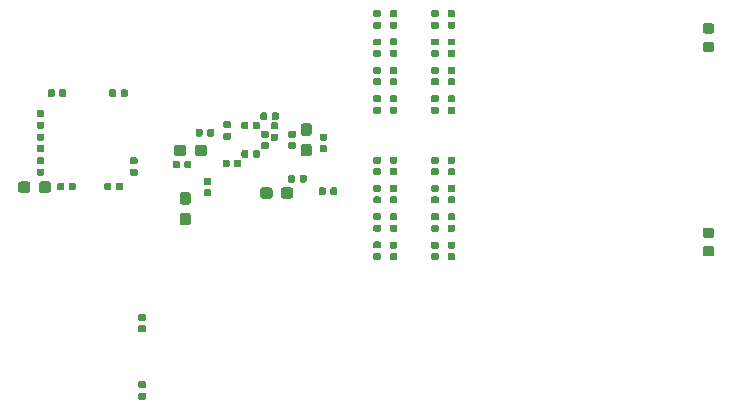
<source format=gbp>
G04 #@! TF.GenerationSoftware,KiCad,Pcbnew,5.1.5-52549c5~84~ubuntu19.10.1*
G04 #@! TF.CreationDate,2020-03-17T13:52:51+01:00*
G04 #@! TF.ProjectId,glasgow,676c6173-676f-4772-9e6b-696361645f70,rev?*
G04 #@! TF.SameCoordinates,Original*
G04 #@! TF.FileFunction,Paste,Bot*
G04 #@! TF.FilePolarity,Positive*
%FSLAX46Y46*%
G04 Gerber Fmt 4.6, Leading zero omitted, Abs format (unit mm)*
G04 Created by KiCad (PCBNEW 5.1.5-52549c5~84~ubuntu19.10.1) date 2020-03-17 13:52:51*
%MOMM*%
%LPD*%
G04 APERTURE LIST*
%ADD10C,0.100000*%
G04 APERTURE END LIST*
D10*
G36*
X122727691Y-85626053D02*
G01*
X122748926Y-85629203D01*
X122769750Y-85634419D01*
X122789962Y-85641651D01*
X122809368Y-85650830D01*
X122827781Y-85661866D01*
X122845024Y-85674654D01*
X122860930Y-85689070D01*
X122875346Y-85704976D01*
X122888134Y-85722219D01*
X122899170Y-85740632D01*
X122908349Y-85760038D01*
X122915581Y-85780250D01*
X122920797Y-85801074D01*
X122923947Y-85822309D01*
X122925000Y-85843750D01*
X122925000Y-86281250D01*
X122923947Y-86302691D01*
X122920797Y-86323926D01*
X122915581Y-86344750D01*
X122908349Y-86364962D01*
X122899170Y-86384368D01*
X122888134Y-86402781D01*
X122875346Y-86420024D01*
X122860930Y-86435930D01*
X122845024Y-86450346D01*
X122827781Y-86463134D01*
X122809368Y-86474170D01*
X122789962Y-86483349D01*
X122769750Y-86490581D01*
X122748926Y-86495797D01*
X122727691Y-86498947D01*
X122706250Y-86500000D01*
X122193750Y-86500000D01*
X122172309Y-86498947D01*
X122151074Y-86495797D01*
X122130250Y-86490581D01*
X122110038Y-86483349D01*
X122090632Y-86474170D01*
X122072219Y-86463134D01*
X122054976Y-86450346D01*
X122039070Y-86435930D01*
X122024654Y-86420024D01*
X122011866Y-86402781D01*
X122000830Y-86384368D01*
X121991651Y-86364962D01*
X121984419Y-86344750D01*
X121979203Y-86323926D01*
X121976053Y-86302691D01*
X121975000Y-86281250D01*
X121975000Y-85843750D01*
X121976053Y-85822309D01*
X121979203Y-85801074D01*
X121984419Y-85780250D01*
X121991651Y-85760038D01*
X122000830Y-85740632D01*
X122011866Y-85722219D01*
X122024654Y-85704976D01*
X122039070Y-85689070D01*
X122054976Y-85674654D01*
X122072219Y-85661866D01*
X122090632Y-85650830D01*
X122110038Y-85641651D01*
X122130250Y-85634419D01*
X122151074Y-85629203D01*
X122172309Y-85626053D01*
X122193750Y-85625000D01*
X122706250Y-85625000D01*
X122727691Y-85626053D01*
G37*
G36*
X122727691Y-87201053D02*
G01*
X122748926Y-87204203D01*
X122769750Y-87209419D01*
X122789962Y-87216651D01*
X122809368Y-87225830D01*
X122827781Y-87236866D01*
X122845024Y-87249654D01*
X122860930Y-87264070D01*
X122875346Y-87279976D01*
X122888134Y-87297219D01*
X122899170Y-87315632D01*
X122908349Y-87335038D01*
X122915581Y-87355250D01*
X122920797Y-87376074D01*
X122923947Y-87397309D01*
X122925000Y-87418750D01*
X122925000Y-87856250D01*
X122923947Y-87877691D01*
X122920797Y-87898926D01*
X122915581Y-87919750D01*
X122908349Y-87939962D01*
X122899170Y-87959368D01*
X122888134Y-87977781D01*
X122875346Y-87995024D01*
X122860930Y-88010930D01*
X122845024Y-88025346D01*
X122827781Y-88038134D01*
X122809368Y-88049170D01*
X122789962Y-88058349D01*
X122769750Y-88065581D01*
X122748926Y-88070797D01*
X122727691Y-88073947D01*
X122706250Y-88075000D01*
X122193750Y-88075000D01*
X122172309Y-88073947D01*
X122151074Y-88070797D01*
X122130250Y-88065581D01*
X122110038Y-88058349D01*
X122090632Y-88049170D01*
X122072219Y-88038134D01*
X122054976Y-88025346D01*
X122039070Y-88010930D01*
X122024654Y-87995024D01*
X122011866Y-87977781D01*
X122000830Y-87959368D01*
X121991651Y-87939962D01*
X121984419Y-87919750D01*
X121979203Y-87898926D01*
X121976053Y-87877691D01*
X121975000Y-87856250D01*
X121975000Y-87418750D01*
X121976053Y-87397309D01*
X121979203Y-87376074D01*
X121984419Y-87355250D01*
X121991651Y-87335038D01*
X122000830Y-87315632D01*
X122011866Y-87297219D01*
X122024654Y-87279976D01*
X122039070Y-87264070D01*
X122054976Y-87249654D01*
X122072219Y-87236866D01*
X122090632Y-87225830D01*
X122110038Y-87216651D01*
X122130250Y-87209419D01*
X122151074Y-87204203D01*
X122172309Y-87201053D01*
X122193750Y-87200000D01*
X122706250Y-87200000D01*
X122727691Y-87201053D01*
G37*
G36*
X122727691Y-104501053D02*
G01*
X122748926Y-104504203D01*
X122769750Y-104509419D01*
X122789962Y-104516651D01*
X122809368Y-104525830D01*
X122827781Y-104536866D01*
X122845024Y-104549654D01*
X122860930Y-104564070D01*
X122875346Y-104579976D01*
X122888134Y-104597219D01*
X122899170Y-104615632D01*
X122908349Y-104635038D01*
X122915581Y-104655250D01*
X122920797Y-104676074D01*
X122923947Y-104697309D01*
X122925000Y-104718750D01*
X122925000Y-105156250D01*
X122923947Y-105177691D01*
X122920797Y-105198926D01*
X122915581Y-105219750D01*
X122908349Y-105239962D01*
X122899170Y-105259368D01*
X122888134Y-105277781D01*
X122875346Y-105295024D01*
X122860930Y-105310930D01*
X122845024Y-105325346D01*
X122827781Y-105338134D01*
X122809368Y-105349170D01*
X122789962Y-105358349D01*
X122769750Y-105365581D01*
X122748926Y-105370797D01*
X122727691Y-105373947D01*
X122706250Y-105375000D01*
X122193750Y-105375000D01*
X122172309Y-105373947D01*
X122151074Y-105370797D01*
X122130250Y-105365581D01*
X122110038Y-105358349D01*
X122090632Y-105349170D01*
X122072219Y-105338134D01*
X122054976Y-105325346D01*
X122039070Y-105310930D01*
X122024654Y-105295024D01*
X122011866Y-105277781D01*
X122000830Y-105259368D01*
X121991651Y-105239962D01*
X121984419Y-105219750D01*
X121979203Y-105198926D01*
X121976053Y-105177691D01*
X121975000Y-105156250D01*
X121975000Y-104718750D01*
X121976053Y-104697309D01*
X121979203Y-104676074D01*
X121984419Y-104655250D01*
X121991651Y-104635038D01*
X122000830Y-104615632D01*
X122011866Y-104597219D01*
X122024654Y-104579976D01*
X122039070Y-104564070D01*
X122054976Y-104549654D01*
X122072219Y-104536866D01*
X122090632Y-104525830D01*
X122110038Y-104516651D01*
X122130250Y-104509419D01*
X122151074Y-104504203D01*
X122172309Y-104501053D01*
X122193750Y-104500000D01*
X122706250Y-104500000D01*
X122727691Y-104501053D01*
G37*
G36*
X122727691Y-102926053D02*
G01*
X122748926Y-102929203D01*
X122769750Y-102934419D01*
X122789962Y-102941651D01*
X122809368Y-102950830D01*
X122827781Y-102961866D01*
X122845024Y-102974654D01*
X122860930Y-102989070D01*
X122875346Y-103004976D01*
X122888134Y-103022219D01*
X122899170Y-103040632D01*
X122908349Y-103060038D01*
X122915581Y-103080250D01*
X122920797Y-103101074D01*
X122923947Y-103122309D01*
X122925000Y-103143750D01*
X122925000Y-103581250D01*
X122923947Y-103602691D01*
X122920797Y-103623926D01*
X122915581Y-103644750D01*
X122908349Y-103664962D01*
X122899170Y-103684368D01*
X122888134Y-103702781D01*
X122875346Y-103720024D01*
X122860930Y-103735930D01*
X122845024Y-103750346D01*
X122827781Y-103763134D01*
X122809368Y-103774170D01*
X122789962Y-103783349D01*
X122769750Y-103790581D01*
X122748926Y-103795797D01*
X122727691Y-103798947D01*
X122706250Y-103800000D01*
X122193750Y-103800000D01*
X122172309Y-103798947D01*
X122151074Y-103795797D01*
X122130250Y-103790581D01*
X122110038Y-103783349D01*
X122090632Y-103774170D01*
X122072219Y-103763134D01*
X122054976Y-103750346D01*
X122039070Y-103735930D01*
X122024654Y-103720024D01*
X122011866Y-103702781D01*
X122000830Y-103684368D01*
X121991651Y-103664962D01*
X121984419Y-103644750D01*
X121979203Y-103623926D01*
X121976053Y-103602691D01*
X121975000Y-103581250D01*
X121975000Y-103143750D01*
X121976053Y-103122309D01*
X121979203Y-103101074D01*
X121984419Y-103080250D01*
X121991651Y-103060038D01*
X122000830Y-103040632D01*
X122011866Y-103022219D01*
X122024654Y-103004976D01*
X122039070Y-102989070D01*
X122054976Y-102974654D01*
X122072219Y-102961866D01*
X122090632Y-102950830D01*
X122110038Y-102941651D01*
X122130250Y-102934419D01*
X122151074Y-102929203D01*
X122172309Y-102926053D01*
X122193750Y-102925000D01*
X122706250Y-102925000D01*
X122727691Y-102926053D01*
G37*
G36*
X89926958Y-99530710D02*
G01*
X89941276Y-99532834D01*
X89955317Y-99536351D01*
X89968946Y-99541228D01*
X89982031Y-99547417D01*
X89994447Y-99554858D01*
X90006073Y-99563481D01*
X90016798Y-99573202D01*
X90026519Y-99583927D01*
X90035142Y-99595553D01*
X90042583Y-99607969D01*
X90048772Y-99621054D01*
X90053649Y-99634683D01*
X90057166Y-99648724D01*
X90059290Y-99663042D01*
X90060000Y-99677500D01*
X90060000Y-100022500D01*
X90059290Y-100036958D01*
X90057166Y-100051276D01*
X90053649Y-100065317D01*
X90048772Y-100078946D01*
X90042583Y-100092031D01*
X90035142Y-100104447D01*
X90026519Y-100116073D01*
X90016798Y-100126798D01*
X90006073Y-100136519D01*
X89994447Y-100145142D01*
X89982031Y-100152583D01*
X89968946Y-100158772D01*
X89955317Y-100163649D01*
X89941276Y-100167166D01*
X89926958Y-100169290D01*
X89912500Y-100170000D01*
X89617500Y-100170000D01*
X89603042Y-100169290D01*
X89588724Y-100167166D01*
X89574683Y-100163649D01*
X89561054Y-100158772D01*
X89547969Y-100152583D01*
X89535553Y-100145142D01*
X89523927Y-100136519D01*
X89513202Y-100126798D01*
X89503481Y-100116073D01*
X89494858Y-100104447D01*
X89487417Y-100092031D01*
X89481228Y-100078946D01*
X89476351Y-100065317D01*
X89472834Y-100051276D01*
X89470710Y-100036958D01*
X89470000Y-100022500D01*
X89470000Y-99677500D01*
X89470710Y-99663042D01*
X89472834Y-99648724D01*
X89476351Y-99634683D01*
X89481228Y-99621054D01*
X89487417Y-99607969D01*
X89494858Y-99595553D01*
X89503481Y-99583927D01*
X89513202Y-99573202D01*
X89523927Y-99563481D01*
X89535553Y-99554858D01*
X89547969Y-99547417D01*
X89561054Y-99541228D01*
X89574683Y-99536351D01*
X89588724Y-99532834D01*
X89603042Y-99530710D01*
X89617500Y-99530000D01*
X89912500Y-99530000D01*
X89926958Y-99530710D01*
G37*
G36*
X90896958Y-99530710D02*
G01*
X90911276Y-99532834D01*
X90925317Y-99536351D01*
X90938946Y-99541228D01*
X90952031Y-99547417D01*
X90964447Y-99554858D01*
X90976073Y-99563481D01*
X90986798Y-99573202D01*
X90996519Y-99583927D01*
X91005142Y-99595553D01*
X91012583Y-99607969D01*
X91018772Y-99621054D01*
X91023649Y-99634683D01*
X91027166Y-99648724D01*
X91029290Y-99663042D01*
X91030000Y-99677500D01*
X91030000Y-100022500D01*
X91029290Y-100036958D01*
X91027166Y-100051276D01*
X91023649Y-100065317D01*
X91018772Y-100078946D01*
X91012583Y-100092031D01*
X91005142Y-100104447D01*
X90996519Y-100116073D01*
X90986798Y-100126798D01*
X90976073Y-100136519D01*
X90964447Y-100145142D01*
X90952031Y-100152583D01*
X90938946Y-100158772D01*
X90925317Y-100163649D01*
X90911276Y-100167166D01*
X90896958Y-100169290D01*
X90882500Y-100170000D01*
X90587500Y-100170000D01*
X90573042Y-100169290D01*
X90558724Y-100167166D01*
X90544683Y-100163649D01*
X90531054Y-100158772D01*
X90517969Y-100152583D01*
X90505553Y-100145142D01*
X90493927Y-100136519D01*
X90483202Y-100126798D01*
X90473481Y-100116073D01*
X90464858Y-100104447D01*
X90457417Y-100092031D01*
X90451228Y-100078946D01*
X90446351Y-100065317D01*
X90442834Y-100051276D01*
X90440710Y-100036958D01*
X90440000Y-100022500D01*
X90440000Y-99677500D01*
X90440710Y-99663042D01*
X90442834Y-99648724D01*
X90446351Y-99634683D01*
X90451228Y-99621054D01*
X90457417Y-99607969D01*
X90464858Y-99595553D01*
X90473481Y-99583927D01*
X90483202Y-99573202D01*
X90493927Y-99563481D01*
X90505553Y-99554858D01*
X90517969Y-99547417D01*
X90531054Y-99541228D01*
X90544683Y-99536351D01*
X90558724Y-99532834D01*
X90573042Y-99530710D01*
X90587500Y-99530000D01*
X90882500Y-99530000D01*
X90896958Y-99530710D01*
G37*
G36*
X95986958Y-92690710D02*
G01*
X96001276Y-92692834D01*
X96015317Y-92696351D01*
X96028946Y-92701228D01*
X96042031Y-92707417D01*
X96054447Y-92714858D01*
X96066073Y-92723481D01*
X96076798Y-92733202D01*
X96086519Y-92743927D01*
X96095142Y-92755553D01*
X96102583Y-92767969D01*
X96108772Y-92781054D01*
X96113649Y-92794683D01*
X96117166Y-92808724D01*
X96119290Y-92823042D01*
X96120000Y-92837500D01*
X96120000Y-93132500D01*
X96119290Y-93146958D01*
X96117166Y-93161276D01*
X96113649Y-93175317D01*
X96108772Y-93188946D01*
X96102583Y-93202031D01*
X96095142Y-93214447D01*
X96086519Y-93226073D01*
X96076798Y-93236798D01*
X96066073Y-93246519D01*
X96054447Y-93255142D01*
X96042031Y-93262583D01*
X96028946Y-93268772D01*
X96015317Y-93273649D01*
X96001276Y-93277166D01*
X95986958Y-93279290D01*
X95972500Y-93280000D01*
X95627500Y-93280000D01*
X95613042Y-93279290D01*
X95598724Y-93277166D01*
X95584683Y-93273649D01*
X95571054Y-93268772D01*
X95557969Y-93262583D01*
X95545553Y-93255142D01*
X95533927Y-93246519D01*
X95523202Y-93236798D01*
X95513481Y-93226073D01*
X95504858Y-93214447D01*
X95497417Y-93202031D01*
X95491228Y-93188946D01*
X95486351Y-93175317D01*
X95482834Y-93161276D01*
X95480710Y-93146958D01*
X95480000Y-93132500D01*
X95480000Y-92837500D01*
X95480710Y-92823042D01*
X95482834Y-92808724D01*
X95486351Y-92794683D01*
X95491228Y-92781054D01*
X95497417Y-92767969D01*
X95504858Y-92755553D01*
X95513481Y-92743927D01*
X95523202Y-92733202D01*
X95533927Y-92723481D01*
X95545553Y-92714858D01*
X95557969Y-92707417D01*
X95571054Y-92701228D01*
X95584683Y-92696351D01*
X95598724Y-92692834D01*
X95613042Y-92690710D01*
X95627500Y-92690000D01*
X95972500Y-92690000D01*
X95986958Y-92690710D01*
G37*
G36*
X95986958Y-91720710D02*
G01*
X96001276Y-91722834D01*
X96015317Y-91726351D01*
X96028946Y-91731228D01*
X96042031Y-91737417D01*
X96054447Y-91744858D01*
X96066073Y-91753481D01*
X96076798Y-91763202D01*
X96086519Y-91773927D01*
X96095142Y-91785553D01*
X96102583Y-91797969D01*
X96108772Y-91811054D01*
X96113649Y-91824683D01*
X96117166Y-91838724D01*
X96119290Y-91853042D01*
X96120000Y-91867500D01*
X96120000Y-92162500D01*
X96119290Y-92176958D01*
X96117166Y-92191276D01*
X96113649Y-92205317D01*
X96108772Y-92218946D01*
X96102583Y-92232031D01*
X96095142Y-92244447D01*
X96086519Y-92256073D01*
X96076798Y-92266798D01*
X96066073Y-92276519D01*
X96054447Y-92285142D01*
X96042031Y-92292583D01*
X96028946Y-92298772D01*
X96015317Y-92303649D01*
X96001276Y-92307166D01*
X95986958Y-92309290D01*
X95972500Y-92310000D01*
X95627500Y-92310000D01*
X95613042Y-92309290D01*
X95598724Y-92307166D01*
X95584683Y-92303649D01*
X95571054Y-92298772D01*
X95557969Y-92292583D01*
X95545553Y-92285142D01*
X95533927Y-92276519D01*
X95523202Y-92266798D01*
X95513481Y-92256073D01*
X95504858Y-92244447D01*
X95497417Y-92232031D01*
X95491228Y-92218946D01*
X95486351Y-92205317D01*
X95482834Y-92191276D01*
X95480710Y-92176958D01*
X95480000Y-92162500D01*
X95480000Y-91867500D01*
X95480710Y-91853042D01*
X95482834Y-91838724D01*
X95486351Y-91824683D01*
X95491228Y-91811054D01*
X95497417Y-91797969D01*
X95504858Y-91785553D01*
X95513481Y-91773927D01*
X95523202Y-91763202D01*
X95533927Y-91753481D01*
X95545553Y-91744858D01*
X95557969Y-91737417D01*
X95571054Y-91731228D01*
X95584683Y-91726351D01*
X95598724Y-91722834D01*
X95613042Y-91720710D01*
X95627500Y-91720000D01*
X95972500Y-91720000D01*
X95986958Y-91720710D01*
G37*
G36*
X99486958Y-90290710D02*
G01*
X99501276Y-90292834D01*
X99515317Y-90296351D01*
X99528946Y-90301228D01*
X99542031Y-90307417D01*
X99554447Y-90314858D01*
X99566073Y-90323481D01*
X99576798Y-90333202D01*
X99586519Y-90343927D01*
X99595142Y-90355553D01*
X99602583Y-90367969D01*
X99608772Y-90381054D01*
X99613649Y-90394683D01*
X99617166Y-90408724D01*
X99619290Y-90423042D01*
X99620000Y-90437500D01*
X99620000Y-90732500D01*
X99619290Y-90746958D01*
X99617166Y-90761276D01*
X99613649Y-90775317D01*
X99608772Y-90788946D01*
X99602583Y-90802031D01*
X99595142Y-90814447D01*
X99586519Y-90826073D01*
X99576798Y-90836798D01*
X99566073Y-90846519D01*
X99554447Y-90855142D01*
X99542031Y-90862583D01*
X99528946Y-90868772D01*
X99515317Y-90873649D01*
X99501276Y-90877166D01*
X99486958Y-90879290D01*
X99472500Y-90880000D01*
X99127500Y-90880000D01*
X99113042Y-90879290D01*
X99098724Y-90877166D01*
X99084683Y-90873649D01*
X99071054Y-90868772D01*
X99057969Y-90862583D01*
X99045553Y-90855142D01*
X99033927Y-90846519D01*
X99023202Y-90836798D01*
X99013481Y-90826073D01*
X99004858Y-90814447D01*
X98997417Y-90802031D01*
X98991228Y-90788946D01*
X98986351Y-90775317D01*
X98982834Y-90761276D01*
X98980710Y-90746958D01*
X98980000Y-90732500D01*
X98980000Y-90437500D01*
X98980710Y-90423042D01*
X98982834Y-90408724D01*
X98986351Y-90394683D01*
X98991228Y-90381054D01*
X98997417Y-90367969D01*
X99004858Y-90355553D01*
X99013481Y-90343927D01*
X99023202Y-90333202D01*
X99033927Y-90323481D01*
X99045553Y-90314858D01*
X99057969Y-90307417D01*
X99071054Y-90301228D01*
X99084683Y-90296351D01*
X99098724Y-90292834D01*
X99113042Y-90290710D01*
X99127500Y-90290000D01*
X99472500Y-90290000D01*
X99486958Y-90290710D01*
G37*
G36*
X99486958Y-89320710D02*
G01*
X99501276Y-89322834D01*
X99515317Y-89326351D01*
X99528946Y-89331228D01*
X99542031Y-89337417D01*
X99554447Y-89344858D01*
X99566073Y-89353481D01*
X99576798Y-89363202D01*
X99586519Y-89373927D01*
X99595142Y-89385553D01*
X99602583Y-89397969D01*
X99608772Y-89411054D01*
X99613649Y-89424683D01*
X99617166Y-89438724D01*
X99619290Y-89453042D01*
X99620000Y-89467500D01*
X99620000Y-89762500D01*
X99619290Y-89776958D01*
X99617166Y-89791276D01*
X99613649Y-89805317D01*
X99608772Y-89818946D01*
X99602583Y-89832031D01*
X99595142Y-89844447D01*
X99586519Y-89856073D01*
X99576798Y-89866798D01*
X99566073Y-89876519D01*
X99554447Y-89885142D01*
X99542031Y-89892583D01*
X99528946Y-89898772D01*
X99515317Y-89903649D01*
X99501276Y-89907166D01*
X99486958Y-89909290D01*
X99472500Y-89910000D01*
X99127500Y-89910000D01*
X99113042Y-89909290D01*
X99098724Y-89907166D01*
X99084683Y-89903649D01*
X99071054Y-89898772D01*
X99057969Y-89892583D01*
X99045553Y-89885142D01*
X99033927Y-89876519D01*
X99023202Y-89866798D01*
X99013481Y-89856073D01*
X99004858Y-89844447D01*
X98997417Y-89832031D01*
X98991228Y-89818946D01*
X98986351Y-89805317D01*
X98982834Y-89791276D01*
X98980710Y-89776958D01*
X98980000Y-89762500D01*
X98980000Y-89467500D01*
X98980710Y-89453042D01*
X98982834Y-89438724D01*
X98986351Y-89424683D01*
X98991228Y-89411054D01*
X98997417Y-89397969D01*
X99004858Y-89385553D01*
X99013481Y-89373927D01*
X99023202Y-89363202D01*
X99033927Y-89353481D01*
X99045553Y-89344858D01*
X99057969Y-89337417D01*
X99071054Y-89331228D01*
X99084683Y-89326351D01*
X99098724Y-89322834D01*
X99113042Y-89320710D01*
X99127500Y-89320000D01*
X99472500Y-89320000D01*
X99486958Y-89320710D01*
G37*
G36*
X99486958Y-87890710D02*
G01*
X99501276Y-87892834D01*
X99515317Y-87896351D01*
X99528946Y-87901228D01*
X99542031Y-87907417D01*
X99554447Y-87914858D01*
X99566073Y-87923481D01*
X99576798Y-87933202D01*
X99586519Y-87943927D01*
X99595142Y-87955553D01*
X99602583Y-87967969D01*
X99608772Y-87981054D01*
X99613649Y-87994683D01*
X99617166Y-88008724D01*
X99619290Y-88023042D01*
X99620000Y-88037500D01*
X99620000Y-88332500D01*
X99619290Y-88346958D01*
X99617166Y-88361276D01*
X99613649Y-88375317D01*
X99608772Y-88388946D01*
X99602583Y-88402031D01*
X99595142Y-88414447D01*
X99586519Y-88426073D01*
X99576798Y-88436798D01*
X99566073Y-88446519D01*
X99554447Y-88455142D01*
X99542031Y-88462583D01*
X99528946Y-88468772D01*
X99515317Y-88473649D01*
X99501276Y-88477166D01*
X99486958Y-88479290D01*
X99472500Y-88480000D01*
X99127500Y-88480000D01*
X99113042Y-88479290D01*
X99098724Y-88477166D01*
X99084683Y-88473649D01*
X99071054Y-88468772D01*
X99057969Y-88462583D01*
X99045553Y-88455142D01*
X99033927Y-88446519D01*
X99023202Y-88436798D01*
X99013481Y-88426073D01*
X99004858Y-88414447D01*
X98997417Y-88402031D01*
X98991228Y-88388946D01*
X98986351Y-88375317D01*
X98982834Y-88361276D01*
X98980710Y-88346958D01*
X98980000Y-88332500D01*
X98980000Y-88037500D01*
X98980710Y-88023042D01*
X98982834Y-88008724D01*
X98986351Y-87994683D01*
X98991228Y-87981054D01*
X98997417Y-87967969D01*
X99004858Y-87955553D01*
X99013481Y-87943927D01*
X99023202Y-87933202D01*
X99033927Y-87923481D01*
X99045553Y-87914858D01*
X99057969Y-87907417D01*
X99071054Y-87901228D01*
X99084683Y-87896351D01*
X99098724Y-87892834D01*
X99113042Y-87890710D01*
X99127500Y-87890000D01*
X99472500Y-87890000D01*
X99486958Y-87890710D01*
G37*
G36*
X99486958Y-86920710D02*
G01*
X99501276Y-86922834D01*
X99515317Y-86926351D01*
X99528946Y-86931228D01*
X99542031Y-86937417D01*
X99554447Y-86944858D01*
X99566073Y-86953481D01*
X99576798Y-86963202D01*
X99586519Y-86973927D01*
X99595142Y-86985553D01*
X99602583Y-86997969D01*
X99608772Y-87011054D01*
X99613649Y-87024683D01*
X99617166Y-87038724D01*
X99619290Y-87053042D01*
X99620000Y-87067500D01*
X99620000Y-87362500D01*
X99619290Y-87376958D01*
X99617166Y-87391276D01*
X99613649Y-87405317D01*
X99608772Y-87418946D01*
X99602583Y-87432031D01*
X99595142Y-87444447D01*
X99586519Y-87456073D01*
X99576798Y-87466798D01*
X99566073Y-87476519D01*
X99554447Y-87485142D01*
X99542031Y-87492583D01*
X99528946Y-87498772D01*
X99515317Y-87503649D01*
X99501276Y-87507166D01*
X99486958Y-87509290D01*
X99472500Y-87510000D01*
X99127500Y-87510000D01*
X99113042Y-87509290D01*
X99098724Y-87507166D01*
X99084683Y-87503649D01*
X99071054Y-87498772D01*
X99057969Y-87492583D01*
X99045553Y-87485142D01*
X99033927Y-87476519D01*
X99023202Y-87466798D01*
X99013481Y-87456073D01*
X99004858Y-87444447D01*
X98997417Y-87432031D01*
X98991228Y-87418946D01*
X98986351Y-87405317D01*
X98982834Y-87391276D01*
X98980710Y-87376958D01*
X98980000Y-87362500D01*
X98980000Y-87067500D01*
X98980710Y-87053042D01*
X98982834Y-87038724D01*
X98986351Y-87024683D01*
X98991228Y-87011054D01*
X98997417Y-86997969D01*
X99004858Y-86985553D01*
X99013481Y-86973927D01*
X99023202Y-86963202D01*
X99033927Y-86953481D01*
X99045553Y-86944858D01*
X99057969Y-86937417D01*
X99071054Y-86931228D01*
X99084683Y-86926351D01*
X99098724Y-86922834D01*
X99113042Y-86920710D01*
X99127500Y-86920000D01*
X99472500Y-86920000D01*
X99486958Y-86920710D01*
G37*
G36*
X99486958Y-85490710D02*
G01*
X99501276Y-85492834D01*
X99515317Y-85496351D01*
X99528946Y-85501228D01*
X99542031Y-85507417D01*
X99554447Y-85514858D01*
X99566073Y-85523481D01*
X99576798Y-85533202D01*
X99586519Y-85543927D01*
X99595142Y-85555553D01*
X99602583Y-85567969D01*
X99608772Y-85581054D01*
X99613649Y-85594683D01*
X99617166Y-85608724D01*
X99619290Y-85623042D01*
X99620000Y-85637500D01*
X99620000Y-85932500D01*
X99619290Y-85946958D01*
X99617166Y-85961276D01*
X99613649Y-85975317D01*
X99608772Y-85988946D01*
X99602583Y-86002031D01*
X99595142Y-86014447D01*
X99586519Y-86026073D01*
X99576798Y-86036798D01*
X99566073Y-86046519D01*
X99554447Y-86055142D01*
X99542031Y-86062583D01*
X99528946Y-86068772D01*
X99515317Y-86073649D01*
X99501276Y-86077166D01*
X99486958Y-86079290D01*
X99472500Y-86080000D01*
X99127500Y-86080000D01*
X99113042Y-86079290D01*
X99098724Y-86077166D01*
X99084683Y-86073649D01*
X99071054Y-86068772D01*
X99057969Y-86062583D01*
X99045553Y-86055142D01*
X99033927Y-86046519D01*
X99023202Y-86036798D01*
X99013481Y-86026073D01*
X99004858Y-86014447D01*
X98997417Y-86002031D01*
X98991228Y-85988946D01*
X98986351Y-85975317D01*
X98982834Y-85961276D01*
X98980710Y-85946958D01*
X98980000Y-85932500D01*
X98980000Y-85637500D01*
X98980710Y-85623042D01*
X98982834Y-85608724D01*
X98986351Y-85594683D01*
X98991228Y-85581054D01*
X98997417Y-85567969D01*
X99004858Y-85555553D01*
X99013481Y-85543927D01*
X99023202Y-85533202D01*
X99033927Y-85523481D01*
X99045553Y-85514858D01*
X99057969Y-85507417D01*
X99071054Y-85501228D01*
X99084683Y-85496351D01*
X99098724Y-85492834D01*
X99113042Y-85490710D01*
X99127500Y-85490000D01*
X99472500Y-85490000D01*
X99486958Y-85490710D01*
G37*
G36*
X99486958Y-84520710D02*
G01*
X99501276Y-84522834D01*
X99515317Y-84526351D01*
X99528946Y-84531228D01*
X99542031Y-84537417D01*
X99554447Y-84544858D01*
X99566073Y-84553481D01*
X99576798Y-84563202D01*
X99586519Y-84573927D01*
X99595142Y-84585553D01*
X99602583Y-84597969D01*
X99608772Y-84611054D01*
X99613649Y-84624683D01*
X99617166Y-84638724D01*
X99619290Y-84653042D01*
X99620000Y-84667500D01*
X99620000Y-84962500D01*
X99619290Y-84976958D01*
X99617166Y-84991276D01*
X99613649Y-85005317D01*
X99608772Y-85018946D01*
X99602583Y-85032031D01*
X99595142Y-85044447D01*
X99586519Y-85056073D01*
X99576798Y-85066798D01*
X99566073Y-85076519D01*
X99554447Y-85085142D01*
X99542031Y-85092583D01*
X99528946Y-85098772D01*
X99515317Y-85103649D01*
X99501276Y-85107166D01*
X99486958Y-85109290D01*
X99472500Y-85110000D01*
X99127500Y-85110000D01*
X99113042Y-85109290D01*
X99098724Y-85107166D01*
X99084683Y-85103649D01*
X99071054Y-85098772D01*
X99057969Y-85092583D01*
X99045553Y-85085142D01*
X99033927Y-85076519D01*
X99023202Y-85066798D01*
X99013481Y-85056073D01*
X99004858Y-85044447D01*
X98997417Y-85032031D01*
X98991228Y-85018946D01*
X98986351Y-85005317D01*
X98982834Y-84991276D01*
X98980710Y-84976958D01*
X98980000Y-84962500D01*
X98980000Y-84667500D01*
X98980710Y-84653042D01*
X98982834Y-84638724D01*
X98986351Y-84624683D01*
X98991228Y-84611054D01*
X98997417Y-84597969D01*
X99004858Y-84585553D01*
X99013481Y-84573927D01*
X99023202Y-84563202D01*
X99033927Y-84553481D01*
X99045553Y-84544858D01*
X99057969Y-84537417D01*
X99071054Y-84531228D01*
X99084683Y-84526351D01*
X99098724Y-84522834D01*
X99113042Y-84520710D01*
X99127500Y-84520000D01*
X99472500Y-84520000D01*
X99486958Y-84520710D01*
G37*
G36*
X95986958Y-87875710D02*
G01*
X96001276Y-87877834D01*
X96015317Y-87881351D01*
X96028946Y-87886228D01*
X96042031Y-87892417D01*
X96054447Y-87899858D01*
X96066073Y-87908481D01*
X96076798Y-87918202D01*
X96086519Y-87928927D01*
X96095142Y-87940553D01*
X96102583Y-87952969D01*
X96108772Y-87966054D01*
X96113649Y-87979683D01*
X96117166Y-87993724D01*
X96119290Y-88008042D01*
X96120000Y-88022500D01*
X96120000Y-88317500D01*
X96119290Y-88331958D01*
X96117166Y-88346276D01*
X96113649Y-88360317D01*
X96108772Y-88373946D01*
X96102583Y-88387031D01*
X96095142Y-88399447D01*
X96086519Y-88411073D01*
X96076798Y-88421798D01*
X96066073Y-88431519D01*
X96054447Y-88440142D01*
X96042031Y-88447583D01*
X96028946Y-88453772D01*
X96015317Y-88458649D01*
X96001276Y-88462166D01*
X95986958Y-88464290D01*
X95972500Y-88465000D01*
X95627500Y-88465000D01*
X95613042Y-88464290D01*
X95598724Y-88462166D01*
X95584683Y-88458649D01*
X95571054Y-88453772D01*
X95557969Y-88447583D01*
X95545553Y-88440142D01*
X95533927Y-88431519D01*
X95523202Y-88421798D01*
X95513481Y-88411073D01*
X95504858Y-88399447D01*
X95497417Y-88387031D01*
X95491228Y-88373946D01*
X95486351Y-88360317D01*
X95482834Y-88346276D01*
X95480710Y-88331958D01*
X95480000Y-88317500D01*
X95480000Y-88022500D01*
X95480710Y-88008042D01*
X95482834Y-87993724D01*
X95486351Y-87979683D01*
X95491228Y-87966054D01*
X95497417Y-87952969D01*
X95504858Y-87940553D01*
X95513481Y-87928927D01*
X95523202Y-87918202D01*
X95533927Y-87908481D01*
X95545553Y-87899858D01*
X95557969Y-87892417D01*
X95571054Y-87886228D01*
X95584683Y-87881351D01*
X95598724Y-87877834D01*
X95613042Y-87875710D01*
X95627500Y-87875000D01*
X95972500Y-87875000D01*
X95986958Y-87875710D01*
G37*
G36*
X95986958Y-86905710D02*
G01*
X96001276Y-86907834D01*
X96015317Y-86911351D01*
X96028946Y-86916228D01*
X96042031Y-86922417D01*
X96054447Y-86929858D01*
X96066073Y-86938481D01*
X96076798Y-86948202D01*
X96086519Y-86958927D01*
X96095142Y-86970553D01*
X96102583Y-86982969D01*
X96108772Y-86996054D01*
X96113649Y-87009683D01*
X96117166Y-87023724D01*
X96119290Y-87038042D01*
X96120000Y-87052500D01*
X96120000Y-87347500D01*
X96119290Y-87361958D01*
X96117166Y-87376276D01*
X96113649Y-87390317D01*
X96108772Y-87403946D01*
X96102583Y-87417031D01*
X96095142Y-87429447D01*
X96086519Y-87441073D01*
X96076798Y-87451798D01*
X96066073Y-87461519D01*
X96054447Y-87470142D01*
X96042031Y-87477583D01*
X96028946Y-87483772D01*
X96015317Y-87488649D01*
X96001276Y-87492166D01*
X95986958Y-87494290D01*
X95972500Y-87495000D01*
X95627500Y-87495000D01*
X95613042Y-87494290D01*
X95598724Y-87492166D01*
X95584683Y-87488649D01*
X95571054Y-87483772D01*
X95557969Y-87477583D01*
X95545553Y-87470142D01*
X95533927Y-87461519D01*
X95523202Y-87451798D01*
X95513481Y-87441073D01*
X95504858Y-87429447D01*
X95497417Y-87417031D01*
X95491228Y-87403946D01*
X95486351Y-87390317D01*
X95482834Y-87376276D01*
X95480710Y-87361958D01*
X95480000Y-87347500D01*
X95480000Y-87052500D01*
X95480710Y-87038042D01*
X95482834Y-87023724D01*
X95486351Y-87009683D01*
X95491228Y-86996054D01*
X95497417Y-86982969D01*
X95504858Y-86970553D01*
X95513481Y-86958927D01*
X95523202Y-86948202D01*
X95533927Y-86938481D01*
X95545553Y-86929858D01*
X95557969Y-86922417D01*
X95571054Y-86916228D01*
X95584683Y-86911351D01*
X95598724Y-86907834D01*
X95613042Y-86905710D01*
X95627500Y-86905000D01*
X95972500Y-86905000D01*
X95986958Y-86905710D01*
G37*
G36*
X94586958Y-90290710D02*
G01*
X94601276Y-90292834D01*
X94615317Y-90296351D01*
X94628946Y-90301228D01*
X94642031Y-90307417D01*
X94654447Y-90314858D01*
X94666073Y-90323481D01*
X94676798Y-90333202D01*
X94686519Y-90343927D01*
X94695142Y-90355553D01*
X94702583Y-90367969D01*
X94708772Y-90381054D01*
X94713649Y-90394683D01*
X94717166Y-90408724D01*
X94719290Y-90423042D01*
X94720000Y-90437500D01*
X94720000Y-90732500D01*
X94719290Y-90746958D01*
X94717166Y-90761276D01*
X94713649Y-90775317D01*
X94708772Y-90788946D01*
X94702583Y-90802031D01*
X94695142Y-90814447D01*
X94686519Y-90826073D01*
X94676798Y-90836798D01*
X94666073Y-90846519D01*
X94654447Y-90855142D01*
X94642031Y-90862583D01*
X94628946Y-90868772D01*
X94615317Y-90873649D01*
X94601276Y-90877166D01*
X94586958Y-90879290D01*
X94572500Y-90880000D01*
X94227500Y-90880000D01*
X94213042Y-90879290D01*
X94198724Y-90877166D01*
X94184683Y-90873649D01*
X94171054Y-90868772D01*
X94157969Y-90862583D01*
X94145553Y-90855142D01*
X94133927Y-90846519D01*
X94123202Y-90836798D01*
X94113481Y-90826073D01*
X94104858Y-90814447D01*
X94097417Y-90802031D01*
X94091228Y-90788946D01*
X94086351Y-90775317D01*
X94082834Y-90761276D01*
X94080710Y-90746958D01*
X94080000Y-90732500D01*
X94080000Y-90437500D01*
X94080710Y-90423042D01*
X94082834Y-90408724D01*
X94086351Y-90394683D01*
X94091228Y-90381054D01*
X94097417Y-90367969D01*
X94104858Y-90355553D01*
X94113481Y-90343927D01*
X94123202Y-90333202D01*
X94133927Y-90323481D01*
X94145553Y-90314858D01*
X94157969Y-90307417D01*
X94171054Y-90301228D01*
X94184683Y-90296351D01*
X94198724Y-90292834D01*
X94213042Y-90290710D01*
X94227500Y-90290000D01*
X94572500Y-90290000D01*
X94586958Y-90290710D01*
G37*
G36*
X94586958Y-89320710D02*
G01*
X94601276Y-89322834D01*
X94615317Y-89326351D01*
X94628946Y-89331228D01*
X94642031Y-89337417D01*
X94654447Y-89344858D01*
X94666073Y-89353481D01*
X94676798Y-89363202D01*
X94686519Y-89373927D01*
X94695142Y-89385553D01*
X94702583Y-89397969D01*
X94708772Y-89411054D01*
X94713649Y-89424683D01*
X94717166Y-89438724D01*
X94719290Y-89453042D01*
X94720000Y-89467500D01*
X94720000Y-89762500D01*
X94719290Y-89776958D01*
X94717166Y-89791276D01*
X94713649Y-89805317D01*
X94708772Y-89818946D01*
X94702583Y-89832031D01*
X94695142Y-89844447D01*
X94686519Y-89856073D01*
X94676798Y-89866798D01*
X94666073Y-89876519D01*
X94654447Y-89885142D01*
X94642031Y-89892583D01*
X94628946Y-89898772D01*
X94615317Y-89903649D01*
X94601276Y-89907166D01*
X94586958Y-89909290D01*
X94572500Y-89910000D01*
X94227500Y-89910000D01*
X94213042Y-89909290D01*
X94198724Y-89907166D01*
X94184683Y-89903649D01*
X94171054Y-89898772D01*
X94157969Y-89892583D01*
X94145553Y-89885142D01*
X94133927Y-89876519D01*
X94123202Y-89866798D01*
X94113481Y-89856073D01*
X94104858Y-89844447D01*
X94097417Y-89832031D01*
X94091228Y-89818946D01*
X94086351Y-89805317D01*
X94082834Y-89791276D01*
X94080710Y-89776958D01*
X94080000Y-89762500D01*
X94080000Y-89467500D01*
X94080710Y-89453042D01*
X94082834Y-89438724D01*
X94086351Y-89424683D01*
X94091228Y-89411054D01*
X94097417Y-89397969D01*
X94104858Y-89385553D01*
X94113481Y-89373927D01*
X94123202Y-89363202D01*
X94133927Y-89353481D01*
X94145553Y-89344858D01*
X94157969Y-89337417D01*
X94171054Y-89331228D01*
X94184683Y-89326351D01*
X94198724Y-89322834D01*
X94213042Y-89320710D01*
X94227500Y-89320000D01*
X94572500Y-89320000D01*
X94586958Y-89320710D01*
G37*
G36*
X94586958Y-92690710D02*
G01*
X94601276Y-92692834D01*
X94615317Y-92696351D01*
X94628946Y-92701228D01*
X94642031Y-92707417D01*
X94654447Y-92714858D01*
X94666073Y-92723481D01*
X94676798Y-92733202D01*
X94686519Y-92743927D01*
X94695142Y-92755553D01*
X94702583Y-92767969D01*
X94708772Y-92781054D01*
X94713649Y-92794683D01*
X94717166Y-92808724D01*
X94719290Y-92823042D01*
X94720000Y-92837500D01*
X94720000Y-93132500D01*
X94719290Y-93146958D01*
X94717166Y-93161276D01*
X94713649Y-93175317D01*
X94708772Y-93188946D01*
X94702583Y-93202031D01*
X94695142Y-93214447D01*
X94686519Y-93226073D01*
X94676798Y-93236798D01*
X94666073Y-93246519D01*
X94654447Y-93255142D01*
X94642031Y-93262583D01*
X94628946Y-93268772D01*
X94615317Y-93273649D01*
X94601276Y-93277166D01*
X94586958Y-93279290D01*
X94572500Y-93280000D01*
X94227500Y-93280000D01*
X94213042Y-93279290D01*
X94198724Y-93277166D01*
X94184683Y-93273649D01*
X94171054Y-93268772D01*
X94157969Y-93262583D01*
X94145553Y-93255142D01*
X94133927Y-93246519D01*
X94123202Y-93236798D01*
X94113481Y-93226073D01*
X94104858Y-93214447D01*
X94097417Y-93202031D01*
X94091228Y-93188946D01*
X94086351Y-93175317D01*
X94082834Y-93161276D01*
X94080710Y-93146958D01*
X94080000Y-93132500D01*
X94080000Y-92837500D01*
X94080710Y-92823042D01*
X94082834Y-92808724D01*
X94086351Y-92794683D01*
X94091228Y-92781054D01*
X94097417Y-92767969D01*
X94104858Y-92755553D01*
X94113481Y-92743927D01*
X94123202Y-92733202D01*
X94133927Y-92723481D01*
X94145553Y-92714858D01*
X94157969Y-92707417D01*
X94171054Y-92701228D01*
X94184683Y-92696351D01*
X94198724Y-92692834D01*
X94213042Y-92690710D01*
X94227500Y-92690000D01*
X94572500Y-92690000D01*
X94586958Y-92690710D01*
G37*
G36*
X94586958Y-91720710D02*
G01*
X94601276Y-91722834D01*
X94615317Y-91726351D01*
X94628946Y-91731228D01*
X94642031Y-91737417D01*
X94654447Y-91744858D01*
X94666073Y-91753481D01*
X94676798Y-91763202D01*
X94686519Y-91773927D01*
X94695142Y-91785553D01*
X94702583Y-91797969D01*
X94708772Y-91811054D01*
X94713649Y-91824683D01*
X94717166Y-91838724D01*
X94719290Y-91853042D01*
X94720000Y-91867500D01*
X94720000Y-92162500D01*
X94719290Y-92176958D01*
X94717166Y-92191276D01*
X94713649Y-92205317D01*
X94708772Y-92218946D01*
X94702583Y-92232031D01*
X94695142Y-92244447D01*
X94686519Y-92256073D01*
X94676798Y-92266798D01*
X94666073Y-92276519D01*
X94654447Y-92285142D01*
X94642031Y-92292583D01*
X94628946Y-92298772D01*
X94615317Y-92303649D01*
X94601276Y-92307166D01*
X94586958Y-92309290D01*
X94572500Y-92310000D01*
X94227500Y-92310000D01*
X94213042Y-92309290D01*
X94198724Y-92307166D01*
X94184683Y-92303649D01*
X94171054Y-92298772D01*
X94157969Y-92292583D01*
X94145553Y-92285142D01*
X94133927Y-92276519D01*
X94123202Y-92266798D01*
X94113481Y-92256073D01*
X94104858Y-92244447D01*
X94097417Y-92232031D01*
X94091228Y-92218946D01*
X94086351Y-92205317D01*
X94082834Y-92191276D01*
X94080710Y-92176958D01*
X94080000Y-92162500D01*
X94080000Y-91867500D01*
X94080710Y-91853042D01*
X94082834Y-91838724D01*
X94086351Y-91824683D01*
X94091228Y-91811054D01*
X94097417Y-91797969D01*
X94104858Y-91785553D01*
X94113481Y-91773927D01*
X94123202Y-91763202D01*
X94133927Y-91753481D01*
X94145553Y-91744858D01*
X94157969Y-91737417D01*
X94171054Y-91731228D01*
X94184683Y-91726351D01*
X94198724Y-91722834D01*
X94213042Y-91720710D01*
X94227500Y-91720000D01*
X94572500Y-91720000D01*
X94586958Y-91720710D01*
G37*
G36*
X94586958Y-87890710D02*
G01*
X94601276Y-87892834D01*
X94615317Y-87896351D01*
X94628946Y-87901228D01*
X94642031Y-87907417D01*
X94654447Y-87914858D01*
X94666073Y-87923481D01*
X94676798Y-87933202D01*
X94686519Y-87943927D01*
X94695142Y-87955553D01*
X94702583Y-87967969D01*
X94708772Y-87981054D01*
X94713649Y-87994683D01*
X94717166Y-88008724D01*
X94719290Y-88023042D01*
X94720000Y-88037500D01*
X94720000Y-88332500D01*
X94719290Y-88346958D01*
X94717166Y-88361276D01*
X94713649Y-88375317D01*
X94708772Y-88388946D01*
X94702583Y-88402031D01*
X94695142Y-88414447D01*
X94686519Y-88426073D01*
X94676798Y-88436798D01*
X94666073Y-88446519D01*
X94654447Y-88455142D01*
X94642031Y-88462583D01*
X94628946Y-88468772D01*
X94615317Y-88473649D01*
X94601276Y-88477166D01*
X94586958Y-88479290D01*
X94572500Y-88480000D01*
X94227500Y-88480000D01*
X94213042Y-88479290D01*
X94198724Y-88477166D01*
X94184683Y-88473649D01*
X94171054Y-88468772D01*
X94157969Y-88462583D01*
X94145553Y-88455142D01*
X94133927Y-88446519D01*
X94123202Y-88436798D01*
X94113481Y-88426073D01*
X94104858Y-88414447D01*
X94097417Y-88402031D01*
X94091228Y-88388946D01*
X94086351Y-88375317D01*
X94082834Y-88361276D01*
X94080710Y-88346958D01*
X94080000Y-88332500D01*
X94080000Y-88037500D01*
X94080710Y-88023042D01*
X94082834Y-88008724D01*
X94086351Y-87994683D01*
X94091228Y-87981054D01*
X94097417Y-87967969D01*
X94104858Y-87955553D01*
X94113481Y-87943927D01*
X94123202Y-87933202D01*
X94133927Y-87923481D01*
X94145553Y-87914858D01*
X94157969Y-87907417D01*
X94171054Y-87901228D01*
X94184683Y-87896351D01*
X94198724Y-87892834D01*
X94213042Y-87890710D01*
X94227500Y-87890000D01*
X94572500Y-87890000D01*
X94586958Y-87890710D01*
G37*
G36*
X94586958Y-86920710D02*
G01*
X94601276Y-86922834D01*
X94615317Y-86926351D01*
X94628946Y-86931228D01*
X94642031Y-86937417D01*
X94654447Y-86944858D01*
X94666073Y-86953481D01*
X94676798Y-86963202D01*
X94686519Y-86973927D01*
X94695142Y-86985553D01*
X94702583Y-86997969D01*
X94708772Y-87011054D01*
X94713649Y-87024683D01*
X94717166Y-87038724D01*
X94719290Y-87053042D01*
X94720000Y-87067500D01*
X94720000Y-87362500D01*
X94719290Y-87376958D01*
X94717166Y-87391276D01*
X94713649Y-87405317D01*
X94708772Y-87418946D01*
X94702583Y-87432031D01*
X94695142Y-87444447D01*
X94686519Y-87456073D01*
X94676798Y-87466798D01*
X94666073Y-87476519D01*
X94654447Y-87485142D01*
X94642031Y-87492583D01*
X94628946Y-87498772D01*
X94615317Y-87503649D01*
X94601276Y-87507166D01*
X94586958Y-87509290D01*
X94572500Y-87510000D01*
X94227500Y-87510000D01*
X94213042Y-87509290D01*
X94198724Y-87507166D01*
X94184683Y-87503649D01*
X94171054Y-87498772D01*
X94157969Y-87492583D01*
X94145553Y-87485142D01*
X94133927Y-87476519D01*
X94123202Y-87466798D01*
X94113481Y-87456073D01*
X94104858Y-87444447D01*
X94097417Y-87432031D01*
X94091228Y-87418946D01*
X94086351Y-87405317D01*
X94082834Y-87391276D01*
X94080710Y-87376958D01*
X94080000Y-87362500D01*
X94080000Y-87067500D01*
X94080710Y-87053042D01*
X94082834Y-87038724D01*
X94086351Y-87024683D01*
X94091228Y-87011054D01*
X94097417Y-86997969D01*
X94104858Y-86985553D01*
X94113481Y-86973927D01*
X94123202Y-86963202D01*
X94133927Y-86953481D01*
X94145553Y-86944858D01*
X94157969Y-86937417D01*
X94171054Y-86931228D01*
X94184683Y-86926351D01*
X94198724Y-86922834D01*
X94213042Y-86920710D01*
X94227500Y-86920000D01*
X94572500Y-86920000D01*
X94586958Y-86920710D01*
G37*
G36*
X87085779Y-99526144D02*
G01*
X87108834Y-99529563D01*
X87131443Y-99535227D01*
X87153387Y-99543079D01*
X87174457Y-99553044D01*
X87194448Y-99565026D01*
X87213168Y-99578910D01*
X87230438Y-99594562D01*
X87246090Y-99611832D01*
X87259974Y-99630552D01*
X87271956Y-99650543D01*
X87281921Y-99671613D01*
X87289773Y-99693557D01*
X87295437Y-99716166D01*
X87298856Y-99739221D01*
X87300000Y-99762500D01*
X87300000Y-100237500D01*
X87298856Y-100260779D01*
X87295437Y-100283834D01*
X87289773Y-100306443D01*
X87281921Y-100328387D01*
X87271956Y-100349457D01*
X87259974Y-100369448D01*
X87246090Y-100388168D01*
X87230438Y-100405438D01*
X87213168Y-100421090D01*
X87194448Y-100434974D01*
X87174457Y-100446956D01*
X87153387Y-100456921D01*
X87131443Y-100464773D01*
X87108834Y-100470437D01*
X87085779Y-100473856D01*
X87062500Y-100475000D01*
X86487500Y-100475000D01*
X86464221Y-100473856D01*
X86441166Y-100470437D01*
X86418557Y-100464773D01*
X86396613Y-100456921D01*
X86375543Y-100446956D01*
X86355552Y-100434974D01*
X86336832Y-100421090D01*
X86319562Y-100405438D01*
X86303910Y-100388168D01*
X86290026Y-100369448D01*
X86278044Y-100349457D01*
X86268079Y-100328387D01*
X86260227Y-100306443D01*
X86254563Y-100283834D01*
X86251144Y-100260779D01*
X86250000Y-100237500D01*
X86250000Y-99762500D01*
X86251144Y-99739221D01*
X86254563Y-99716166D01*
X86260227Y-99693557D01*
X86268079Y-99671613D01*
X86278044Y-99650543D01*
X86290026Y-99630552D01*
X86303910Y-99611832D01*
X86319562Y-99594562D01*
X86336832Y-99578910D01*
X86355552Y-99565026D01*
X86375543Y-99553044D01*
X86396613Y-99543079D01*
X86418557Y-99535227D01*
X86441166Y-99529563D01*
X86464221Y-99526144D01*
X86487500Y-99525000D01*
X87062500Y-99525000D01*
X87085779Y-99526144D01*
G37*
G36*
X85335779Y-99526144D02*
G01*
X85358834Y-99529563D01*
X85381443Y-99535227D01*
X85403387Y-99543079D01*
X85424457Y-99553044D01*
X85444448Y-99565026D01*
X85463168Y-99578910D01*
X85480438Y-99594562D01*
X85496090Y-99611832D01*
X85509974Y-99630552D01*
X85521956Y-99650543D01*
X85531921Y-99671613D01*
X85539773Y-99693557D01*
X85545437Y-99716166D01*
X85548856Y-99739221D01*
X85550000Y-99762500D01*
X85550000Y-100237500D01*
X85548856Y-100260779D01*
X85545437Y-100283834D01*
X85539773Y-100306443D01*
X85531921Y-100328387D01*
X85521956Y-100349457D01*
X85509974Y-100369448D01*
X85496090Y-100388168D01*
X85480438Y-100405438D01*
X85463168Y-100421090D01*
X85444448Y-100434974D01*
X85424457Y-100446956D01*
X85403387Y-100456921D01*
X85381443Y-100464773D01*
X85358834Y-100470437D01*
X85335779Y-100473856D01*
X85312500Y-100475000D01*
X84737500Y-100475000D01*
X84714221Y-100473856D01*
X84691166Y-100470437D01*
X84668557Y-100464773D01*
X84646613Y-100456921D01*
X84625543Y-100446956D01*
X84605552Y-100434974D01*
X84586832Y-100421090D01*
X84569562Y-100405438D01*
X84553910Y-100388168D01*
X84540026Y-100369448D01*
X84528044Y-100349457D01*
X84518079Y-100328387D01*
X84510227Y-100306443D01*
X84504563Y-100283834D01*
X84501144Y-100260779D01*
X84500000Y-100237500D01*
X84500000Y-99762500D01*
X84501144Y-99739221D01*
X84504563Y-99716166D01*
X84510227Y-99693557D01*
X84518079Y-99671613D01*
X84528044Y-99650543D01*
X84540026Y-99630552D01*
X84553910Y-99611832D01*
X84569562Y-99594562D01*
X84586832Y-99578910D01*
X84605552Y-99565026D01*
X84625543Y-99553044D01*
X84646613Y-99543079D01*
X84668557Y-99535227D01*
X84691166Y-99529563D01*
X84714221Y-99526144D01*
X84737500Y-99525000D01*
X85312500Y-99525000D01*
X85335779Y-99526144D01*
G37*
G36*
X94586958Y-85490710D02*
G01*
X94601276Y-85492834D01*
X94615317Y-85496351D01*
X94628946Y-85501228D01*
X94642031Y-85507417D01*
X94654447Y-85514858D01*
X94666073Y-85523481D01*
X94676798Y-85533202D01*
X94686519Y-85543927D01*
X94695142Y-85555553D01*
X94702583Y-85567969D01*
X94708772Y-85581054D01*
X94713649Y-85594683D01*
X94717166Y-85608724D01*
X94719290Y-85623042D01*
X94720000Y-85637500D01*
X94720000Y-85932500D01*
X94719290Y-85946958D01*
X94717166Y-85961276D01*
X94713649Y-85975317D01*
X94708772Y-85988946D01*
X94702583Y-86002031D01*
X94695142Y-86014447D01*
X94686519Y-86026073D01*
X94676798Y-86036798D01*
X94666073Y-86046519D01*
X94654447Y-86055142D01*
X94642031Y-86062583D01*
X94628946Y-86068772D01*
X94615317Y-86073649D01*
X94601276Y-86077166D01*
X94586958Y-86079290D01*
X94572500Y-86080000D01*
X94227500Y-86080000D01*
X94213042Y-86079290D01*
X94198724Y-86077166D01*
X94184683Y-86073649D01*
X94171054Y-86068772D01*
X94157969Y-86062583D01*
X94145553Y-86055142D01*
X94133927Y-86046519D01*
X94123202Y-86036798D01*
X94113481Y-86026073D01*
X94104858Y-86014447D01*
X94097417Y-86002031D01*
X94091228Y-85988946D01*
X94086351Y-85975317D01*
X94082834Y-85961276D01*
X94080710Y-85946958D01*
X94080000Y-85932500D01*
X94080000Y-85637500D01*
X94080710Y-85623042D01*
X94082834Y-85608724D01*
X94086351Y-85594683D01*
X94091228Y-85581054D01*
X94097417Y-85567969D01*
X94104858Y-85555553D01*
X94113481Y-85543927D01*
X94123202Y-85533202D01*
X94133927Y-85523481D01*
X94145553Y-85514858D01*
X94157969Y-85507417D01*
X94171054Y-85501228D01*
X94184683Y-85496351D01*
X94198724Y-85492834D01*
X94213042Y-85490710D01*
X94227500Y-85490000D01*
X94572500Y-85490000D01*
X94586958Y-85490710D01*
G37*
G36*
X94586958Y-84520710D02*
G01*
X94601276Y-84522834D01*
X94615317Y-84526351D01*
X94628946Y-84531228D01*
X94642031Y-84537417D01*
X94654447Y-84544858D01*
X94666073Y-84553481D01*
X94676798Y-84563202D01*
X94686519Y-84573927D01*
X94695142Y-84585553D01*
X94702583Y-84597969D01*
X94708772Y-84611054D01*
X94713649Y-84624683D01*
X94717166Y-84638724D01*
X94719290Y-84653042D01*
X94720000Y-84667500D01*
X94720000Y-84962500D01*
X94719290Y-84976958D01*
X94717166Y-84991276D01*
X94713649Y-85005317D01*
X94708772Y-85018946D01*
X94702583Y-85032031D01*
X94695142Y-85044447D01*
X94686519Y-85056073D01*
X94676798Y-85066798D01*
X94666073Y-85076519D01*
X94654447Y-85085142D01*
X94642031Y-85092583D01*
X94628946Y-85098772D01*
X94615317Y-85103649D01*
X94601276Y-85107166D01*
X94586958Y-85109290D01*
X94572500Y-85110000D01*
X94227500Y-85110000D01*
X94213042Y-85109290D01*
X94198724Y-85107166D01*
X94184683Y-85103649D01*
X94171054Y-85098772D01*
X94157969Y-85092583D01*
X94145553Y-85085142D01*
X94133927Y-85076519D01*
X94123202Y-85066798D01*
X94113481Y-85056073D01*
X94104858Y-85044447D01*
X94097417Y-85032031D01*
X94091228Y-85018946D01*
X94086351Y-85005317D01*
X94082834Y-84991276D01*
X94080710Y-84976958D01*
X94080000Y-84962500D01*
X94080000Y-84667500D01*
X94080710Y-84653042D01*
X94082834Y-84638724D01*
X94086351Y-84624683D01*
X94091228Y-84611054D01*
X94097417Y-84597969D01*
X94104858Y-84585553D01*
X94113481Y-84573927D01*
X94123202Y-84563202D01*
X94133927Y-84553481D01*
X94145553Y-84544858D01*
X94157969Y-84537417D01*
X94171054Y-84531228D01*
X94184683Y-84526351D01*
X94198724Y-84522834D01*
X94213042Y-84520710D01*
X94227500Y-84520000D01*
X94572500Y-84520000D01*
X94586958Y-84520710D01*
G37*
G36*
X95986958Y-85490710D02*
G01*
X96001276Y-85492834D01*
X96015317Y-85496351D01*
X96028946Y-85501228D01*
X96042031Y-85507417D01*
X96054447Y-85514858D01*
X96066073Y-85523481D01*
X96076798Y-85533202D01*
X96086519Y-85543927D01*
X96095142Y-85555553D01*
X96102583Y-85567969D01*
X96108772Y-85581054D01*
X96113649Y-85594683D01*
X96117166Y-85608724D01*
X96119290Y-85623042D01*
X96120000Y-85637500D01*
X96120000Y-85932500D01*
X96119290Y-85946958D01*
X96117166Y-85961276D01*
X96113649Y-85975317D01*
X96108772Y-85988946D01*
X96102583Y-86002031D01*
X96095142Y-86014447D01*
X96086519Y-86026073D01*
X96076798Y-86036798D01*
X96066073Y-86046519D01*
X96054447Y-86055142D01*
X96042031Y-86062583D01*
X96028946Y-86068772D01*
X96015317Y-86073649D01*
X96001276Y-86077166D01*
X95986958Y-86079290D01*
X95972500Y-86080000D01*
X95627500Y-86080000D01*
X95613042Y-86079290D01*
X95598724Y-86077166D01*
X95584683Y-86073649D01*
X95571054Y-86068772D01*
X95557969Y-86062583D01*
X95545553Y-86055142D01*
X95533927Y-86046519D01*
X95523202Y-86036798D01*
X95513481Y-86026073D01*
X95504858Y-86014447D01*
X95497417Y-86002031D01*
X95491228Y-85988946D01*
X95486351Y-85975317D01*
X95482834Y-85961276D01*
X95480710Y-85946958D01*
X95480000Y-85932500D01*
X95480000Y-85637500D01*
X95480710Y-85623042D01*
X95482834Y-85608724D01*
X95486351Y-85594683D01*
X95491228Y-85581054D01*
X95497417Y-85567969D01*
X95504858Y-85555553D01*
X95513481Y-85543927D01*
X95523202Y-85533202D01*
X95533927Y-85523481D01*
X95545553Y-85514858D01*
X95557969Y-85507417D01*
X95571054Y-85501228D01*
X95584683Y-85496351D01*
X95598724Y-85492834D01*
X95613042Y-85490710D01*
X95627500Y-85490000D01*
X95972500Y-85490000D01*
X95986958Y-85490710D01*
G37*
G36*
X95986958Y-84520710D02*
G01*
X96001276Y-84522834D01*
X96015317Y-84526351D01*
X96028946Y-84531228D01*
X96042031Y-84537417D01*
X96054447Y-84544858D01*
X96066073Y-84553481D01*
X96076798Y-84563202D01*
X96086519Y-84573927D01*
X96095142Y-84585553D01*
X96102583Y-84597969D01*
X96108772Y-84611054D01*
X96113649Y-84624683D01*
X96117166Y-84638724D01*
X96119290Y-84653042D01*
X96120000Y-84667500D01*
X96120000Y-84962500D01*
X96119290Y-84976958D01*
X96117166Y-84991276D01*
X96113649Y-85005317D01*
X96108772Y-85018946D01*
X96102583Y-85032031D01*
X96095142Y-85044447D01*
X96086519Y-85056073D01*
X96076798Y-85066798D01*
X96066073Y-85076519D01*
X96054447Y-85085142D01*
X96042031Y-85092583D01*
X96028946Y-85098772D01*
X96015317Y-85103649D01*
X96001276Y-85107166D01*
X95986958Y-85109290D01*
X95972500Y-85110000D01*
X95627500Y-85110000D01*
X95613042Y-85109290D01*
X95598724Y-85107166D01*
X95584683Y-85103649D01*
X95571054Y-85098772D01*
X95557969Y-85092583D01*
X95545553Y-85085142D01*
X95533927Y-85076519D01*
X95523202Y-85066798D01*
X95513481Y-85056073D01*
X95504858Y-85044447D01*
X95497417Y-85032031D01*
X95491228Y-85018946D01*
X95486351Y-85005317D01*
X95482834Y-84991276D01*
X95480710Y-84976958D01*
X95480000Y-84962500D01*
X95480000Y-84667500D01*
X95480710Y-84653042D01*
X95482834Y-84638724D01*
X95486351Y-84624683D01*
X95491228Y-84611054D01*
X95497417Y-84597969D01*
X95504858Y-84585553D01*
X95513481Y-84573927D01*
X95523202Y-84563202D01*
X95533927Y-84553481D01*
X95545553Y-84544858D01*
X95557969Y-84537417D01*
X95571054Y-84531228D01*
X95584683Y-84526351D01*
X95598724Y-84522834D01*
X95613042Y-84520710D01*
X95627500Y-84520000D01*
X95972500Y-84520000D01*
X95986958Y-84520710D01*
G37*
G36*
X95986958Y-105090710D02*
G01*
X96001276Y-105092834D01*
X96015317Y-105096351D01*
X96028946Y-105101228D01*
X96042031Y-105107417D01*
X96054447Y-105114858D01*
X96066073Y-105123481D01*
X96076798Y-105133202D01*
X96086519Y-105143927D01*
X96095142Y-105155553D01*
X96102583Y-105167969D01*
X96108772Y-105181054D01*
X96113649Y-105194683D01*
X96117166Y-105208724D01*
X96119290Y-105223042D01*
X96120000Y-105237500D01*
X96120000Y-105532500D01*
X96119290Y-105546958D01*
X96117166Y-105561276D01*
X96113649Y-105575317D01*
X96108772Y-105588946D01*
X96102583Y-105602031D01*
X96095142Y-105614447D01*
X96086519Y-105626073D01*
X96076798Y-105636798D01*
X96066073Y-105646519D01*
X96054447Y-105655142D01*
X96042031Y-105662583D01*
X96028946Y-105668772D01*
X96015317Y-105673649D01*
X96001276Y-105677166D01*
X95986958Y-105679290D01*
X95972500Y-105680000D01*
X95627500Y-105680000D01*
X95613042Y-105679290D01*
X95598724Y-105677166D01*
X95584683Y-105673649D01*
X95571054Y-105668772D01*
X95557969Y-105662583D01*
X95545553Y-105655142D01*
X95533927Y-105646519D01*
X95523202Y-105636798D01*
X95513481Y-105626073D01*
X95504858Y-105614447D01*
X95497417Y-105602031D01*
X95491228Y-105588946D01*
X95486351Y-105575317D01*
X95482834Y-105561276D01*
X95480710Y-105546958D01*
X95480000Y-105532500D01*
X95480000Y-105237500D01*
X95480710Y-105223042D01*
X95482834Y-105208724D01*
X95486351Y-105194683D01*
X95491228Y-105181054D01*
X95497417Y-105167969D01*
X95504858Y-105155553D01*
X95513481Y-105143927D01*
X95523202Y-105133202D01*
X95533927Y-105123481D01*
X95545553Y-105114858D01*
X95557969Y-105107417D01*
X95571054Y-105101228D01*
X95584683Y-105096351D01*
X95598724Y-105092834D01*
X95613042Y-105090710D01*
X95627500Y-105090000D01*
X95972500Y-105090000D01*
X95986958Y-105090710D01*
G37*
G36*
X95986958Y-104120710D02*
G01*
X96001276Y-104122834D01*
X96015317Y-104126351D01*
X96028946Y-104131228D01*
X96042031Y-104137417D01*
X96054447Y-104144858D01*
X96066073Y-104153481D01*
X96076798Y-104163202D01*
X96086519Y-104173927D01*
X96095142Y-104185553D01*
X96102583Y-104197969D01*
X96108772Y-104211054D01*
X96113649Y-104224683D01*
X96117166Y-104238724D01*
X96119290Y-104253042D01*
X96120000Y-104267500D01*
X96120000Y-104562500D01*
X96119290Y-104576958D01*
X96117166Y-104591276D01*
X96113649Y-104605317D01*
X96108772Y-104618946D01*
X96102583Y-104632031D01*
X96095142Y-104644447D01*
X96086519Y-104656073D01*
X96076798Y-104666798D01*
X96066073Y-104676519D01*
X96054447Y-104685142D01*
X96042031Y-104692583D01*
X96028946Y-104698772D01*
X96015317Y-104703649D01*
X96001276Y-104707166D01*
X95986958Y-104709290D01*
X95972500Y-104710000D01*
X95627500Y-104710000D01*
X95613042Y-104709290D01*
X95598724Y-104707166D01*
X95584683Y-104703649D01*
X95571054Y-104698772D01*
X95557969Y-104692583D01*
X95545553Y-104685142D01*
X95533927Y-104676519D01*
X95523202Y-104666798D01*
X95513481Y-104656073D01*
X95504858Y-104644447D01*
X95497417Y-104632031D01*
X95491228Y-104618946D01*
X95486351Y-104605317D01*
X95482834Y-104591276D01*
X95480710Y-104576958D01*
X95480000Y-104562500D01*
X95480000Y-104267500D01*
X95480710Y-104253042D01*
X95482834Y-104238724D01*
X95486351Y-104224683D01*
X95491228Y-104211054D01*
X95497417Y-104197969D01*
X95504858Y-104185553D01*
X95513481Y-104173927D01*
X95523202Y-104163202D01*
X95533927Y-104153481D01*
X95545553Y-104144858D01*
X95557969Y-104137417D01*
X95571054Y-104131228D01*
X95584683Y-104126351D01*
X95598724Y-104122834D01*
X95613042Y-104120710D01*
X95627500Y-104120000D01*
X95972500Y-104120000D01*
X95986958Y-104120710D01*
G37*
G36*
X94586958Y-105075710D02*
G01*
X94601276Y-105077834D01*
X94615317Y-105081351D01*
X94628946Y-105086228D01*
X94642031Y-105092417D01*
X94654447Y-105099858D01*
X94666073Y-105108481D01*
X94676798Y-105118202D01*
X94686519Y-105128927D01*
X94695142Y-105140553D01*
X94702583Y-105152969D01*
X94708772Y-105166054D01*
X94713649Y-105179683D01*
X94717166Y-105193724D01*
X94719290Y-105208042D01*
X94720000Y-105222500D01*
X94720000Y-105517500D01*
X94719290Y-105531958D01*
X94717166Y-105546276D01*
X94713649Y-105560317D01*
X94708772Y-105573946D01*
X94702583Y-105587031D01*
X94695142Y-105599447D01*
X94686519Y-105611073D01*
X94676798Y-105621798D01*
X94666073Y-105631519D01*
X94654447Y-105640142D01*
X94642031Y-105647583D01*
X94628946Y-105653772D01*
X94615317Y-105658649D01*
X94601276Y-105662166D01*
X94586958Y-105664290D01*
X94572500Y-105665000D01*
X94227500Y-105665000D01*
X94213042Y-105664290D01*
X94198724Y-105662166D01*
X94184683Y-105658649D01*
X94171054Y-105653772D01*
X94157969Y-105647583D01*
X94145553Y-105640142D01*
X94133927Y-105631519D01*
X94123202Y-105621798D01*
X94113481Y-105611073D01*
X94104858Y-105599447D01*
X94097417Y-105587031D01*
X94091228Y-105573946D01*
X94086351Y-105560317D01*
X94082834Y-105546276D01*
X94080710Y-105531958D01*
X94080000Y-105517500D01*
X94080000Y-105222500D01*
X94080710Y-105208042D01*
X94082834Y-105193724D01*
X94086351Y-105179683D01*
X94091228Y-105166054D01*
X94097417Y-105152969D01*
X94104858Y-105140553D01*
X94113481Y-105128927D01*
X94123202Y-105118202D01*
X94133927Y-105108481D01*
X94145553Y-105099858D01*
X94157969Y-105092417D01*
X94171054Y-105086228D01*
X94184683Y-105081351D01*
X94198724Y-105077834D01*
X94213042Y-105075710D01*
X94227500Y-105075000D01*
X94572500Y-105075000D01*
X94586958Y-105075710D01*
G37*
G36*
X94586958Y-104105710D02*
G01*
X94601276Y-104107834D01*
X94615317Y-104111351D01*
X94628946Y-104116228D01*
X94642031Y-104122417D01*
X94654447Y-104129858D01*
X94666073Y-104138481D01*
X94676798Y-104148202D01*
X94686519Y-104158927D01*
X94695142Y-104170553D01*
X94702583Y-104182969D01*
X94708772Y-104196054D01*
X94713649Y-104209683D01*
X94717166Y-104223724D01*
X94719290Y-104238042D01*
X94720000Y-104252500D01*
X94720000Y-104547500D01*
X94719290Y-104561958D01*
X94717166Y-104576276D01*
X94713649Y-104590317D01*
X94708772Y-104603946D01*
X94702583Y-104617031D01*
X94695142Y-104629447D01*
X94686519Y-104641073D01*
X94676798Y-104651798D01*
X94666073Y-104661519D01*
X94654447Y-104670142D01*
X94642031Y-104677583D01*
X94628946Y-104683772D01*
X94615317Y-104688649D01*
X94601276Y-104692166D01*
X94586958Y-104694290D01*
X94572500Y-104695000D01*
X94227500Y-104695000D01*
X94213042Y-104694290D01*
X94198724Y-104692166D01*
X94184683Y-104688649D01*
X94171054Y-104683772D01*
X94157969Y-104677583D01*
X94145553Y-104670142D01*
X94133927Y-104661519D01*
X94123202Y-104651798D01*
X94113481Y-104641073D01*
X94104858Y-104629447D01*
X94097417Y-104617031D01*
X94091228Y-104603946D01*
X94086351Y-104590317D01*
X94082834Y-104576276D01*
X94080710Y-104561958D01*
X94080000Y-104547500D01*
X94080000Y-104252500D01*
X94080710Y-104238042D01*
X94082834Y-104223724D01*
X94086351Y-104209683D01*
X94091228Y-104196054D01*
X94097417Y-104182969D01*
X94104858Y-104170553D01*
X94113481Y-104158927D01*
X94123202Y-104148202D01*
X94133927Y-104138481D01*
X94145553Y-104129858D01*
X94157969Y-104122417D01*
X94171054Y-104116228D01*
X94184683Y-104111351D01*
X94198724Y-104107834D01*
X94213042Y-104105710D01*
X94227500Y-104105000D01*
X94572500Y-104105000D01*
X94586958Y-104105710D01*
G37*
G36*
X95986958Y-102690710D02*
G01*
X96001276Y-102692834D01*
X96015317Y-102696351D01*
X96028946Y-102701228D01*
X96042031Y-102707417D01*
X96054447Y-102714858D01*
X96066073Y-102723481D01*
X96076798Y-102733202D01*
X96086519Y-102743927D01*
X96095142Y-102755553D01*
X96102583Y-102767969D01*
X96108772Y-102781054D01*
X96113649Y-102794683D01*
X96117166Y-102808724D01*
X96119290Y-102823042D01*
X96120000Y-102837500D01*
X96120000Y-103132500D01*
X96119290Y-103146958D01*
X96117166Y-103161276D01*
X96113649Y-103175317D01*
X96108772Y-103188946D01*
X96102583Y-103202031D01*
X96095142Y-103214447D01*
X96086519Y-103226073D01*
X96076798Y-103236798D01*
X96066073Y-103246519D01*
X96054447Y-103255142D01*
X96042031Y-103262583D01*
X96028946Y-103268772D01*
X96015317Y-103273649D01*
X96001276Y-103277166D01*
X95986958Y-103279290D01*
X95972500Y-103280000D01*
X95627500Y-103280000D01*
X95613042Y-103279290D01*
X95598724Y-103277166D01*
X95584683Y-103273649D01*
X95571054Y-103268772D01*
X95557969Y-103262583D01*
X95545553Y-103255142D01*
X95533927Y-103246519D01*
X95523202Y-103236798D01*
X95513481Y-103226073D01*
X95504858Y-103214447D01*
X95497417Y-103202031D01*
X95491228Y-103188946D01*
X95486351Y-103175317D01*
X95482834Y-103161276D01*
X95480710Y-103146958D01*
X95480000Y-103132500D01*
X95480000Y-102837500D01*
X95480710Y-102823042D01*
X95482834Y-102808724D01*
X95486351Y-102794683D01*
X95491228Y-102781054D01*
X95497417Y-102767969D01*
X95504858Y-102755553D01*
X95513481Y-102743927D01*
X95523202Y-102733202D01*
X95533927Y-102723481D01*
X95545553Y-102714858D01*
X95557969Y-102707417D01*
X95571054Y-102701228D01*
X95584683Y-102696351D01*
X95598724Y-102692834D01*
X95613042Y-102690710D01*
X95627500Y-102690000D01*
X95972500Y-102690000D01*
X95986958Y-102690710D01*
G37*
G36*
X95986958Y-101720710D02*
G01*
X96001276Y-101722834D01*
X96015317Y-101726351D01*
X96028946Y-101731228D01*
X96042031Y-101737417D01*
X96054447Y-101744858D01*
X96066073Y-101753481D01*
X96076798Y-101763202D01*
X96086519Y-101773927D01*
X96095142Y-101785553D01*
X96102583Y-101797969D01*
X96108772Y-101811054D01*
X96113649Y-101824683D01*
X96117166Y-101838724D01*
X96119290Y-101853042D01*
X96120000Y-101867500D01*
X96120000Y-102162500D01*
X96119290Y-102176958D01*
X96117166Y-102191276D01*
X96113649Y-102205317D01*
X96108772Y-102218946D01*
X96102583Y-102232031D01*
X96095142Y-102244447D01*
X96086519Y-102256073D01*
X96076798Y-102266798D01*
X96066073Y-102276519D01*
X96054447Y-102285142D01*
X96042031Y-102292583D01*
X96028946Y-102298772D01*
X96015317Y-102303649D01*
X96001276Y-102307166D01*
X95986958Y-102309290D01*
X95972500Y-102310000D01*
X95627500Y-102310000D01*
X95613042Y-102309290D01*
X95598724Y-102307166D01*
X95584683Y-102303649D01*
X95571054Y-102298772D01*
X95557969Y-102292583D01*
X95545553Y-102285142D01*
X95533927Y-102276519D01*
X95523202Y-102266798D01*
X95513481Y-102256073D01*
X95504858Y-102244447D01*
X95497417Y-102232031D01*
X95491228Y-102218946D01*
X95486351Y-102205317D01*
X95482834Y-102191276D01*
X95480710Y-102176958D01*
X95480000Y-102162500D01*
X95480000Y-101867500D01*
X95480710Y-101853042D01*
X95482834Y-101838724D01*
X95486351Y-101824683D01*
X95491228Y-101811054D01*
X95497417Y-101797969D01*
X95504858Y-101785553D01*
X95513481Y-101773927D01*
X95523202Y-101763202D01*
X95533927Y-101753481D01*
X95545553Y-101744858D01*
X95557969Y-101737417D01*
X95571054Y-101731228D01*
X95584683Y-101726351D01*
X95598724Y-101722834D01*
X95613042Y-101720710D01*
X95627500Y-101720000D01*
X95972500Y-101720000D01*
X95986958Y-101720710D01*
G37*
G36*
X94586958Y-102675710D02*
G01*
X94601276Y-102677834D01*
X94615317Y-102681351D01*
X94628946Y-102686228D01*
X94642031Y-102692417D01*
X94654447Y-102699858D01*
X94666073Y-102708481D01*
X94676798Y-102718202D01*
X94686519Y-102728927D01*
X94695142Y-102740553D01*
X94702583Y-102752969D01*
X94708772Y-102766054D01*
X94713649Y-102779683D01*
X94717166Y-102793724D01*
X94719290Y-102808042D01*
X94720000Y-102822500D01*
X94720000Y-103117500D01*
X94719290Y-103131958D01*
X94717166Y-103146276D01*
X94713649Y-103160317D01*
X94708772Y-103173946D01*
X94702583Y-103187031D01*
X94695142Y-103199447D01*
X94686519Y-103211073D01*
X94676798Y-103221798D01*
X94666073Y-103231519D01*
X94654447Y-103240142D01*
X94642031Y-103247583D01*
X94628946Y-103253772D01*
X94615317Y-103258649D01*
X94601276Y-103262166D01*
X94586958Y-103264290D01*
X94572500Y-103265000D01*
X94227500Y-103265000D01*
X94213042Y-103264290D01*
X94198724Y-103262166D01*
X94184683Y-103258649D01*
X94171054Y-103253772D01*
X94157969Y-103247583D01*
X94145553Y-103240142D01*
X94133927Y-103231519D01*
X94123202Y-103221798D01*
X94113481Y-103211073D01*
X94104858Y-103199447D01*
X94097417Y-103187031D01*
X94091228Y-103173946D01*
X94086351Y-103160317D01*
X94082834Y-103146276D01*
X94080710Y-103131958D01*
X94080000Y-103117500D01*
X94080000Y-102822500D01*
X94080710Y-102808042D01*
X94082834Y-102793724D01*
X94086351Y-102779683D01*
X94091228Y-102766054D01*
X94097417Y-102752969D01*
X94104858Y-102740553D01*
X94113481Y-102728927D01*
X94123202Y-102718202D01*
X94133927Y-102708481D01*
X94145553Y-102699858D01*
X94157969Y-102692417D01*
X94171054Y-102686228D01*
X94184683Y-102681351D01*
X94198724Y-102677834D01*
X94213042Y-102675710D01*
X94227500Y-102675000D01*
X94572500Y-102675000D01*
X94586958Y-102675710D01*
G37*
G36*
X94586958Y-101705710D02*
G01*
X94601276Y-101707834D01*
X94615317Y-101711351D01*
X94628946Y-101716228D01*
X94642031Y-101722417D01*
X94654447Y-101729858D01*
X94666073Y-101738481D01*
X94676798Y-101748202D01*
X94686519Y-101758927D01*
X94695142Y-101770553D01*
X94702583Y-101782969D01*
X94708772Y-101796054D01*
X94713649Y-101809683D01*
X94717166Y-101823724D01*
X94719290Y-101838042D01*
X94720000Y-101852500D01*
X94720000Y-102147500D01*
X94719290Y-102161958D01*
X94717166Y-102176276D01*
X94713649Y-102190317D01*
X94708772Y-102203946D01*
X94702583Y-102217031D01*
X94695142Y-102229447D01*
X94686519Y-102241073D01*
X94676798Y-102251798D01*
X94666073Y-102261519D01*
X94654447Y-102270142D01*
X94642031Y-102277583D01*
X94628946Y-102283772D01*
X94615317Y-102288649D01*
X94601276Y-102292166D01*
X94586958Y-102294290D01*
X94572500Y-102295000D01*
X94227500Y-102295000D01*
X94213042Y-102294290D01*
X94198724Y-102292166D01*
X94184683Y-102288649D01*
X94171054Y-102283772D01*
X94157969Y-102277583D01*
X94145553Y-102270142D01*
X94133927Y-102261519D01*
X94123202Y-102251798D01*
X94113481Y-102241073D01*
X94104858Y-102229447D01*
X94097417Y-102217031D01*
X94091228Y-102203946D01*
X94086351Y-102190317D01*
X94082834Y-102176276D01*
X94080710Y-102161958D01*
X94080000Y-102147500D01*
X94080000Y-101852500D01*
X94080710Y-101838042D01*
X94082834Y-101823724D01*
X94086351Y-101809683D01*
X94091228Y-101796054D01*
X94097417Y-101782969D01*
X94104858Y-101770553D01*
X94113481Y-101758927D01*
X94123202Y-101748202D01*
X94133927Y-101738481D01*
X94145553Y-101729858D01*
X94157969Y-101722417D01*
X94171054Y-101716228D01*
X94184683Y-101711351D01*
X94198724Y-101707834D01*
X94213042Y-101705710D01*
X94227500Y-101705000D01*
X94572500Y-101705000D01*
X94586958Y-101705710D01*
G37*
G36*
X94586958Y-100290710D02*
G01*
X94601276Y-100292834D01*
X94615317Y-100296351D01*
X94628946Y-100301228D01*
X94642031Y-100307417D01*
X94654447Y-100314858D01*
X94666073Y-100323481D01*
X94676798Y-100333202D01*
X94686519Y-100343927D01*
X94695142Y-100355553D01*
X94702583Y-100367969D01*
X94708772Y-100381054D01*
X94713649Y-100394683D01*
X94717166Y-100408724D01*
X94719290Y-100423042D01*
X94720000Y-100437500D01*
X94720000Y-100732500D01*
X94719290Y-100746958D01*
X94717166Y-100761276D01*
X94713649Y-100775317D01*
X94708772Y-100788946D01*
X94702583Y-100802031D01*
X94695142Y-100814447D01*
X94686519Y-100826073D01*
X94676798Y-100836798D01*
X94666073Y-100846519D01*
X94654447Y-100855142D01*
X94642031Y-100862583D01*
X94628946Y-100868772D01*
X94615317Y-100873649D01*
X94601276Y-100877166D01*
X94586958Y-100879290D01*
X94572500Y-100880000D01*
X94227500Y-100880000D01*
X94213042Y-100879290D01*
X94198724Y-100877166D01*
X94184683Y-100873649D01*
X94171054Y-100868772D01*
X94157969Y-100862583D01*
X94145553Y-100855142D01*
X94133927Y-100846519D01*
X94123202Y-100836798D01*
X94113481Y-100826073D01*
X94104858Y-100814447D01*
X94097417Y-100802031D01*
X94091228Y-100788946D01*
X94086351Y-100775317D01*
X94082834Y-100761276D01*
X94080710Y-100746958D01*
X94080000Y-100732500D01*
X94080000Y-100437500D01*
X94080710Y-100423042D01*
X94082834Y-100408724D01*
X94086351Y-100394683D01*
X94091228Y-100381054D01*
X94097417Y-100367969D01*
X94104858Y-100355553D01*
X94113481Y-100343927D01*
X94123202Y-100333202D01*
X94133927Y-100323481D01*
X94145553Y-100314858D01*
X94157969Y-100307417D01*
X94171054Y-100301228D01*
X94184683Y-100296351D01*
X94198724Y-100292834D01*
X94213042Y-100290710D01*
X94227500Y-100290000D01*
X94572500Y-100290000D01*
X94586958Y-100290710D01*
G37*
G36*
X94586958Y-99320710D02*
G01*
X94601276Y-99322834D01*
X94615317Y-99326351D01*
X94628946Y-99331228D01*
X94642031Y-99337417D01*
X94654447Y-99344858D01*
X94666073Y-99353481D01*
X94676798Y-99363202D01*
X94686519Y-99373927D01*
X94695142Y-99385553D01*
X94702583Y-99397969D01*
X94708772Y-99411054D01*
X94713649Y-99424683D01*
X94717166Y-99438724D01*
X94719290Y-99453042D01*
X94720000Y-99467500D01*
X94720000Y-99762500D01*
X94719290Y-99776958D01*
X94717166Y-99791276D01*
X94713649Y-99805317D01*
X94708772Y-99818946D01*
X94702583Y-99832031D01*
X94695142Y-99844447D01*
X94686519Y-99856073D01*
X94676798Y-99866798D01*
X94666073Y-99876519D01*
X94654447Y-99885142D01*
X94642031Y-99892583D01*
X94628946Y-99898772D01*
X94615317Y-99903649D01*
X94601276Y-99907166D01*
X94586958Y-99909290D01*
X94572500Y-99910000D01*
X94227500Y-99910000D01*
X94213042Y-99909290D01*
X94198724Y-99907166D01*
X94184683Y-99903649D01*
X94171054Y-99898772D01*
X94157969Y-99892583D01*
X94145553Y-99885142D01*
X94133927Y-99876519D01*
X94123202Y-99866798D01*
X94113481Y-99856073D01*
X94104858Y-99844447D01*
X94097417Y-99832031D01*
X94091228Y-99818946D01*
X94086351Y-99805317D01*
X94082834Y-99791276D01*
X94080710Y-99776958D01*
X94080000Y-99762500D01*
X94080000Y-99467500D01*
X94080710Y-99453042D01*
X94082834Y-99438724D01*
X94086351Y-99424683D01*
X94091228Y-99411054D01*
X94097417Y-99397969D01*
X94104858Y-99385553D01*
X94113481Y-99373927D01*
X94123202Y-99363202D01*
X94133927Y-99353481D01*
X94145553Y-99344858D01*
X94157969Y-99337417D01*
X94171054Y-99331228D01*
X94184683Y-99326351D01*
X94198724Y-99322834D01*
X94213042Y-99320710D01*
X94227500Y-99320000D01*
X94572500Y-99320000D01*
X94586958Y-99320710D01*
G37*
G36*
X95986958Y-100290710D02*
G01*
X96001276Y-100292834D01*
X96015317Y-100296351D01*
X96028946Y-100301228D01*
X96042031Y-100307417D01*
X96054447Y-100314858D01*
X96066073Y-100323481D01*
X96076798Y-100333202D01*
X96086519Y-100343927D01*
X96095142Y-100355553D01*
X96102583Y-100367969D01*
X96108772Y-100381054D01*
X96113649Y-100394683D01*
X96117166Y-100408724D01*
X96119290Y-100423042D01*
X96120000Y-100437500D01*
X96120000Y-100732500D01*
X96119290Y-100746958D01*
X96117166Y-100761276D01*
X96113649Y-100775317D01*
X96108772Y-100788946D01*
X96102583Y-100802031D01*
X96095142Y-100814447D01*
X96086519Y-100826073D01*
X96076798Y-100836798D01*
X96066073Y-100846519D01*
X96054447Y-100855142D01*
X96042031Y-100862583D01*
X96028946Y-100868772D01*
X96015317Y-100873649D01*
X96001276Y-100877166D01*
X95986958Y-100879290D01*
X95972500Y-100880000D01*
X95627500Y-100880000D01*
X95613042Y-100879290D01*
X95598724Y-100877166D01*
X95584683Y-100873649D01*
X95571054Y-100868772D01*
X95557969Y-100862583D01*
X95545553Y-100855142D01*
X95533927Y-100846519D01*
X95523202Y-100836798D01*
X95513481Y-100826073D01*
X95504858Y-100814447D01*
X95497417Y-100802031D01*
X95491228Y-100788946D01*
X95486351Y-100775317D01*
X95482834Y-100761276D01*
X95480710Y-100746958D01*
X95480000Y-100732500D01*
X95480000Y-100437500D01*
X95480710Y-100423042D01*
X95482834Y-100408724D01*
X95486351Y-100394683D01*
X95491228Y-100381054D01*
X95497417Y-100367969D01*
X95504858Y-100355553D01*
X95513481Y-100343927D01*
X95523202Y-100333202D01*
X95533927Y-100323481D01*
X95545553Y-100314858D01*
X95557969Y-100307417D01*
X95571054Y-100301228D01*
X95584683Y-100296351D01*
X95598724Y-100292834D01*
X95613042Y-100290710D01*
X95627500Y-100290000D01*
X95972500Y-100290000D01*
X95986958Y-100290710D01*
G37*
G36*
X95986958Y-99320710D02*
G01*
X96001276Y-99322834D01*
X96015317Y-99326351D01*
X96028946Y-99331228D01*
X96042031Y-99337417D01*
X96054447Y-99344858D01*
X96066073Y-99353481D01*
X96076798Y-99363202D01*
X96086519Y-99373927D01*
X96095142Y-99385553D01*
X96102583Y-99397969D01*
X96108772Y-99411054D01*
X96113649Y-99424683D01*
X96117166Y-99438724D01*
X96119290Y-99453042D01*
X96120000Y-99467500D01*
X96120000Y-99762500D01*
X96119290Y-99776958D01*
X96117166Y-99791276D01*
X96113649Y-99805317D01*
X96108772Y-99818946D01*
X96102583Y-99832031D01*
X96095142Y-99844447D01*
X96086519Y-99856073D01*
X96076798Y-99866798D01*
X96066073Y-99876519D01*
X96054447Y-99885142D01*
X96042031Y-99892583D01*
X96028946Y-99898772D01*
X96015317Y-99903649D01*
X96001276Y-99907166D01*
X95986958Y-99909290D01*
X95972500Y-99910000D01*
X95627500Y-99910000D01*
X95613042Y-99909290D01*
X95598724Y-99907166D01*
X95584683Y-99903649D01*
X95571054Y-99898772D01*
X95557969Y-99892583D01*
X95545553Y-99885142D01*
X95533927Y-99876519D01*
X95523202Y-99866798D01*
X95513481Y-99856073D01*
X95504858Y-99844447D01*
X95497417Y-99832031D01*
X95491228Y-99818946D01*
X95486351Y-99805317D01*
X95482834Y-99791276D01*
X95480710Y-99776958D01*
X95480000Y-99762500D01*
X95480000Y-99467500D01*
X95480710Y-99453042D01*
X95482834Y-99438724D01*
X95486351Y-99424683D01*
X95491228Y-99411054D01*
X95497417Y-99397969D01*
X95504858Y-99385553D01*
X95513481Y-99373927D01*
X95523202Y-99363202D01*
X95533927Y-99353481D01*
X95545553Y-99344858D01*
X95557969Y-99337417D01*
X95571054Y-99331228D01*
X95584683Y-99326351D01*
X95598724Y-99322834D01*
X95613042Y-99320710D01*
X95627500Y-99320000D01*
X95972500Y-99320000D01*
X95986958Y-99320710D01*
G37*
G36*
X80236958Y-98720710D02*
G01*
X80251276Y-98722834D01*
X80265317Y-98726351D01*
X80278946Y-98731228D01*
X80292031Y-98737417D01*
X80304447Y-98744858D01*
X80316073Y-98753481D01*
X80326798Y-98763202D01*
X80336519Y-98773927D01*
X80345142Y-98785553D01*
X80352583Y-98797969D01*
X80358772Y-98811054D01*
X80363649Y-98824683D01*
X80367166Y-98838724D01*
X80369290Y-98853042D01*
X80370000Y-98867500D01*
X80370000Y-99162500D01*
X80369290Y-99176958D01*
X80367166Y-99191276D01*
X80363649Y-99205317D01*
X80358772Y-99218946D01*
X80352583Y-99232031D01*
X80345142Y-99244447D01*
X80336519Y-99256073D01*
X80326798Y-99266798D01*
X80316073Y-99276519D01*
X80304447Y-99285142D01*
X80292031Y-99292583D01*
X80278946Y-99298772D01*
X80265317Y-99303649D01*
X80251276Y-99307166D01*
X80236958Y-99309290D01*
X80222500Y-99310000D01*
X79877500Y-99310000D01*
X79863042Y-99309290D01*
X79848724Y-99307166D01*
X79834683Y-99303649D01*
X79821054Y-99298772D01*
X79807969Y-99292583D01*
X79795553Y-99285142D01*
X79783927Y-99276519D01*
X79773202Y-99266798D01*
X79763481Y-99256073D01*
X79754858Y-99244447D01*
X79747417Y-99232031D01*
X79741228Y-99218946D01*
X79736351Y-99205317D01*
X79732834Y-99191276D01*
X79730710Y-99176958D01*
X79730000Y-99162500D01*
X79730000Y-98867500D01*
X79730710Y-98853042D01*
X79732834Y-98838724D01*
X79736351Y-98824683D01*
X79741228Y-98811054D01*
X79747417Y-98797969D01*
X79754858Y-98785553D01*
X79763481Y-98773927D01*
X79773202Y-98763202D01*
X79783927Y-98753481D01*
X79795553Y-98744858D01*
X79807969Y-98737417D01*
X79821054Y-98731228D01*
X79834683Y-98726351D01*
X79848724Y-98722834D01*
X79863042Y-98720710D01*
X79877500Y-98720000D01*
X80222500Y-98720000D01*
X80236958Y-98720710D01*
G37*
G36*
X80236958Y-99690710D02*
G01*
X80251276Y-99692834D01*
X80265317Y-99696351D01*
X80278946Y-99701228D01*
X80292031Y-99707417D01*
X80304447Y-99714858D01*
X80316073Y-99723481D01*
X80326798Y-99733202D01*
X80336519Y-99743927D01*
X80345142Y-99755553D01*
X80352583Y-99767969D01*
X80358772Y-99781054D01*
X80363649Y-99794683D01*
X80367166Y-99808724D01*
X80369290Y-99823042D01*
X80370000Y-99837500D01*
X80370000Y-100132500D01*
X80369290Y-100146958D01*
X80367166Y-100161276D01*
X80363649Y-100175317D01*
X80358772Y-100188946D01*
X80352583Y-100202031D01*
X80345142Y-100214447D01*
X80336519Y-100226073D01*
X80326798Y-100236798D01*
X80316073Y-100246519D01*
X80304447Y-100255142D01*
X80292031Y-100262583D01*
X80278946Y-100268772D01*
X80265317Y-100273649D01*
X80251276Y-100277166D01*
X80236958Y-100279290D01*
X80222500Y-100280000D01*
X79877500Y-100280000D01*
X79863042Y-100279290D01*
X79848724Y-100277166D01*
X79834683Y-100273649D01*
X79821054Y-100268772D01*
X79807969Y-100262583D01*
X79795553Y-100255142D01*
X79783927Y-100246519D01*
X79773202Y-100236798D01*
X79763481Y-100226073D01*
X79754858Y-100214447D01*
X79747417Y-100202031D01*
X79741228Y-100188946D01*
X79736351Y-100175317D01*
X79732834Y-100161276D01*
X79730710Y-100146958D01*
X79730000Y-100132500D01*
X79730000Y-99837500D01*
X79730710Y-99823042D01*
X79732834Y-99808724D01*
X79736351Y-99794683D01*
X79741228Y-99781054D01*
X79747417Y-99767969D01*
X79754858Y-99755553D01*
X79763481Y-99743927D01*
X79773202Y-99733202D01*
X79783927Y-99723481D01*
X79795553Y-99714858D01*
X79807969Y-99707417D01*
X79821054Y-99701228D01*
X79834683Y-99696351D01*
X79848724Y-99692834D01*
X79863042Y-99690710D01*
X79877500Y-99690000D01*
X80222500Y-99690000D01*
X80236958Y-99690710D01*
G37*
G36*
X79491958Y-94580710D02*
G01*
X79506276Y-94582834D01*
X79520317Y-94586351D01*
X79533946Y-94591228D01*
X79547031Y-94597417D01*
X79559447Y-94604858D01*
X79571073Y-94613481D01*
X79581798Y-94623202D01*
X79591519Y-94633927D01*
X79600142Y-94645553D01*
X79607583Y-94657969D01*
X79613772Y-94671054D01*
X79618649Y-94684683D01*
X79622166Y-94698724D01*
X79624290Y-94713042D01*
X79625000Y-94727500D01*
X79625000Y-95072500D01*
X79624290Y-95086958D01*
X79622166Y-95101276D01*
X79618649Y-95115317D01*
X79613772Y-95128946D01*
X79607583Y-95142031D01*
X79600142Y-95154447D01*
X79591519Y-95166073D01*
X79581798Y-95176798D01*
X79571073Y-95186519D01*
X79559447Y-95195142D01*
X79547031Y-95202583D01*
X79533946Y-95208772D01*
X79520317Y-95213649D01*
X79506276Y-95217166D01*
X79491958Y-95219290D01*
X79477500Y-95220000D01*
X79182500Y-95220000D01*
X79168042Y-95219290D01*
X79153724Y-95217166D01*
X79139683Y-95213649D01*
X79126054Y-95208772D01*
X79112969Y-95202583D01*
X79100553Y-95195142D01*
X79088927Y-95186519D01*
X79078202Y-95176798D01*
X79068481Y-95166073D01*
X79059858Y-95154447D01*
X79052417Y-95142031D01*
X79046228Y-95128946D01*
X79041351Y-95115317D01*
X79037834Y-95101276D01*
X79035710Y-95086958D01*
X79035000Y-95072500D01*
X79035000Y-94727500D01*
X79035710Y-94713042D01*
X79037834Y-94698724D01*
X79041351Y-94684683D01*
X79046228Y-94671054D01*
X79052417Y-94657969D01*
X79059858Y-94645553D01*
X79068481Y-94633927D01*
X79078202Y-94623202D01*
X79088927Y-94613481D01*
X79100553Y-94604858D01*
X79112969Y-94597417D01*
X79126054Y-94591228D01*
X79139683Y-94586351D01*
X79153724Y-94582834D01*
X79168042Y-94580710D01*
X79182500Y-94580000D01*
X79477500Y-94580000D01*
X79491958Y-94580710D01*
G37*
G36*
X80461958Y-94580710D02*
G01*
X80476276Y-94582834D01*
X80490317Y-94586351D01*
X80503946Y-94591228D01*
X80517031Y-94597417D01*
X80529447Y-94604858D01*
X80541073Y-94613481D01*
X80551798Y-94623202D01*
X80561519Y-94633927D01*
X80570142Y-94645553D01*
X80577583Y-94657969D01*
X80583772Y-94671054D01*
X80588649Y-94684683D01*
X80592166Y-94698724D01*
X80594290Y-94713042D01*
X80595000Y-94727500D01*
X80595000Y-95072500D01*
X80594290Y-95086958D01*
X80592166Y-95101276D01*
X80588649Y-95115317D01*
X80583772Y-95128946D01*
X80577583Y-95142031D01*
X80570142Y-95154447D01*
X80561519Y-95166073D01*
X80551798Y-95176798D01*
X80541073Y-95186519D01*
X80529447Y-95195142D01*
X80517031Y-95202583D01*
X80503946Y-95208772D01*
X80490317Y-95213649D01*
X80476276Y-95217166D01*
X80461958Y-95219290D01*
X80447500Y-95220000D01*
X80152500Y-95220000D01*
X80138042Y-95219290D01*
X80123724Y-95217166D01*
X80109683Y-95213649D01*
X80096054Y-95208772D01*
X80082969Y-95202583D01*
X80070553Y-95195142D01*
X80058927Y-95186519D01*
X80048202Y-95176798D01*
X80038481Y-95166073D01*
X80029858Y-95154447D01*
X80022417Y-95142031D01*
X80016228Y-95128946D01*
X80011351Y-95115317D01*
X80007834Y-95101276D01*
X80005710Y-95086958D01*
X80005000Y-95072500D01*
X80005000Y-94727500D01*
X80005710Y-94713042D01*
X80007834Y-94698724D01*
X80011351Y-94684683D01*
X80016228Y-94671054D01*
X80022417Y-94657969D01*
X80029858Y-94645553D01*
X80038481Y-94633927D01*
X80048202Y-94623202D01*
X80058927Y-94613481D01*
X80070553Y-94604858D01*
X80082969Y-94597417D01*
X80096054Y-94591228D01*
X80109683Y-94586351D01*
X80123724Y-94582834D01*
X80138042Y-94580710D01*
X80152500Y-94580000D01*
X80447500Y-94580000D01*
X80461958Y-94580710D01*
G37*
G36*
X77576958Y-97280710D02*
G01*
X77591276Y-97282834D01*
X77605317Y-97286351D01*
X77618946Y-97291228D01*
X77632031Y-97297417D01*
X77644447Y-97304858D01*
X77656073Y-97313481D01*
X77666798Y-97323202D01*
X77676519Y-97333927D01*
X77685142Y-97345553D01*
X77692583Y-97357969D01*
X77698772Y-97371054D01*
X77703649Y-97384683D01*
X77707166Y-97398724D01*
X77709290Y-97413042D01*
X77710000Y-97427500D01*
X77710000Y-97772500D01*
X77709290Y-97786958D01*
X77707166Y-97801276D01*
X77703649Y-97815317D01*
X77698772Y-97828946D01*
X77692583Y-97842031D01*
X77685142Y-97854447D01*
X77676519Y-97866073D01*
X77666798Y-97876798D01*
X77656073Y-97886519D01*
X77644447Y-97895142D01*
X77632031Y-97902583D01*
X77618946Y-97908772D01*
X77605317Y-97913649D01*
X77591276Y-97917166D01*
X77576958Y-97919290D01*
X77562500Y-97920000D01*
X77267500Y-97920000D01*
X77253042Y-97919290D01*
X77238724Y-97917166D01*
X77224683Y-97913649D01*
X77211054Y-97908772D01*
X77197969Y-97902583D01*
X77185553Y-97895142D01*
X77173927Y-97886519D01*
X77163202Y-97876798D01*
X77153481Y-97866073D01*
X77144858Y-97854447D01*
X77137417Y-97842031D01*
X77131228Y-97828946D01*
X77126351Y-97815317D01*
X77122834Y-97801276D01*
X77120710Y-97786958D01*
X77120000Y-97772500D01*
X77120000Y-97427500D01*
X77120710Y-97413042D01*
X77122834Y-97398724D01*
X77126351Y-97384683D01*
X77131228Y-97371054D01*
X77137417Y-97357969D01*
X77144858Y-97345553D01*
X77153481Y-97333927D01*
X77163202Y-97323202D01*
X77173927Y-97313481D01*
X77185553Y-97304858D01*
X77197969Y-97297417D01*
X77211054Y-97291228D01*
X77224683Y-97286351D01*
X77238724Y-97282834D01*
X77253042Y-97280710D01*
X77267500Y-97280000D01*
X77562500Y-97280000D01*
X77576958Y-97280710D01*
G37*
G36*
X78546958Y-97280710D02*
G01*
X78561276Y-97282834D01*
X78575317Y-97286351D01*
X78588946Y-97291228D01*
X78602031Y-97297417D01*
X78614447Y-97304858D01*
X78626073Y-97313481D01*
X78636798Y-97323202D01*
X78646519Y-97333927D01*
X78655142Y-97345553D01*
X78662583Y-97357969D01*
X78668772Y-97371054D01*
X78673649Y-97384683D01*
X78677166Y-97398724D01*
X78679290Y-97413042D01*
X78680000Y-97427500D01*
X78680000Y-97772500D01*
X78679290Y-97786958D01*
X78677166Y-97801276D01*
X78673649Y-97815317D01*
X78668772Y-97828946D01*
X78662583Y-97842031D01*
X78655142Y-97854447D01*
X78646519Y-97866073D01*
X78636798Y-97876798D01*
X78626073Y-97886519D01*
X78614447Y-97895142D01*
X78602031Y-97902583D01*
X78588946Y-97908772D01*
X78575317Y-97913649D01*
X78561276Y-97917166D01*
X78546958Y-97919290D01*
X78532500Y-97920000D01*
X78237500Y-97920000D01*
X78223042Y-97919290D01*
X78208724Y-97917166D01*
X78194683Y-97913649D01*
X78181054Y-97908772D01*
X78167969Y-97902583D01*
X78155553Y-97895142D01*
X78143927Y-97886519D01*
X78133202Y-97876798D01*
X78123481Y-97866073D01*
X78114858Y-97854447D01*
X78107417Y-97842031D01*
X78101228Y-97828946D01*
X78096351Y-97815317D01*
X78092834Y-97801276D01*
X78090710Y-97786958D01*
X78090000Y-97772500D01*
X78090000Y-97427500D01*
X78090710Y-97413042D01*
X78092834Y-97398724D01*
X78096351Y-97384683D01*
X78101228Y-97371054D01*
X78107417Y-97357969D01*
X78114858Y-97345553D01*
X78123481Y-97333927D01*
X78133202Y-97323202D01*
X78143927Y-97313481D01*
X78155553Y-97304858D01*
X78167969Y-97297417D01*
X78181054Y-97291228D01*
X78194683Y-97286351D01*
X78208724Y-97282834D01*
X78223042Y-97280710D01*
X78237500Y-97280000D01*
X78532500Y-97280000D01*
X78546958Y-97280710D01*
G37*
G36*
X90036958Y-94970710D02*
G01*
X90051276Y-94972834D01*
X90065317Y-94976351D01*
X90078946Y-94981228D01*
X90092031Y-94987417D01*
X90104447Y-94994858D01*
X90116073Y-95003481D01*
X90126798Y-95013202D01*
X90136519Y-95023927D01*
X90145142Y-95035553D01*
X90152583Y-95047969D01*
X90158772Y-95061054D01*
X90163649Y-95074683D01*
X90167166Y-95088724D01*
X90169290Y-95103042D01*
X90170000Y-95117500D01*
X90170000Y-95412500D01*
X90169290Y-95426958D01*
X90167166Y-95441276D01*
X90163649Y-95455317D01*
X90158772Y-95468946D01*
X90152583Y-95482031D01*
X90145142Y-95494447D01*
X90136519Y-95506073D01*
X90126798Y-95516798D01*
X90116073Y-95526519D01*
X90104447Y-95535142D01*
X90092031Y-95542583D01*
X90078946Y-95548772D01*
X90065317Y-95553649D01*
X90051276Y-95557166D01*
X90036958Y-95559290D01*
X90022500Y-95560000D01*
X89677500Y-95560000D01*
X89663042Y-95559290D01*
X89648724Y-95557166D01*
X89634683Y-95553649D01*
X89621054Y-95548772D01*
X89607969Y-95542583D01*
X89595553Y-95535142D01*
X89583927Y-95526519D01*
X89573202Y-95516798D01*
X89563481Y-95506073D01*
X89554858Y-95494447D01*
X89547417Y-95482031D01*
X89541228Y-95468946D01*
X89536351Y-95455317D01*
X89532834Y-95441276D01*
X89530710Y-95426958D01*
X89530000Y-95412500D01*
X89530000Y-95117500D01*
X89530710Y-95103042D01*
X89532834Y-95088724D01*
X89536351Y-95074683D01*
X89541228Y-95061054D01*
X89547417Y-95047969D01*
X89554858Y-95035553D01*
X89563481Y-95023927D01*
X89573202Y-95013202D01*
X89583927Y-95003481D01*
X89595553Y-94994858D01*
X89607969Y-94987417D01*
X89621054Y-94981228D01*
X89634683Y-94976351D01*
X89648724Y-94972834D01*
X89663042Y-94970710D01*
X89677500Y-94970000D01*
X90022500Y-94970000D01*
X90036958Y-94970710D01*
G37*
G36*
X90036958Y-95940710D02*
G01*
X90051276Y-95942834D01*
X90065317Y-95946351D01*
X90078946Y-95951228D01*
X90092031Y-95957417D01*
X90104447Y-95964858D01*
X90116073Y-95973481D01*
X90126798Y-95983202D01*
X90136519Y-95993927D01*
X90145142Y-96005553D01*
X90152583Y-96017969D01*
X90158772Y-96031054D01*
X90163649Y-96044683D01*
X90167166Y-96058724D01*
X90169290Y-96073042D01*
X90170000Y-96087500D01*
X90170000Y-96382500D01*
X90169290Y-96396958D01*
X90167166Y-96411276D01*
X90163649Y-96425317D01*
X90158772Y-96438946D01*
X90152583Y-96452031D01*
X90145142Y-96464447D01*
X90136519Y-96476073D01*
X90126798Y-96486798D01*
X90116073Y-96496519D01*
X90104447Y-96505142D01*
X90092031Y-96512583D01*
X90078946Y-96518772D01*
X90065317Y-96523649D01*
X90051276Y-96527166D01*
X90036958Y-96529290D01*
X90022500Y-96530000D01*
X89677500Y-96530000D01*
X89663042Y-96529290D01*
X89648724Y-96527166D01*
X89634683Y-96523649D01*
X89621054Y-96518772D01*
X89607969Y-96512583D01*
X89595553Y-96505142D01*
X89583927Y-96496519D01*
X89573202Y-96486798D01*
X89563481Y-96476073D01*
X89554858Y-96464447D01*
X89547417Y-96452031D01*
X89541228Y-96438946D01*
X89536351Y-96425317D01*
X89532834Y-96411276D01*
X89530710Y-96396958D01*
X89530000Y-96382500D01*
X89530000Y-96087500D01*
X89530710Y-96073042D01*
X89532834Y-96058724D01*
X89536351Y-96044683D01*
X89541228Y-96031054D01*
X89547417Y-96017969D01*
X89554858Y-96005553D01*
X89563481Y-95993927D01*
X89573202Y-95983202D01*
X89583927Y-95973481D01*
X89595553Y-95964858D01*
X89607969Y-95957417D01*
X89621054Y-95951228D01*
X89634683Y-95946351D01*
X89648724Y-95942834D01*
X89663042Y-95940710D01*
X89677500Y-95940000D01*
X90022500Y-95940000D01*
X90036958Y-95940710D01*
G37*
G36*
X71776958Y-99130710D02*
G01*
X71791276Y-99132834D01*
X71805317Y-99136351D01*
X71818946Y-99141228D01*
X71832031Y-99147417D01*
X71844447Y-99154858D01*
X71856073Y-99163481D01*
X71866798Y-99173202D01*
X71876519Y-99183927D01*
X71885142Y-99195553D01*
X71892583Y-99207969D01*
X71898772Y-99221054D01*
X71903649Y-99234683D01*
X71907166Y-99248724D01*
X71909290Y-99263042D01*
X71910000Y-99277500D01*
X71910000Y-99622500D01*
X71909290Y-99636958D01*
X71907166Y-99651276D01*
X71903649Y-99665317D01*
X71898772Y-99678946D01*
X71892583Y-99692031D01*
X71885142Y-99704447D01*
X71876519Y-99716073D01*
X71866798Y-99726798D01*
X71856073Y-99736519D01*
X71844447Y-99745142D01*
X71832031Y-99752583D01*
X71818946Y-99758772D01*
X71805317Y-99763649D01*
X71791276Y-99767166D01*
X71776958Y-99769290D01*
X71762500Y-99770000D01*
X71467500Y-99770000D01*
X71453042Y-99769290D01*
X71438724Y-99767166D01*
X71424683Y-99763649D01*
X71411054Y-99758772D01*
X71397969Y-99752583D01*
X71385553Y-99745142D01*
X71373927Y-99736519D01*
X71363202Y-99726798D01*
X71353481Y-99716073D01*
X71344858Y-99704447D01*
X71337417Y-99692031D01*
X71331228Y-99678946D01*
X71326351Y-99665317D01*
X71322834Y-99651276D01*
X71320710Y-99636958D01*
X71320000Y-99622500D01*
X71320000Y-99277500D01*
X71320710Y-99263042D01*
X71322834Y-99248724D01*
X71326351Y-99234683D01*
X71331228Y-99221054D01*
X71337417Y-99207969D01*
X71344858Y-99195553D01*
X71353481Y-99183927D01*
X71363202Y-99173202D01*
X71373927Y-99163481D01*
X71385553Y-99154858D01*
X71397969Y-99147417D01*
X71411054Y-99141228D01*
X71424683Y-99136351D01*
X71438724Y-99132834D01*
X71453042Y-99130710D01*
X71467500Y-99130000D01*
X71762500Y-99130000D01*
X71776958Y-99130710D01*
G37*
G36*
X72746958Y-99130710D02*
G01*
X72761276Y-99132834D01*
X72775317Y-99136351D01*
X72788946Y-99141228D01*
X72802031Y-99147417D01*
X72814447Y-99154858D01*
X72826073Y-99163481D01*
X72836798Y-99173202D01*
X72846519Y-99183927D01*
X72855142Y-99195553D01*
X72862583Y-99207969D01*
X72868772Y-99221054D01*
X72873649Y-99234683D01*
X72877166Y-99248724D01*
X72879290Y-99263042D01*
X72880000Y-99277500D01*
X72880000Y-99622500D01*
X72879290Y-99636958D01*
X72877166Y-99651276D01*
X72873649Y-99665317D01*
X72868772Y-99678946D01*
X72862583Y-99692031D01*
X72855142Y-99704447D01*
X72846519Y-99716073D01*
X72836798Y-99726798D01*
X72826073Y-99736519D01*
X72814447Y-99745142D01*
X72802031Y-99752583D01*
X72788946Y-99758772D01*
X72775317Y-99763649D01*
X72761276Y-99767166D01*
X72746958Y-99769290D01*
X72732500Y-99770000D01*
X72437500Y-99770000D01*
X72423042Y-99769290D01*
X72408724Y-99767166D01*
X72394683Y-99763649D01*
X72381054Y-99758772D01*
X72367969Y-99752583D01*
X72355553Y-99745142D01*
X72343927Y-99736519D01*
X72333202Y-99726798D01*
X72323481Y-99716073D01*
X72314858Y-99704447D01*
X72307417Y-99692031D01*
X72301228Y-99678946D01*
X72296351Y-99665317D01*
X72292834Y-99651276D01*
X72290710Y-99636958D01*
X72290000Y-99622500D01*
X72290000Y-99277500D01*
X72290710Y-99263042D01*
X72292834Y-99248724D01*
X72296351Y-99234683D01*
X72301228Y-99221054D01*
X72307417Y-99207969D01*
X72314858Y-99195553D01*
X72323481Y-99183927D01*
X72333202Y-99173202D01*
X72343927Y-99163481D01*
X72355553Y-99154858D01*
X72367969Y-99147417D01*
X72381054Y-99141228D01*
X72394683Y-99136351D01*
X72408724Y-99132834D01*
X72423042Y-99130710D01*
X72437500Y-99130000D01*
X72732500Y-99130000D01*
X72746958Y-99130710D01*
G37*
G36*
X78035779Y-95926144D02*
G01*
X78058834Y-95929563D01*
X78081443Y-95935227D01*
X78103387Y-95943079D01*
X78124457Y-95953044D01*
X78144448Y-95965026D01*
X78163168Y-95978910D01*
X78180438Y-95994562D01*
X78196090Y-96011832D01*
X78209974Y-96030552D01*
X78221956Y-96050543D01*
X78231921Y-96071613D01*
X78239773Y-96093557D01*
X78245437Y-96116166D01*
X78248856Y-96139221D01*
X78250000Y-96162500D01*
X78250000Y-96637500D01*
X78248856Y-96660779D01*
X78245437Y-96683834D01*
X78239773Y-96706443D01*
X78231921Y-96728387D01*
X78221956Y-96749457D01*
X78209974Y-96769448D01*
X78196090Y-96788168D01*
X78180438Y-96805438D01*
X78163168Y-96821090D01*
X78144448Y-96834974D01*
X78124457Y-96846956D01*
X78103387Y-96856921D01*
X78081443Y-96864773D01*
X78058834Y-96870437D01*
X78035779Y-96873856D01*
X78012500Y-96875000D01*
X77437500Y-96875000D01*
X77414221Y-96873856D01*
X77391166Y-96870437D01*
X77368557Y-96864773D01*
X77346613Y-96856921D01*
X77325543Y-96846956D01*
X77305552Y-96834974D01*
X77286832Y-96821090D01*
X77269562Y-96805438D01*
X77253910Y-96788168D01*
X77240026Y-96769448D01*
X77228044Y-96749457D01*
X77218079Y-96728387D01*
X77210227Y-96706443D01*
X77204563Y-96683834D01*
X77201144Y-96660779D01*
X77200000Y-96637500D01*
X77200000Y-96162500D01*
X77201144Y-96139221D01*
X77204563Y-96116166D01*
X77210227Y-96093557D01*
X77218079Y-96071613D01*
X77228044Y-96050543D01*
X77240026Y-96030552D01*
X77253910Y-96011832D01*
X77269562Y-95994562D01*
X77286832Y-95978910D01*
X77305552Y-95965026D01*
X77325543Y-95953044D01*
X77346613Y-95943079D01*
X77368557Y-95935227D01*
X77391166Y-95929563D01*
X77414221Y-95926144D01*
X77437500Y-95925000D01*
X78012500Y-95925000D01*
X78035779Y-95926144D01*
G37*
G36*
X79785779Y-95926144D02*
G01*
X79808834Y-95929563D01*
X79831443Y-95935227D01*
X79853387Y-95943079D01*
X79874457Y-95953044D01*
X79894448Y-95965026D01*
X79913168Y-95978910D01*
X79930438Y-95994562D01*
X79946090Y-96011832D01*
X79959974Y-96030552D01*
X79971956Y-96050543D01*
X79981921Y-96071613D01*
X79989773Y-96093557D01*
X79995437Y-96116166D01*
X79998856Y-96139221D01*
X80000000Y-96162500D01*
X80000000Y-96637500D01*
X79998856Y-96660779D01*
X79995437Y-96683834D01*
X79989773Y-96706443D01*
X79981921Y-96728387D01*
X79971956Y-96749457D01*
X79959974Y-96769448D01*
X79946090Y-96788168D01*
X79930438Y-96805438D01*
X79913168Y-96821090D01*
X79894448Y-96834974D01*
X79874457Y-96846956D01*
X79853387Y-96856921D01*
X79831443Y-96864773D01*
X79808834Y-96870437D01*
X79785779Y-96873856D01*
X79762500Y-96875000D01*
X79187500Y-96875000D01*
X79164221Y-96873856D01*
X79141166Y-96870437D01*
X79118557Y-96864773D01*
X79096613Y-96856921D01*
X79075543Y-96846956D01*
X79055552Y-96834974D01*
X79036832Y-96821090D01*
X79019562Y-96805438D01*
X79003910Y-96788168D01*
X78990026Y-96769448D01*
X78978044Y-96749457D01*
X78968079Y-96728387D01*
X78960227Y-96706443D01*
X78954563Y-96683834D01*
X78951144Y-96660779D01*
X78950000Y-96637500D01*
X78950000Y-96162500D01*
X78951144Y-96139221D01*
X78954563Y-96116166D01*
X78960227Y-96093557D01*
X78968079Y-96071613D01*
X78978044Y-96050543D01*
X78990026Y-96030552D01*
X79003910Y-96011832D01*
X79019562Y-95994562D01*
X79036832Y-95978910D01*
X79055552Y-95965026D01*
X79075543Y-95953044D01*
X79096613Y-95943079D01*
X79118557Y-95935227D01*
X79141166Y-95929563D01*
X79164221Y-95926144D01*
X79187500Y-95925000D01*
X79762500Y-95925000D01*
X79785779Y-95926144D01*
G37*
G36*
X83376958Y-93980710D02*
G01*
X83391276Y-93982834D01*
X83405317Y-93986351D01*
X83418946Y-93991228D01*
X83432031Y-93997417D01*
X83444447Y-94004858D01*
X83456073Y-94013481D01*
X83466798Y-94023202D01*
X83476519Y-94033927D01*
X83485142Y-94045553D01*
X83492583Y-94057969D01*
X83498772Y-94071054D01*
X83503649Y-94084683D01*
X83507166Y-94098724D01*
X83509290Y-94113042D01*
X83510000Y-94127500D01*
X83510000Y-94472500D01*
X83509290Y-94486958D01*
X83507166Y-94501276D01*
X83503649Y-94515317D01*
X83498772Y-94528946D01*
X83492583Y-94542031D01*
X83485142Y-94554447D01*
X83476519Y-94566073D01*
X83466798Y-94576798D01*
X83456073Y-94586519D01*
X83444447Y-94595142D01*
X83432031Y-94602583D01*
X83418946Y-94608772D01*
X83405317Y-94613649D01*
X83391276Y-94617166D01*
X83376958Y-94619290D01*
X83362500Y-94620000D01*
X83067500Y-94620000D01*
X83053042Y-94619290D01*
X83038724Y-94617166D01*
X83024683Y-94613649D01*
X83011054Y-94608772D01*
X82997969Y-94602583D01*
X82985553Y-94595142D01*
X82973927Y-94586519D01*
X82963202Y-94576798D01*
X82953481Y-94566073D01*
X82944858Y-94554447D01*
X82937417Y-94542031D01*
X82931228Y-94528946D01*
X82926351Y-94515317D01*
X82922834Y-94501276D01*
X82920710Y-94486958D01*
X82920000Y-94472500D01*
X82920000Y-94127500D01*
X82920710Y-94113042D01*
X82922834Y-94098724D01*
X82926351Y-94084683D01*
X82931228Y-94071054D01*
X82937417Y-94057969D01*
X82944858Y-94045553D01*
X82953481Y-94033927D01*
X82963202Y-94023202D01*
X82973927Y-94013481D01*
X82985553Y-94004858D01*
X82997969Y-93997417D01*
X83011054Y-93991228D01*
X83024683Y-93986351D01*
X83038724Y-93982834D01*
X83053042Y-93980710D01*
X83067500Y-93980000D01*
X83362500Y-93980000D01*
X83376958Y-93980710D01*
G37*
G36*
X84346958Y-93980710D02*
G01*
X84361276Y-93982834D01*
X84375317Y-93986351D01*
X84388946Y-93991228D01*
X84402031Y-93997417D01*
X84414447Y-94004858D01*
X84426073Y-94013481D01*
X84436798Y-94023202D01*
X84446519Y-94033927D01*
X84455142Y-94045553D01*
X84462583Y-94057969D01*
X84468772Y-94071054D01*
X84473649Y-94084683D01*
X84477166Y-94098724D01*
X84479290Y-94113042D01*
X84480000Y-94127500D01*
X84480000Y-94472500D01*
X84479290Y-94486958D01*
X84477166Y-94501276D01*
X84473649Y-94515317D01*
X84468772Y-94528946D01*
X84462583Y-94542031D01*
X84455142Y-94554447D01*
X84446519Y-94566073D01*
X84436798Y-94576798D01*
X84426073Y-94586519D01*
X84414447Y-94595142D01*
X84402031Y-94602583D01*
X84388946Y-94608772D01*
X84375317Y-94613649D01*
X84361276Y-94617166D01*
X84346958Y-94619290D01*
X84332500Y-94620000D01*
X84037500Y-94620000D01*
X84023042Y-94619290D01*
X84008724Y-94617166D01*
X83994683Y-94613649D01*
X83981054Y-94608772D01*
X83967969Y-94602583D01*
X83955553Y-94595142D01*
X83943927Y-94586519D01*
X83933202Y-94576798D01*
X83923481Y-94566073D01*
X83914858Y-94554447D01*
X83907417Y-94542031D01*
X83901228Y-94528946D01*
X83896351Y-94515317D01*
X83892834Y-94501276D01*
X83890710Y-94486958D01*
X83890000Y-94472500D01*
X83890000Y-94127500D01*
X83890710Y-94113042D01*
X83892834Y-94098724D01*
X83896351Y-94084683D01*
X83901228Y-94071054D01*
X83907417Y-94057969D01*
X83914858Y-94045553D01*
X83923481Y-94033927D01*
X83933202Y-94023202D01*
X83943927Y-94013481D01*
X83955553Y-94004858D01*
X83967969Y-93997417D01*
X83981054Y-93991228D01*
X83994683Y-93986351D01*
X84008724Y-93982834D01*
X84023042Y-93980710D01*
X84037500Y-93980000D01*
X84332500Y-93980000D01*
X84346958Y-93980710D01*
G37*
G36*
X82746958Y-97180710D02*
G01*
X82761276Y-97182834D01*
X82775317Y-97186351D01*
X82788946Y-97191228D01*
X82802031Y-97197417D01*
X82814447Y-97204858D01*
X82826073Y-97213481D01*
X82836798Y-97223202D01*
X82846519Y-97233927D01*
X82855142Y-97245553D01*
X82862583Y-97257969D01*
X82868772Y-97271054D01*
X82873649Y-97284683D01*
X82877166Y-97298724D01*
X82879290Y-97313042D01*
X82880000Y-97327500D01*
X82880000Y-97672500D01*
X82879290Y-97686958D01*
X82877166Y-97701276D01*
X82873649Y-97715317D01*
X82868772Y-97728946D01*
X82862583Y-97742031D01*
X82855142Y-97754447D01*
X82846519Y-97766073D01*
X82836798Y-97776798D01*
X82826073Y-97786519D01*
X82814447Y-97795142D01*
X82802031Y-97802583D01*
X82788946Y-97808772D01*
X82775317Y-97813649D01*
X82761276Y-97817166D01*
X82746958Y-97819290D01*
X82732500Y-97820000D01*
X82437500Y-97820000D01*
X82423042Y-97819290D01*
X82408724Y-97817166D01*
X82394683Y-97813649D01*
X82381054Y-97808772D01*
X82367969Y-97802583D01*
X82355553Y-97795142D01*
X82343927Y-97786519D01*
X82333202Y-97776798D01*
X82323481Y-97766073D01*
X82314858Y-97754447D01*
X82307417Y-97742031D01*
X82301228Y-97728946D01*
X82296351Y-97715317D01*
X82292834Y-97701276D01*
X82290710Y-97686958D01*
X82290000Y-97672500D01*
X82290000Y-97327500D01*
X82290710Y-97313042D01*
X82292834Y-97298724D01*
X82296351Y-97284683D01*
X82301228Y-97271054D01*
X82307417Y-97257969D01*
X82314858Y-97245553D01*
X82323481Y-97233927D01*
X82333202Y-97223202D01*
X82343927Y-97213481D01*
X82355553Y-97204858D01*
X82367969Y-97197417D01*
X82381054Y-97191228D01*
X82394683Y-97186351D01*
X82408724Y-97182834D01*
X82423042Y-97180710D01*
X82437500Y-97180000D01*
X82732500Y-97180000D01*
X82746958Y-97180710D01*
G37*
G36*
X81776958Y-97180710D02*
G01*
X81791276Y-97182834D01*
X81805317Y-97186351D01*
X81818946Y-97191228D01*
X81832031Y-97197417D01*
X81844447Y-97204858D01*
X81856073Y-97213481D01*
X81866798Y-97223202D01*
X81876519Y-97233927D01*
X81885142Y-97245553D01*
X81892583Y-97257969D01*
X81898772Y-97271054D01*
X81903649Y-97284683D01*
X81907166Y-97298724D01*
X81909290Y-97313042D01*
X81910000Y-97327500D01*
X81910000Y-97672500D01*
X81909290Y-97686958D01*
X81907166Y-97701276D01*
X81903649Y-97715317D01*
X81898772Y-97728946D01*
X81892583Y-97742031D01*
X81885142Y-97754447D01*
X81876519Y-97766073D01*
X81866798Y-97776798D01*
X81856073Y-97786519D01*
X81844447Y-97795142D01*
X81832031Y-97802583D01*
X81818946Y-97808772D01*
X81805317Y-97813649D01*
X81791276Y-97817166D01*
X81776958Y-97819290D01*
X81762500Y-97820000D01*
X81467500Y-97820000D01*
X81453042Y-97819290D01*
X81438724Y-97817166D01*
X81424683Y-97813649D01*
X81411054Y-97808772D01*
X81397969Y-97802583D01*
X81385553Y-97795142D01*
X81373927Y-97786519D01*
X81363202Y-97776798D01*
X81353481Y-97766073D01*
X81344858Y-97754447D01*
X81337417Y-97742031D01*
X81331228Y-97728946D01*
X81326351Y-97715317D01*
X81322834Y-97701276D01*
X81320710Y-97686958D01*
X81320000Y-97672500D01*
X81320000Y-97327500D01*
X81320710Y-97313042D01*
X81322834Y-97298724D01*
X81326351Y-97284683D01*
X81331228Y-97271054D01*
X81337417Y-97257969D01*
X81344858Y-97245553D01*
X81353481Y-97233927D01*
X81363202Y-97223202D01*
X81373927Y-97213481D01*
X81385553Y-97204858D01*
X81397969Y-97197417D01*
X81411054Y-97191228D01*
X81424683Y-97186351D01*
X81438724Y-97182834D01*
X81453042Y-97180710D01*
X81467500Y-97180000D01*
X81762500Y-97180000D01*
X81776958Y-97180710D01*
G37*
G36*
X66086958Y-97940710D02*
G01*
X66101276Y-97942834D01*
X66115317Y-97946351D01*
X66128946Y-97951228D01*
X66142031Y-97957417D01*
X66154447Y-97964858D01*
X66166073Y-97973481D01*
X66176798Y-97983202D01*
X66186519Y-97993927D01*
X66195142Y-98005553D01*
X66202583Y-98017969D01*
X66208772Y-98031054D01*
X66213649Y-98044683D01*
X66217166Y-98058724D01*
X66219290Y-98073042D01*
X66220000Y-98087500D01*
X66220000Y-98382500D01*
X66219290Y-98396958D01*
X66217166Y-98411276D01*
X66213649Y-98425317D01*
X66208772Y-98438946D01*
X66202583Y-98452031D01*
X66195142Y-98464447D01*
X66186519Y-98476073D01*
X66176798Y-98486798D01*
X66166073Y-98496519D01*
X66154447Y-98505142D01*
X66142031Y-98512583D01*
X66128946Y-98518772D01*
X66115317Y-98523649D01*
X66101276Y-98527166D01*
X66086958Y-98529290D01*
X66072500Y-98530000D01*
X65727500Y-98530000D01*
X65713042Y-98529290D01*
X65698724Y-98527166D01*
X65684683Y-98523649D01*
X65671054Y-98518772D01*
X65657969Y-98512583D01*
X65645553Y-98505142D01*
X65633927Y-98496519D01*
X65623202Y-98486798D01*
X65613481Y-98476073D01*
X65604858Y-98464447D01*
X65597417Y-98452031D01*
X65591228Y-98438946D01*
X65586351Y-98425317D01*
X65582834Y-98411276D01*
X65580710Y-98396958D01*
X65580000Y-98382500D01*
X65580000Y-98087500D01*
X65580710Y-98073042D01*
X65582834Y-98058724D01*
X65586351Y-98044683D01*
X65591228Y-98031054D01*
X65597417Y-98017969D01*
X65604858Y-98005553D01*
X65613481Y-97993927D01*
X65623202Y-97983202D01*
X65633927Y-97973481D01*
X65645553Y-97964858D01*
X65657969Y-97957417D01*
X65671054Y-97951228D01*
X65684683Y-97946351D01*
X65698724Y-97942834D01*
X65713042Y-97940710D01*
X65727500Y-97940000D01*
X66072500Y-97940000D01*
X66086958Y-97940710D01*
G37*
G36*
X66086958Y-96970710D02*
G01*
X66101276Y-96972834D01*
X66115317Y-96976351D01*
X66128946Y-96981228D01*
X66142031Y-96987417D01*
X66154447Y-96994858D01*
X66166073Y-97003481D01*
X66176798Y-97013202D01*
X66186519Y-97023927D01*
X66195142Y-97035553D01*
X66202583Y-97047969D01*
X66208772Y-97061054D01*
X66213649Y-97074683D01*
X66217166Y-97088724D01*
X66219290Y-97103042D01*
X66220000Y-97117500D01*
X66220000Y-97412500D01*
X66219290Y-97426958D01*
X66217166Y-97441276D01*
X66213649Y-97455317D01*
X66208772Y-97468946D01*
X66202583Y-97482031D01*
X66195142Y-97494447D01*
X66186519Y-97506073D01*
X66176798Y-97516798D01*
X66166073Y-97526519D01*
X66154447Y-97535142D01*
X66142031Y-97542583D01*
X66128946Y-97548772D01*
X66115317Y-97553649D01*
X66101276Y-97557166D01*
X66086958Y-97559290D01*
X66072500Y-97560000D01*
X65727500Y-97560000D01*
X65713042Y-97559290D01*
X65698724Y-97557166D01*
X65684683Y-97553649D01*
X65671054Y-97548772D01*
X65657969Y-97542583D01*
X65645553Y-97535142D01*
X65633927Y-97526519D01*
X65623202Y-97516798D01*
X65613481Y-97506073D01*
X65604858Y-97494447D01*
X65597417Y-97482031D01*
X65591228Y-97468946D01*
X65586351Y-97455317D01*
X65582834Y-97441276D01*
X65580710Y-97426958D01*
X65580000Y-97412500D01*
X65580000Y-97117500D01*
X65580710Y-97103042D01*
X65582834Y-97088724D01*
X65586351Y-97074683D01*
X65591228Y-97061054D01*
X65597417Y-97047969D01*
X65604858Y-97035553D01*
X65613481Y-97023927D01*
X65623202Y-97013202D01*
X65633927Y-97003481D01*
X65645553Y-96994858D01*
X65657969Y-96987417D01*
X65671054Y-96981228D01*
X65684683Y-96976351D01*
X65698724Y-96972834D01*
X65713042Y-96970710D01*
X65727500Y-96970000D01*
X66072500Y-96970000D01*
X66086958Y-96970710D01*
G37*
G36*
X66086958Y-95940710D02*
G01*
X66101276Y-95942834D01*
X66115317Y-95946351D01*
X66128946Y-95951228D01*
X66142031Y-95957417D01*
X66154447Y-95964858D01*
X66166073Y-95973481D01*
X66176798Y-95983202D01*
X66186519Y-95993927D01*
X66195142Y-96005553D01*
X66202583Y-96017969D01*
X66208772Y-96031054D01*
X66213649Y-96044683D01*
X66217166Y-96058724D01*
X66219290Y-96073042D01*
X66220000Y-96087500D01*
X66220000Y-96382500D01*
X66219290Y-96396958D01*
X66217166Y-96411276D01*
X66213649Y-96425317D01*
X66208772Y-96438946D01*
X66202583Y-96452031D01*
X66195142Y-96464447D01*
X66186519Y-96476073D01*
X66176798Y-96486798D01*
X66166073Y-96496519D01*
X66154447Y-96505142D01*
X66142031Y-96512583D01*
X66128946Y-96518772D01*
X66115317Y-96523649D01*
X66101276Y-96527166D01*
X66086958Y-96529290D01*
X66072500Y-96530000D01*
X65727500Y-96530000D01*
X65713042Y-96529290D01*
X65698724Y-96527166D01*
X65684683Y-96523649D01*
X65671054Y-96518772D01*
X65657969Y-96512583D01*
X65645553Y-96505142D01*
X65633927Y-96496519D01*
X65623202Y-96486798D01*
X65613481Y-96476073D01*
X65604858Y-96464447D01*
X65597417Y-96452031D01*
X65591228Y-96438946D01*
X65586351Y-96425317D01*
X65582834Y-96411276D01*
X65580710Y-96396958D01*
X65580000Y-96382500D01*
X65580000Y-96087500D01*
X65580710Y-96073042D01*
X65582834Y-96058724D01*
X65586351Y-96044683D01*
X65591228Y-96031054D01*
X65597417Y-96017969D01*
X65604858Y-96005553D01*
X65613481Y-95993927D01*
X65623202Y-95983202D01*
X65633927Y-95973481D01*
X65645553Y-95964858D01*
X65657969Y-95957417D01*
X65671054Y-95951228D01*
X65684683Y-95946351D01*
X65698724Y-95942834D01*
X65713042Y-95940710D01*
X65727500Y-95940000D01*
X66072500Y-95940000D01*
X66086958Y-95940710D01*
G37*
G36*
X66086958Y-94970710D02*
G01*
X66101276Y-94972834D01*
X66115317Y-94976351D01*
X66128946Y-94981228D01*
X66142031Y-94987417D01*
X66154447Y-94994858D01*
X66166073Y-95003481D01*
X66176798Y-95013202D01*
X66186519Y-95023927D01*
X66195142Y-95035553D01*
X66202583Y-95047969D01*
X66208772Y-95061054D01*
X66213649Y-95074683D01*
X66217166Y-95088724D01*
X66219290Y-95103042D01*
X66220000Y-95117500D01*
X66220000Y-95412500D01*
X66219290Y-95426958D01*
X66217166Y-95441276D01*
X66213649Y-95455317D01*
X66208772Y-95468946D01*
X66202583Y-95482031D01*
X66195142Y-95494447D01*
X66186519Y-95506073D01*
X66176798Y-95516798D01*
X66166073Y-95526519D01*
X66154447Y-95535142D01*
X66142031Y-95542583D01*
X66128946Y-95548772D01*
X66115317Y-95553649D01*
X66101276Y-95557166D01*
X66086958Y-95559290D01*
X66072500Y-95560000D01*
X65727500Y-95560000D01*
X65713042Y-95559290D01*
X65698724Y-95557166D01*
X65684683Y-95553649D01*
X65671054Y-95548772D01*
X65657969Y-95542583D01*
X65645553Y-95535142D01*
X65633927Y-95526519D01*
X65623202Y-95516798D01*
X65613481Y-95506073D01*
X65604858Y-95494447D01*
X65597417Y-95482031D01*
X65591228Y-95468946D01*
X65586351Y-95455317D01*
X65582834Y-95441276D01*
X65580710Y-95426958D01*
X65580000Y-95412500D01*
X65580000Y-95117500D01*
X65580710Y-95103042D01*
X65582834Y-95088724D01*
X65586351Y-95074683D01*
X65591228Y-95061054D01*
X65597417Y-95047969D01*
X65604858Y-95035553D01*
X65613481Y-95023927D01*
X65623202Y-95013202D01*
X65633927Y-95003481D01*
X65645553Y-94994858D01*
X65657969Y-94987417D01*
X65671054Y-94981228D01*
X65684683Y-94976351D01*
X65698724Y-94972834D01*
X65713042Y-94970710D01*
X65727500Y-94970000D01*
X66072500Y-94970000D01*
X66086958Y-94970710D01*
G37*
G36*
X73986958Y-97955710D02*
G01*
X74001276Y-97957834D01*
X74015317Y-97961351D01*
X74028946Y-97966228D01*
X74042031Y-97972417D01*
X74054447Y-97979858D01*
X74066073Y-97988481D01*
X74076798Y-97998202D01*
X74086519Y-98008927D01*
X74095142Y-98020553D01*
X74102583Y-98032969D01*
X74108772Y-98046054D01*
X74113649Y-98059683D01*
X74117166Y-98073724D01*
X74119290Y-98088042D01*
X74120000Y-98102500D01*
X74120000Y-98397500D01*
X74119290Y-98411958D01*
X74117166Y-98426276D01*
X74113649Y-98440317D01*
X74108772Y-98453946D01*
X74102583Y-98467031D01*
X74095142Y-98479447D01*
X74086519Y-98491073D01*
X74076798Y-98501798D01*
X74066073Y-98511519D01*
X74054447Y-98520142D01*
X74042031Y-98527583D01*
X74028946Y-98533772D01*
X74015317Y-98538649D01*
X74001276Y-98542166D01*
X73986958Y-98544290D01*
X73972500Y-98545000D01*
X73627500Y-98545000D01*
X73613042Y-98544290D01*
X73598724Y-98542166D01*
X73584683Y-98538649D01*
X73571054Y-98533772D01*
X73557969Y-98527583D01*
X73545553Y-98520142D01*
X73533927Y-98511519D01*
X73523202Y-98501798D01*
X73513481Y-98491073D01*
X73504858Y-98479447D01*
X73497417Y-98467031D01*
X73491228Y-98453946D01*
X73486351Y-98440317D01*
X73482834Y-98426276D01*
X73480710Y-98411958D01*
X73480000Y-98397500D01*
X73480000Y-98102500D01*
X73480710Y-98088042D01*
X73482834Y-98073724D01*
X73486351Y-98059683D01*
X73491228Y-98046054D01*
X73497417Y-98032969D01*
X73504858Y-98020553D01*
X73513481Y-98008927D01*
X73523202Y-97998202D01*
X73533927Y-97988481D01*
X73545553Y-97979858D01*
X73557969Y-97972417D01*
X73571054Y-97966228D01*
X73584683Y-97961351D01*
X73598724Y-97957834D01*
X73613042Y-97955710D01*
X73627500Y-97955000D01*
X73972500Y-97955000D01*
X73986958Y-97955710D01*
G37*
G36*
X73986958Y-96985710D02*
G01*
X74001276Y-96987834D01*
X74015317Y-96991351D01*
X74028946Y-96996228D01*
X74042031Y-97002417D01*
X74054447Y-97009858D01*
X74066073Y-97018481D01*
X74076798Y-97028202D01*
X74086519Y-97038927D01*
X74095142Y-97050553D01*
X74102583Y-97062969D01*
X74108772Y-97076054D01*
X74113649Y-97089683D01*
X74117166Y-97103724D01*
X74119290Y-97118042D01*
X74120000Y-97132500D01*
X74120000Y-97427500D01*
X74119290Y-97441958D01*
X74117166Y-97456276D01*
X74113649Y-97470317D01*
X74108772Y-97483946D01*
X74102583Y-97497031D01*
X74095142Y-97509447D01*
X74086519Y-97521073D01*
X74076798Y-97531798D01*
X74066073Y-97541519D01*
X74054447Y-97550142D01*
X74042031Y-97557583D01*
X74028946Y-97563772D01*
X74015317Y-97568649D01*
X74001276Y-97572166D01*
X73986958Y-97574290D01*
X73972500Y-97575000D01*
X73627500Y-97575000D01*
X73613042Y-97574290D01*
X73598724Y-97572166D01*
X73584683Y-97568649D01*
X73571054Y-97563772D01*
X73557969Y-97557583D01*
X73545553Y-97550142D01*
X73533927Y-97541519D01*
X73523202Y-97531798D01*
X73513481Y-97521073D01*
X73504858Y-97509447D01*
X73497417Y-97497031D01*
X73491228Y-97483946D01*
X73486351Y-97470317D01*
X73482834Y-97456276D01*
X73480710Y-97441958D01*
X73480000Y-97427500D01*
X73480000Y-97132500D01*
X73480710Y-97118042D01*
X73482834Y-97103724D01*
X73486351Y-97089683D01*
X73491228Y-97076054D01*
X73497417Y-97062969D01*
X73504858Y-97050553D01*
X73513481Y-97038927D01*
X73523202Y-97028202D01*
X73533927Y-97018481D01*
X73545553Y-97009858D01*
X73557969Y-97002417D01*
X73571054Y-96996228D01*
X73584683Y-96991351D01*
X73598724Y-96987834D01*
X73613042Y-96985710D01*
X73627500Y-96985000D01*
X73972500Y-96985000D01*
X73986958Y-96985710D01*
G37*
G36*
X72176958Y-91230710D02*
G01*
X72191276Y-91232834D01*
X72205317Y-91236351D01*
X72218946Y-91241228D01*
X72232031Y-91247417D01*
X72244447Y-91254858D01*
X72256073Y-91263481D01*
X72266798Y-91273202D01*
X72276519Y-91283927D01*
X72285142Y-91295553D01*
X72292583Y-91307969D01*
X72298772Y-91321054D01*
X72303649Y-91334683D01*
X72307166Y-91348724D01*
X72309290Y-91363042D01*
X72310000Y-91377500D01*
X72310000Y-91722500D01*
X72309290Y-91736958D01*
X72307166Y-91751276D01*
X72303649Y-91765317D01*
X72298772Y-91778946D01*
X72292583Y-91792031D01*
X72285142Y-91804447D01*
X72276519Y-91816073D01*
X72266798Y-91826798D01*
X72256073Y-91836519D01*
X72244447Y-91845142D01*
X72232031Y-91852583D01*
X72218946Y-91858772D01*
X72205317Y-91863649D01*
X72191276Y-91867166D01*
X72176958Y-91869290D01*
X72162500Y-91870000D01*
X71867500Y-91870000D01*
X71853042Y-91869290D01*
X71838724Y-91867166D01*
X71824683Y-91863649D01*
X71811054Y-91858772D01*
X71797969Y-91852583D01*
X71785553Y-91845142D01*
X71773927Y-91836519D01*
X71763202Y-91826798D01*
X71753481Y-91816073D01*
X71744858Y-91804447D01*
X71737417Y-91792031D01*
X71731228Y-91778946D01*
X71726351Y-91765317D01*
X71722834Y-91751276D01*
X71720710Y-91736958D01*
X71720000Y-91722500D01*
X71720000Y-91377500D01*
X71720710Y-91363042D01*
X71722834Y-91348724D01*
X71726351Y-91334683D01*
X71731228Y-91321054D01*
X71737417Y-91307969D01*
X71744858Y-91295553D01*
X71753481Y-91283927D01*
X71763202Y-91273202D01*
X71773927Y-91263481D01*
X71785553Y-91254858D01*
X71797969Y-91247417D01*
X71811054Y-91241228D01*
X71824683Y-91236351D01*
X71838724Y-91232834D01*
X71853042Y-91230710D01*
X71867500Y-91230000D01*
X72162500Y-91230000D01*
X72176958Y-91230710D01*
G37*
G36*
X73146958Y-91230710D02*
G01*
X73161276Y-91232834D01*
X73175317Y-91236351D01*
X73188946Y-91241228D01*
X73202031Y-91247417D01*
X73214447Y-91254858D01*
X73226073Y-91263481D01*
X73236798Y-91273202D01*
X73246519Y-91283927D01*
X73255142Y-91295553D01*
X73262583Y-91307969D01*
X73268772Y-91321054D01*
X73273649Y-91334683D01*
X73277166Y-91348724D01*
X73279290Y-91363042D01*
X73280000Y-91377500D01*
X73280000Y-91722500D01*
X73279290Y-91736958D01*
X73277166Y-91751276D01*
X73273649Y-91765317D01*
X73268772Y-91778946D01*
X73262583Y-91792031D01*
X73255142Y-91804447D01*
X73246519Y-91816073D01*
X73236798Y-91826798D01*
X73226073Y-91836519D01*
X73214447Y-91845142D01*
X73202031Y-91852583D01*
X73188946Y-91858772D01*
X73175317Y-91863649D01*
X73161276Y-91867166D01*
X73146958Y-91869290D01*
X73132500Y-91870000D01*
X72837500Y-91870000D01*
X72823042Y-91869290D01*
X72808724Y-91867166D01*
X72794683Y-91863649D01*
X72781054Y-91858772D01*
X72767969Y-91852583D01*
X72755553Y-91845142D01*
X72743927Y-91836519D01*
X72733202Y-91826798D01*
X72723481Y-91816073D01*
X72714858Y-91804447D01*
X72707417Y-91792031D01*
X72701228Y-91778946D01*
X72696351Y-91765317D01*
X72692834Y-91751276D01*
X72690710Y-91736958D01*
X72690000Y-91722500D01*
X72690000Y-91377500D01*
X72690710Y-91363042D01*
X72692834Y-91348724D01*
X72696351Y-91334683D01*
X72701228Y-91321054D01*
X72707417Y-91307969D01*
X72714858Y-91295553D01*
X72723481Y-91283927D01*
X72733202Y-91273202D01*
X72743927Y-91263481D01*
X72755553Y-91254858D01*
X72767969Y-91247417D01*
X72781054Y-91241228D01*
X72794683Y-91236351D01*
X72808724Y-91232834D01*
X72823042Y-91230710D01*
X72837500Y-91230000D01*
X73132500Y-91230000D01*
X73146958Y-91230710D01*
G37*
G36*
X67946958Y-91230710D02*
G01*
X67961276Y-91232834D01*
X67975317Y-91236351D01*
X67988946Y-91241228D01*
X68002031Y-91247417D01*
X68014447Y-91254858D01*
X68026073Y-91263481D01*
X68036798Y-91273202D01*
X68046519Y-91283927D01*
X68055142Y-91295553D01*
X68062583Y-91307969D01*
X68068772Y-91321054D01*
X68073649Y-91334683D01*
X68077166Y-91348724D01*
X68079290Y-91363042D01*
X68080000Y-91377500D01*
X68080000Y-91722500D01*
X68079290Y-91736958D01*
X68077166Y-91751276D01*
X68073649Y-91765317D01*
X68068772Y-91778946D01*
X68062583Y-91792031D01*
X68055142Y-91804447D01*
X68046519Y-91816073D01*
X68036798Y-91826798D01*
X68026073Y-91836519D01*
X68014447Y-91845142D01*
X68002031Y-91852583D01*
X67988946Y-91858772D01*
X67975317Y-91863649D01*
X67961276Y-91867166D01*
X67946958Y-91869290D01*
X67932500Y-91870000D01*
X67637500Y-91870000D01*
X67623042Y-91869290D01*
X67608724Y-91867166D01*
X67594683Y-91863649D01*
X67581054Y-91858772D01*
X67567969Y-91852583D01*
X67555553Y-91845142D01*
X67543927Y-91836519D01*
X67533202Y-91826798D01*
X67523481Y-91816073D01*
X67514858Y-91804447D01*
X67507417Y-91792031D01*
X67501228Y-91778946D01*
X67496351Y-91765317D01*
X67492834Y-91751276D01*
X67490710Y-91736958D01*
X67490000Y-91722500D01*
X67490000Y-91377500D01*
X67490710Y-91363042D01*
X67492834Y-91348724D01*
X67496351Y-91334683D01*
X67501228Y-91321054D01*
X67507417Y-91307969D01*
X67514858Y-91295553D01*
X67523481Y-91283927D01*
X67533202Y-91273202D01*
X67543927Y-91263481D01*
X67555553Y-91254858D01*
X67567969Y-91247417D01*
X67581054Y-91241228D01*
X67594683Y-91236351D01*
X67608724Y-91232834D01*
X67623042Y-91230710D01*
X67637500Y-91230000D01*
X67932500Y-91230000D01*
X67946958Y-91230710D01*
G37*
G36*
X66976958Y-91230710D02*
G01*
X66991276Y-91232834D01*
X67005317Y-91236351D01*
X67018946Y-91241228D01*
X67032031Y-91247417D01*
X67044447Y-91254858D01*
X67056073Y-91263481D01*
X67066798Y-91273202D01*
X67076519Y-91283927D01*
X67085142Y-91295553D01*
X67092583Y-91307969D01*
X67098772Y-91321054D01*
X67103649Y-91334683D01*
X67107166Y-91348724D01*
X67109290Y-91363042D01*
X67110000Y-91377500D01*
X67110000Y-91722500D01*
X67109290Y-91736958D01*
X67107166Y-91751276D01*
X67103649Y-91765317D01*
X67098772Y-91778946D01*
X67092583Y-91792031D01*
X67085142Y-91804447D01*
X67076519Y-91816073D01*
X67066798Y-91826798D01*
X67056073Y-91836519D01*
X67044447Y-91845142D01*
X67032031Y-91852583D01*
X67018946Y-91858772D01*
X67005317Y-91863649D01*
X66991276Y-91867166D01*
X66976958Y-91869290D01*
X66962500Y-91870000D01*
X66667500Y-91870000D01*
X66653042Y-91869290D01*
X66638724Y-91867166D01*
X66624683Y-91863649D01*
X66611054Y-91858772D01*
X66597969Y-91852583D01*
X66585553Y-91845142D01*
X66573927Y-91836519D01*
X66563202Y-91826798D01*
X66553481Y-91816073D01*
X66544858Y-91804447D01*
X66537417Y-91792031D01*
X66531228Y-91778946D01*
X66526351Y-91765317D01*
X66522834Y-91751276D01*
X66520710Y-91736958D01*
X66520000Y-91722500D01*
X66520000Y-91377500D01*
X66520710Y-91363042D01*
X66522834Y-91348724D01*
X66526351Y-91334683D01*
X66531228Y-91321054D01*
X66537417Y-91307969D01*
X66544858Y-91295553D01*
X66553481Y-91283927D01*
X66563202Y-91273202D01*
X66573927Y-91263481D01*
X66585553Y-91254858D01*
X66597969Y-91247417D01*
X66611054Y-91241228D01*
X66624683Y-91236351D01*
X66638724Y-91232834D01*
X66653042Y-91230710D01*
X66667500Y-91230000D01*
X66962500Y-91230000D01*
X66976958Y-91230710D01*
G37*
G36*
X66086958Y-93955710D02*
G01*
X66101276Y-93957834D01*
X66115317Y-93961351D01*
X66128946Y-93966228D01*
X66142031Y-93972417D01*
X66154447Y-93979858D01*
X66166073Y-93988481D01*
X66176798Y-93998202D01*
X66186519Y-94008927D01*
X66195142Y-94020553D01*
X66202583Y-94032969D01*
X66208772Y-94046054D01*
X66213649Y-94059683D01*
X66217166Y-94073724D01*
X66219290Y-94088042D01*
X66220000Y-94102500D01*
X66220000Y-94397500D01*
X66219290Y-94411958D01*
X66217166Y-94426276D01*
X66213649Y-94440317D01*
X66208772Y-94453946D01*
X66202583Y-94467031D01*
X66195142Y-94479447D01*
X66186519Y-94491073D01*
X66176798Y-94501798D01*
X66166073Y-94511519D01*
X66154447Y-94520142D01*
X66142031Y-94527583D01*
X66128946Y-94533772D01*
X66115317Y-94538649D01*
X66101276Y-94542166D01*
X66086958Y-94544290D01*
X66072500Y-94545000D01*
X65727500Y-94545000D01*
X65713042Y-94544290D01*
X65698724Y-94542166D01*
X65684683Y-94538649D01*
X65671054Y-94533772D01*
X65657969Y-94527583D01*
X65645553Y-94520142D01*
X65633927Y-94511519D01*
X65623202Y-94501798D01*
X65613481Y-94491073D01*
X65604858Y-94479447D01*
X65597417Y-94467031D01*
X65591228Y-94453946D01*
X65586351Y-94440317D01*
X65582834Y-94426276D01*
X65580710Y-94411958D01*
X65580000Y-94397500D01*
X65580000Y-94102500D01*
X65580710Y-94088042D01*
X65582834Y-94073724D01*
X65586351Y-94059683D01*
X65591228Y-94046054D01*
X65597417Y-94032969D01*
X65604858Y-94020553D01*
X65613481Y-94008927D01*
X65623202Y-93998202D01*
X65633927Y-93988481D01*
X65645553Y-93979858D01*
X65657969Y-93972417D01*
X65671054Y-93966228D01*
X65684683Y-93961351D01*
X65698724Y-93957834D01*
X65713042Y-93955710D01*
X65727500Y-93955000D01*
X66072500Y-93955000D01*
X66086958Y-93955710D01*
G37*
G36*
X66086958Y-92985710D02*
G01*
X66101276Y-92987834D01*
X66115317Y-92991351D01*
X66128946Y-92996228D01*
X66142031Y-93002417D01*
X66154447Y-93009858D01*
X66166073Y-93018481D01*
X66176798Y-93028202D01*
X66186519Y-93038927D01*
X66195142Y-93050553D01*
X66202583Y-93062969D01*
X66208772Y-93076054D01*
X66213649Y-93089683D01*
X66217166Y-93103724D01*
X66219290Y-93118042D01*
X66220000Y-93132500D01*
X66220000Y-93427500D01*
X66219290Y-93441958D01*
X66217166Y-93456276D01*
X66213649Y-93470317D01*
X66208772Y-93483946D01*
X66202583Y-93497031D01*
X66195142Y-93509447D01*
X66186519Y-93521073D01*
X66176798Y-93531798D01*
X66166073Y-93541519D01*
X66154447Y-93550142D01*
X66142031Y-93557583D01*
X66128946Y-93563772D01*
X66115317Y-93568649D01*
X66101276Y-93572166D01*
X66086958Y-93574290D01*
X66072500Y-93575000D01*
X65727500Y-93575000D01*
X65713042Y-93574290D01*
X65698724Y-93572166D01*
X65684683Y-93568649D01*
X65671054Y-93563772D01*
X65657969Y-93557583D01*
X65645553Y-93550142D01*
X65633927Y-93541519D01*
X65623202Y-93531798D01*
X65613481Y-93521073D01*
X65604858Y-93509447D01*
X65597417Y-93497031D01*
X65591228Y-93483946D01*
X65586351Y-93470317D01*
X65582834Y-93456276D01*
X65580710Y-93441958D01*
X65580000Y-93427500D01*
X65580000Y-93132500D01*
X65580710Y-93118042D01*
X65582834Y-93103724D01*
X65586351Y-93089683D01*
X65591228Y-93076054D01*
X65597417Y-93062969D01*
X65604858Y-93050553D01*
X65613481Y-93038927D01*
X65623202Y-93028202D01*
X65633927Y-93018481D01*
X65645553Y-93009858D01*
X65657969Y-93002417D01*
X65671054Y-92996228D01*
X65684683Y-92991351D01*
X65698724Y-92987834D01*
X65713042Y-92985710D01*
X65727500Y-92985000D01*
X66072500Y-92985000D01*
X66086958Y-92985710D01*
G37*
G36*
X68746958Y-99130710D02*
G01*
X68761276Y-99132834D01*
X68775317Y-99136351D01*
X68788946Y-99141228D01*
X68802031Y-99147417D01*
X68814447Y-99154858D01*
X68826073Y-99163481D01*
X68836798Y-99173202D01*
X68846519Y-99183927D01*
X68855142Y-99195553D01*
X68862583Y-99207969D01*
X68868772Y-99221054D01*
X68873649Y-99234683D01*
X68877166Y-99248724D01*
X68879290Y-99263042D01*
X68880000Y-99277500D01*
X68880000Y-99622500D01*
X68879290Y-99636958D01*
X68877166Y-99651276D01*
X68873649Y-99665317D01*
X68868772Y-99678946D01*
X68862583Y-99692031D01*
X68855142Y-99704447D01*
X68846519Y-99716073D01*
X68836798Y-99726798D01*
X68826073Y-99736519D01*
X68814447Y-99745142D01*
X68802031Y-99752583D01*
X68788946Y-99758772D01*
X68775317Y-99763649D01*
X68761276Y-99767166D01*
X68746958Y-99769290D01*
X68732500Y-99770000D01*
X68437500Y-99770000D01*
X68423042Y-99769290D01*
X68408724Y-99767166D01*
X68394683Y-99763649D01*
X68381054Y-99758772D01*
X68367969Y-99752583D01*
X68355553Y-99745142D01*
X68343927Y-99736519D01*
X68333202Y-99726798D01*
X68323481Y-99716073D01*
X68314858Y-99704447D01*
X68307417Y-99692031D01*
X68301228Y-99678946D01*
X68296351Y-99665317D01*
X68292834Y-99651276D01*
X68290710Y-99636958D01*
X68290000Y-99622500D01*
X68290000Y-99277500D01*
X68290710Y-99263042D01*
X68292834Y-99248724D01*
X68296351Y-99234683D01*
X68301228Y-99221054D01*
X68307417Y-99207969D01*
X68314858Y-99195553D01*
X68323481Y-99183927D01*
X68333202Y-99173202D01*
X68343927Y-99163481D01*
X68355553Y-99154858D01*
X68367969Y-99147417D01*
X68381054Y-99141228D01*
X68394683Y-99136351D01*
X68408724Y-99132834D01*
X68423042Y-99130710D01*
X68437500Y-99130000D01*
X68732500Y-99130000D01*
X68746958Y-99130710D01*
G37*
G36*
X67776958Y-99130710D02*
G01*
X67791276Y-99132834D01*
X67805317Y-99136351D01*
X67818946Y-99141228D01*
X67832031Y-99147417D01*
X67844447Y-99154858D01*
X67856073Y-99163481D01*
X67866798Y-99173202D01*
X67876519Y-99183927D01*
X67885142Y-99195553D01*
X67892583Y-99207969D01*
X67898772Y-99221054D01*
X67903649Y-99234683D01*
X67907166Y-99248724D01*
X67909290Y-99263042D01*
X67910000Y-99277500D01*
X67910000Y-99622500D01*
X67909290Y-99636958D01*
X67907166Y-99651276D01*
X67903649Y-99665317D01*
X67898772Y-99678946D01*
X67892583Y-99692031D01*
X67885142Y-99704447D01*
X67876519Y-99716073D01*
X67866798Y-99726798D01*
X67856073Y-99736519D01*
X67844447Y-99745142D01*
X67832031Y-99752583D01*
X67818946Y-99758772D01*
X67805317Y-99763649D01*
X67791276Y-99767166D01*
X67776958Y-99769290D01*
X67762500Y-99770000D01*
X67467500Y-99770000D01*
X67453042Y-99769290D01*
X67438724Y-99767166D01*
X67424683Y-99763649D01*
X67411054Y-99758772D01*
X67397969Y-99752583D01*
X67385553Y-99745142D01*
X67373927Y-99736519D01*
X67363202Y-99726798D01*
X67353481Y-99716073D01*
X67344858Y-99704447D01*
X67337417Y-99692031D01*
X67331228Y-99678946D01*
X67326351Y-99665317D01*
X67322834Y-99651276D01*
X67320710Y-99636958D01*
X67320000Y-99622500D01*
X67320000Y-99277500D01*
X67320710Y-99263042D01*
X67322834Y-99248724D01*
X67326351Y-99234683D01*
X67331228Y-99221054D01*
X67337417Y-99207969D01*
X67344858Y-99195553D01*
X67353481Y-99183927D01*
X67363202Y-99173202D01*
X67373927Y-99163481D01*
X67385553Y-99154858D01*
X67397969Y-99147417D01*
X67411054Y-99141228D01*
X67424683Y-99136351D01*
X67438724Y-99132834D01*
X67453042Y-99130710D01*
X67467500Y-99130000D01*
X67762500Y-99130000D01*
X67776958Y-99130710D01*
G37*
G36*
X87386958Y-94720710D02*
G01*
X87401276Y-94722834D01*
X87415317Y-94726351D01*
X87428946Y-94731228D01*
X87442031Y-94737417D01*
X87454447Y-94744858D01*
X87466073Y-94753481D01*
X87476798Y-94763202D01*
X87486519Y-94773927D01*
X87495142Y-94785553D01*
X87502583Y-94797969D01*
X87508772Y-94811054D01*
X87513649Y-94824683D01*
X87517166Y-94838724D01*
X87519290Y-94853042D01*
X87520000Y-94867500D01*
X87520000Y-95162500D01*
X87519290Y-95176958D01*
X87517166Y-95191276D01*
X87513649Y-95205317D01*
X87508772Y-95218946D01*
X87502583Y-95232031D01*
X87495142Y-95244447D01*
X87486519Y-95256073D01*
X87476798Y-95266798D01*
X87466073Y-95276519D01*
X87454447Y-95285142D01*
X87442031Y-95292583D01*
X87428946Y-95298772D01*
X87415317Y-95303649D01*
X87401276Y-95307166D01*
X87386958Y-95309290D01*
X87372500Y-95310000D01*
X87027500Y-95310000D01*
X87013042Y-95309290D01*
X86998724Y-95307166D01*
X86984683Y-95303649D01*
X86971054Y-95298772D01*
X86957969Y-95292583D01*
X86945553Y-95285142D01*
X86933927Y-95276519D01*
X86923202Y-95266798D01*
X86913481Y-95256073D01*
X86904858Y-95244447D01*
X86897417Y-95232031D01*
X86891228Y-95218946D01*
X86886351Y-95205317D01*
X86882834Y-95191276D01*
X86880710Y-95176958D01*
X86880000Y-95162500D01*
X86880000Y-94867500D01*
X86880710Y-94853042D01*
X86882834Y-94838724D01*
X86886351Y-94824683D01*
X86891228Y-94811054D01*
X86897417Y-94797969D01*
X86904858Y-94785553D01*
X86913481Y-94773927D01*
X86923202Y-94763202D01*
X86933927Y-94753481D01*
X86945553Y-94744858D01*
X86957969Y-94737417D01*
X86971054Y-94731228D01*
X86984683Y-94726351D01*
X86998724Y-94722834D01*
X87013042Y-94720710D01*
X87027500Y-94720000D01*
X87372500Y-94720000D01*
X87386958Y-94720710D01*
G37*
G36*
X87386958Y-95690710D02*
G01*
X87401276Y-95692834D01*
X87415317Y-95696351D01*
X87428946Y-95701228D01*
X87442031Y-95707417D01*
X87454447Y-95714858D01*
X87466073Y-95723481D01*
X87476798Y-95733202D01*
X87486519Y-95743927D01*
X87495142Y-95755553D01*
X87502583Y-95767969D01*
X87508772Y-95781054D01*
X87513649Y-95794683D01*
X87517166Y-95808724D01*
X87519290Y-95823042D01*
X87520000Y-95837500D01*
X87520000Y-96132500D01*
X87519290Y-96146958D01*
X87517166Y-96161276D01*
X87513649Y-96175317D01*
X87508772Y-96188946D01*
X87502583Y-96202031D01*
X87495142Y-96214447D01*
X87486519Y-96226073D01*
X87476798Y-96236798D01*
X87466073Y-96246519D01*
X87454447Y-96255142D01*
X87442031Y-96262583D01*
X87428946Y-96268772D01*
X87415317Y-96273649D01*
X87401276Y-96277166D01*
X87386958Y-96279290D01*
X87372500Y-96280000D01*
X87027500Y-96280000D01*
X87013042Y-96279290D01*
X86998724Y-96277166D01*
X86984683Y-96273649D01*
X86971054Y-96268772D01*
X86957969Y-96262583D01*
X86945553Y-96255142D01*
X86933927Y-96246519D01*
X86923202Y-96236798D01*
X86913481Y-96226073D01*
X86904858Y-96214447D01*
X86897417Y-96202031D01*
X86891228Y-96188946D01*
X86886351Y-96175317D01*
X86882834Y-96161276D01*
X86880710Y-96146958D01*
X86880000Y-96132500D01*
X86880000Y-95837500D01*
X86880710Y-95823042D01*
X86882834Y-95808724D01*
X86886351Y-95794683D01*
X86891228Y-95781054D01*
X86897417Y-95767969D01*
X86904858Y-95755553D01*
X86913481Y-95743927D01*
X86923202Y-95733202D01*
X86933927Y-95723481D01*
X86945553Y-95714858D01*
X86957969Y-95707417D01*
X86971054Y-95701228D01*
X86984683Y-95696351D01*
X86998724Y-95692834D01*
X87013042Y-95690710D01*
X87027500Y-95690000D01*
X87372500Y-95690000D01*
X87386958Y-95690710D01*
G37*
G36*
X74686958Y-115935710D02*
G01*
X74701276Y-115937834D01*
X74715317Y-115941351D01*
X74728946Y-115946228D01*
X74742031Y-115952417D01*
X74754447Y-115959858D01*
X74766073Y-115968481D01*
X74776798Y-115978202D01*
X74786519Y-115988927D01*
X74795142Y-116000553D01*
X74802583Y-116012969D01*
X74808772Y-116026054D01*
X74813649Y-116039683D01*
X74817166Y-116053724D01*
X74819290Y-116068042D01*
X74820000Y-116082500D01*
X74820000Y-116377500D01*
X74819290Y-116391958D01*
X74817166Y-116406276D01*
X74813649Y-116420317D01*
X74808772Y-116433946D01*
X74802583Y-116447031D01*
X74795142Y-116459447D01*
X74786519Y-116471073D01*
X74776798Y-116481798D01*
X74766073Y-116491519D01*
X74754447Y-116500142D01*
X74742031Y-116507583D01*
X74728946Y-116513772D01*
X74715317Y-116518649D01*
X74701276Y-116522166D01*
X74686958Y-116524290D01*
X74672500Y-116525000D01*
X74327500Y-116525000D01*
X74313042Y-116524290D01*
X74298724Y-116522166D01*
X74284683Y-116518649D01*
X74271054Y-116513772D01*
X74257969Y-116507583D01*
X74245553Y-116500142D01*
X74233927Y-116491519D01*
X74223202Y-116481798D01*
X74213481Y-116471073D01*
X74204858Y-116459447D01*
X74197417Y-116447031D01*
X74191228Y-116433946D01*
X74186351Y-116420317D01*
X74182834Y-116406276D01*
X74180710Y-116391958D01*
X74180000Y-116377500D01*
X74180000Y-116082500D01*
X74180710Y-116068042D01*
X74182834Y-116053724D01*
X74186351Y-116039683D01*
X74191228Y-116026054D01*
X74197417Y-116012969D01*
X74204858Y-116000553D01*
X74213481Y-115988927D01*
X74223202Y-115978202D01*
X74233927Y-115968481D01*
X74245553Y-115959858D01*
X74257969Y-115952417D01*
X74271054Y-115946228D01*
X74284683Y-115941351D01*
X74298724Y-115937834D01*
X74313042Y-115935710D01*
X74327500Y-115935000D01*
X74672500Y-115935000D01*
X74686958Y-115935710D01*
G37*
G36*
X74686958Y-116905710D02*
G01*
X74701276Y-116907834D01*
X74715317Y-116911351D01*
X74728946Y-116916228D01*
X74742031Y-116922417D01*
X74754447Y-116929858D01*
X74766073Y-116938481D01*
X74776798Y-116948202D01*
X74786519Y-116958927D01*
X74795142Y-116970553D01*
X74802583Y-116982969D01*
X74808772Y-116996054D01*
X74813649Y-117009683D01*
X74817166Y-117023724D01*
X74819290Y-117038042D01*
X74820000Y-117052500D01*
X74820000Y-117347500D01*
X74819290Y-117361958D01*
X74817166Y-117376276D01*
X74813649Y-117390317D01*
X74808772Y-117403946D01*
X74802583Y-117417031D01*
X74795142Y-117429447D01*
X74786519Y-117441073D01*
X74776798Y-117451798D01*
X74766073Y-117461519D01*
X74754447Y-117470142D01*
X74742031Y-117477583D01*
X74728946Y-117483772D01*
X74715317Y-117488649D01*
X74701276Y-117492166D01*
X74686958Y-117494290D01*
X74672500Y-117495000D01*
X74327500Y-117495000D01*
X74313042Y-117494290D01*
X74298724Y-117492166D01*
X74284683Y-117488649D01*
X74271054Y-117483772D01*
X74257969Y-117477583D01*
X74245553Y-117470142D01*
X74233927Y-117461519D01*
X74223202Y-117451798D01*
X74213481Y-117441073D01*
X74204858Y-117429447D01*
X74197417Y-117417031D01*
X74191228Y-117403946D01*
X74186351Y-117390317D01*
X74182834Y-117376276D01*
X74180710Y-117361958D01*
X74180000Y-117347500D01*
X74180000Y-117052500D01*
X74180710Y-117038042D01*
X74182834Y-117023724D01*
X74186351Y-117009683D01*
X74191228Y-116996054D01*
X74197417Y-116982969D01*
X74204858Y-116970553D01*
X74213481Y-116958927D01*
X74223202Y-116948202D01*
X74233927Y-116938481D01*
X74245553Y-116929858D01*
X74257969Y-116922417D01*
X74271054Y-116916228D01*
X74284683Y-116911351D01*
X74298724Y-116907834D01*
X74313042Y-116905710D01*
X74327500Y-116905000D01*
X74672500Y-116905000D01*
X74686958Y-116905710D01*
G37*
G36*
X74686958Y-110235710D02*
G01*
X74701276Y-110237834D01*
X74715317Y-110241351D01*
X74728946Y-110246228D01*
X74742031Y-110252417D01*
X74754447Y-110259858D01*
X74766073Y-110268481D01*
X74776798Y-110278202D01*
X74786519Y-110288927D01*
X74795142Y-110300553D01*
X74802583Y-110312969D01*
X74808772Y-110326054D01*
X74813649Y-110339683D01*
X74817166Y-110353724D01*
X74819290Y-110368042D01*
X74820000Y-110382500D01*
X74820000Y-110677500D01*
X74819290Y-110691958D01*
X74817166Y-110706276D01*
X74813649Y-110720317D01*
X74808772Y-110733946D01*
X74802583Y-110747031D01*
X74795142Y-110759447D01*
X74786519Y-110771073D01*
X74776798Y-110781798D01*
X74766073Y-110791519D01*
X74754447Y-110800142D01*
X74742031Y-110807583D01*
X74728946Y-110813772D01*
X74715317Y-110818649D01*
X74701276Y-110822166D01*
X74686958Y-110824290D01*
X74672500Y-110825000D01*
X74327500Y-110825000D01*
X74313042Y-110824290D01*
X74298724Y-110822166D01*
X74284683Y-110818649D01*
X74271054Y-110813772D01*
X74257969Y-110807583D01*
X74245553Y-110800142D01*
X74233927Y-110791519D01*
X74223202Y-110781798D01*
X74213481Y-110771073D01*
X74204858Y-110759447D01*
X74197417Y-110747031D01*
X74191228Y-110733946D01*
X74186351Y-110720317D01*
X74182834Y-110706276D01*
X74180710Y-110691958D01*
X74180000Y-110677500D01*
X74180000Y-110382500D01*
X74180710Y-110368042D01*
X74182834Y-110353724D01*
X74186351Y-110339683D01*
X74191228Y-110326054D01*
X74197417Y-110312969D01*
X74204858Y-110300553D01*
X74213481Y-110288927D01*
X74223202Y-110278202D01*
X74233927Y-110268481D01*
X74245553Y-110259858D01*
X74257969Y-110252417D01*
X74271054Y-110246228D01*
X74284683Y-110241351D01*
X74298724Y-110237834D01*
X74313042Y-110235710D01*
X74327500Y-110235000D01*
X74672500Y-110235000D01*
X74686958Y-110235710D01*
G37*
G36*
X74686958Y-111205710D02*
G01*
X74701276Y-111207834D01*
X74715317Y-111211351D01*
X74728946Y-111216228D01*
X74742031Y-111222417D01*
X74754447Y-111229858D01*
X74766073Y-111238481D01*
X74776798Y-111248202D01*
X74786519Y-111258927D01*
X74795142Y-111270553D01*
X74802583Y-111282969D01*
X74808772Y-111296054D01*
X74813649Y-111309683D01*
X74817166Y-111323724D01*
X74819290Y-111338042D01*
X74820000Y-111352500D01*
X74820000Y-111647500D01*
X74819290Y-111661958D01*
X74817166Y-111676276D01*
X74813649Y-111690317D01*
X74808772Y-111703946D01*
X74802583Y-111717031D01*
X74795142Y-111729447D01*
X74786519Y-111741073D01*
X74776798Y-111751798D01*
X74766073Y-111761519D01*
X74754447Y-111770142D01*
X74742031Y-111777583D01*
X74728946Y-111783772D01*
X74715317Y-111788649D01*
X74701276Y-111792166D01*
X74686958Y-111794290D01*
X74672500Y-111795000D01*
X74327500Y-111795000D01*
X74313042Y-111794290D01*
X74298724Y-111792166D01*
X74284683Y-111788649D01*
X74271054Y-111783772D01*
X74257969Y-111777583D01*
X74245553Y-111770142D01*
X74233927Y-111761519D01*
X74223202Y-111751798D01*
X74213481Y-111741073D01*
X74204858Y-111729447D01*
X74197417Y-111717031D01*
X74191228Y-111703946D01*
X74186351Y-111690317D01*
X74182834Y-111676276D01*
X74180710Y-111661958D01*
X74180000Y-111647500D01*
X74180000Y-111352500D01*
X74180710Y-111338042D01*
X74182834Y-111323724D01*
X74186351Y-111309683D01*
X74191228Y-111296054D01*
X74197417Y-111282969D01*
X74204858Y-111270553D01*
X74213481Y-111258927D01*
X74223202Y-111248202D01*
X74233927Y-111238481D01*
X74245553Y-111229858D01*
X74257969Y-111222417D01*
X74271054Y-111216228D01*
X74284683Y-111211351D01*
X74298724Y-111207834D01*
X74313042Y-111205710D01*
X74327500Y-111205000D01*
X74672500Y-111205000D01*
X74686958Y-111205710D01*
G37*
G36*
X100886958Y-105090710D02*
G01*
X100901276Y-105092834D01*
X100915317Y-105096351D01*
X100928946Y-105101228D01*
X100942031Y-105107417D01*
X100954447Y-105114858D01*
X100966073Y-105123481D01*
X100976798Y-105133202D01*
X100986519Y-105143927D01*
X100995142Y-105155553D01*
X101002583Y-105167969D01*
X101008772Y-105181054D01*
X101013649Y-105194683D01*
X101017166Y-105208724D01*
X101019290Y-105223042D01*
X101020000Y-105237500D01*
X101020000Y-105532500D01*
X101019290Y-105546958D01*
X101017166Y-105561276D01*
X101013649Y-105575317D01*
X101008772Y-105588946D01*
X101002583Y-105602031D01*
X100995142Y-105614447D01*
X100986519Y-105626073D01*
X100976798Y-105636798D01*
X100966073Y-105646519D01*
X100954447Y-105655142D01*
X100942031Y-105662583D01*
X100928946Y-105668772D01*
X100915317Y-105673649D01*
X100901276Y-105677166D01*
X100886958Y-105679290D01*
X100872500Y-105680000D01*
X100527500Y-105680000D01*
X100513042Y-105679290D01*
X100498724Y-105677166D01*
X100484683Y-105673649D01*
X100471054Y-105668772D01*
X100457969Y-105662583D01*
X100445553Y-105655142D01*
X100433927Y-105646519D01*
X100423202Y-105636798D01*
X100413481Y-105626073D01*
X100404858Y-105614447D01*
X100397417Y-105602031D01*
X100391228Y-105588946D01*
X100386351Y-105575317D01*
X100382834Y-105561276D01*
X100380710Y-105546958D01*
X100380000Y-105532500D01*
X100380000Y-105237500D01*
X100380710Y-105223042D01*
X100382834Y-105208724D01*
X100386351Y-105194683D01*
X100391228Y-105181054D01*
X100397417Y-105167969D01*
X100404858Y-105155553D01*
X100413481Y-105143927D01*
X100423202Y-105133202D01*
X100433927Y-105123481D01*
X100445553Y-105114858D01*
X100457969Y-105107417D01*
X100471054Y-105101228D01*
X100484683Y-105096351D01*
X100498724Y-105092834D01*
X100513042Y-105090710D01*
X100527500Y-105090000D01*
X100872500Y-105090000D01*
X100886958Y-105090710D01*
G37*
G36*
X100886958Y-104120710D02*
G01*
X100901276Y-104122834D01*
X100915317Y-104126351D01*
X100928946Y-104131228D01*
X100942031Y-104137417D01*
X100954447Y-104144858D01*
X100966073Y-104153481D01*
X100976798Y-104163202D01*
X100986519Y-104173927D01*
X100995142Y-104185553D01*
X101002583Y-104197969D01*
X101008772Y-104211054D01*
X101013649Y-104224683D01*
X101017166Y-104238724D01*
X101019290Y-104253042D01*
X101020000Y-104267500D01*
X101020000Y-104562500D01*
X101019290Y-104576958D01*
X101017166Y-104591276D01*
X101013649Y-104605317D01*
X101008772Y-104618946D01*
X101002583Y-104632031D01*
X100995142Y-104644447D01*
X100986519Y-104656073D01*
X100976798Y-104666798D01*
X100966073Y-104676519D01*
X100954447Y-104685142D01*
X100942031Y-104692583D01*
X100928946Y-104698772D01*
X100915317Y-104703649D01*
X100901276Y-104707166D01*
X100886958Y-104709290D01*
X100872500Y-104710000D01*
X100527500Y-104710000D01*
X100513042Y-104709290D01*
X100498724Y-104707166D01*
X100484683Y-104703649D01*
X100471054Y-104698772D01*
X100457969Y-104692583D01*
X100445553Y-104685142D01*
X100433927Y-104676519D01*
X100423202Y-104666798D01*
X100413481Y-104656073D01*
X100404858Y-104644447D01*
X100397417Y-104632031D01*
X100391228Y-104618946D01*
X100386351Y-104605317D01*
X100382834Y-104591276D01*
X100380710Y-104576958D01*
X100380000Y-104562500D01*
X100380000Y-104267500D01*
X100380710Y-104253042D01*
X100382834Y-104238724D01*
X100386351Y-104224683D01*
X100391228Y-104211054D01*
X100397417Y-104197969D01*
X100404858Y-104185553D01*
X100413481Y-104173927D01*
X100423202Y-104163202D01*
X100433927Y-104153481D01*
X100445553Y-104144858D01*
X100457969Y-104137417D01*
X100471054Y-104131228D01*
X100484683Y-104126351D01*
X100498724Y-104122834D01*
X100513042Y-104120710D01*
X100527500Y-104120000D01*
X100872500Y-104120000D01*
X100886958Y-104120710D01*
G37*
G36*
X100886958Y-102690710D02*
G01*
X100901276Y-102692834D01*
X100915317Y-102696351D01*
X100928946Y-102701228D01*
X100942031Y-102707417D01*
X100954447Y-102714858D01*
X100966073Y-102723481D01*
X100976798Y-102733202D01*
X100986519Y-102743927D01*
X100995142Y-102755553D01*
X101002583Y-102767969D01*
X101008772Y-102781054D01*
X101013649Y-102794683D01*
X101017166Y-102808724D01*
X101019290Y-102823042D01*
X101020000Y-102837500D01*
X101020000Y-103132500D01*
X101019290Y-103146958D01*
X101017166Y-103161276D01*
X101013649Y-103175317D01*
X101008772Y-103188946D01*
X101002583Y-103202031D01*
X100995142Y-103214447D01*
X100986519Y-103226073D01*
X100976798Y-103236798D01*
X100966073Y-103246519D01*
X100954447Y-103255142D01*
X100942031Y-103262583D01*
X100928946Y-103268772D01*
X100915317Y-103273649D01*
X100901276Y-103277166D01*
X100886958Y-103279290D01*
X100872500Y-103280000D01*
X100527500Y-103280000D01*
X100513042Y-103279290D01*
X100498724Y-103277166D01*
X100484683Y-103273649D01*
X100471054Y-103268772D01*
X100457969Y-103262583D01*
X100445553Y-103255142D01*
X100433927Y-103246519D01*
X100423202Y-103236798D01*
X100413481Y-103226073D01*
X100404858Y-103214447D01*
X100397417Y-103202031D01*
X100391228Y-103188946D01*
X100386351Y-103175317D01*
X100382834Y-103161276D01*
X100380710Y-103146958D01*
X100380000Y-103132500D01*
X100380000Y-102837500D01*
X100380710Y-102823042D01*
X100382834Y-102808724D01*
X100386351Y-102794683D01*
X100391228Y-102781054D01*
X100397417Y-102767969D01*
X100404858Y-102755553D01*
X100413481Y-102743927D01*
X100423202Y-102733202D01*
X100433927Y-102723481D01*
X100445553Y-102714858D01*
X100457969Y-102707417D01*
X100471054Y-102701228D01*
X100484683Y-102696351D01*
X100498724Y-102692834D01*
X100513042Y-102690710D01*
X100527500Y-102690000D01*
X100872500Y-102690000D01*
X100886958Y-102690710D01*
G37*
G36*
X100886958Y-101720710D02*
G01*
X100901276Y-101722834D01*
X100915317Y-101726351D01*
X100928946Y-101731228D01*
X100942031Y-101737417D01*
X100954447Y-101744858D01*
X100966073Y-101753481D01*
X100976798Y-101763202D01*
X100986519Y-101773927D01*
X100995142Y-101785553D01*
X101002583Y-101797969D01*
X101008772Y-101811054D01*
X101013649Y-101824683D01*
X101017166Y-101838724D01*
X101019290Y-101853042D01*
X101020000Y-101867500D01*
X101020000Y-102162500D01*
X101019290Y-102176958D01*
X101017166Y-102191276D01*
X101013649Y-102205317D01*
X101008772Y-102218946D01*
X101002583Y-102232031D01*
X100995142Y-102244447D01*
X100986519Y-102256073D01*
X100976798Y-102266798D01*
X100966073Y-102276519D01*
X100954447Y-102285142D01*
X100942031Y-102292583D01*
X100928946Y-102298772D01*
X100915317Y-102303649D01*
X100901276Y-102307166D01*
X100886958Y-102309290D01*
X100872500Y-102310000D01*
X100527500Y-102310000D01*
X100513042Y-102309290D01*
X100498724Y-102307166D01*
X100484683Y-102303649D01*
X100471054Y-102298772D01*
X100457969Y-102292583D01*
X100445553Y-102285142D01*
X100433927Y-102276519D01*
X100423202Y-102266798D01*
X100413481Y-102256073D01*
X100404858Y-102244447D01*
X100397417Y-102232031D01*
X100391228Y-102218946D01*
X100386351Y-102205317D01*
X100382834Y-102191276D01*
X100380710Y-102176958D01*
X100380000Y-102162500D01*
X100380000Y-101867500D01*
X100380710Y-101853042D01*
X100382834Y-101838724D01*
X100386351Y-101824683D01*
X100391228Y-101811054D01*
X100397417Y-101797969D01*
X100404858Y-101785553D01*
X100413481Y-101773927D01*
X100423202Y-101763202D01*
X100433927Y-101753481D01*
X100445553Y-101744858D01*
X100457969Y-101737417D01*
X100471054Y-101731228D01*
X100484683Y-101726351D01*
X100498724Y-101722834D01*
X100513042Y-101720710D01*
X100527500Y-101720000D01*
X100872500Y-101720000D01*
X100886958Y-101720710D01*
G37*
G36*
X88296958Y-98480710D02*
G01*
X88311276Y-98482834D01*
X88325317Y-98486351D01*
X88338946Y-98491228D01*
X88352031Y-98497417D01*
X88364447Y-98504858D01*
X88376073Y-98513481D01*
X88386798Y-98523202D01*
X88396519Y-98533927D01*
X88405142Y-98545553D01*
X88412583Y-98557969D01*
X88418772Y-98571054D01*
X88423649Y-98584683D01*
X88427166Y-98598724D01*
X88429290Y-98613042D01*
X88430000Y-98627500D01*
X88430000Y-98972500D01*
X88429290Y-98986958D01*
X88427166Y-99001276D01*
X88423649Y-99015317D01*
X88418772Y-99028946D01*
X88412583Y-99042031D01*
X88405142Y-99054447D01*
X88396519Y-99066073D01*
X88386798Y-99076798D01*
X88376073Y-99086519D01*
X88364447Y-99095142D01*
X88352031Y-99102583D01*
X88338946Y-99108772D01*
X88325317Y-99113649D01*
X88311276Y-99117166D01*
X88296958Y-99119290D01*
X88282500Y-99120000D01*
X87987500Y-99120000D01*
X87973042Y-99119290D01*
X87958724Y-99117166D01*
X87944683Y-99113649D01*
X87931054Y-99108772D01*
X87917969Y-99102583D01*
X87905553Y-99095142D01*
X87893927Y-99086519D01*
X87883202Y-99076798D01*
X87873481Y-99066073D01*
X87864858Y-99054447D01*
X87857417Y-99042031D01*
X87851228Y-99028946D01*
X87846351Y-99015317D01*
X87842834Y-99001276D01*
X87840710Y-98986958D01*
X87840000Y-98972500D01*
X87840000Y-98627500D01*
X87840710Y-98613042D01*
X87842834Y-98598724D01*
X87846351Y-98584683D01*
X87851228Y-98571054D01*
X87857417Y-98557969D01*
X87864858Y-98545553D01*
X87873481Y-98533927D01*
X87883202Y-98523202D01*
X87893927Y-98513481D01*
X87905553Y-98504858D01*
X87917969Y-98497417D01*
X87931054Y-98491228D01*
X87944683Y-98486351D01*
X87958724Y-98482834D01*
X87973042Y-98480710D01*
X87987500Y-98480000D01*
X88282500Y-98480000D01*
X88296958Y-98480710D01*
G37*
G36*
X87326958Y-98480710D02*
G01*
X87341276Y-98482834D01*
X87355317Y-98486351D01*
X87368946Y-98491228D01*
X87382031Y-98497417D01*
X87394447Y-98504858D01*
X87406073Y-98513481D01*
X87416798Y-98523202D01*
X87426519Y-98533927D01*
X87435142Y-98545553D01*
X87442583Y-98557969D01*
X87448772Y-98571054D01*
X87453649Y-98584683D01*
X87457166Y-98598724D01*
X87459290Y-98613042D01*
X87460000Y-98627500D01*
X87460000Y-98972500D01*
X87459290Y-98986958D01*
X87457166Y-99001276D01*
X87453649Y-99015317D01*
X87448772Y-99028946D01*
X87442583Y-99042031D01*
X87435142Y-99054447D01*
X87426519Y-99066073D01*
X87416798Y-99076798D01*
X87406073Y-99086519D01*
X87394447Y-99095142D01*
X87382031Y-99102583D01*
X87368946Y-99108772D01*
X87355317Y-99113649D01*
X87341276Y-99117166D01*
X87326958Y-99119290D01*
X87312500Y-99120000D01*
X87017500Y-99120000D01*
X87003042Y-99119290D01*
X86988724Y-99117166D01*
X86974683Y-99113649D01*
X86961054Y-99108772D01*
X86947969Y-99102583D01*
X86935553Y-99095142D01*
X86923927Y-99086519D01*
X86913202Y-99076798D01*
X86903481Y-99066073D01*
X86894858Y-99054447D01*
X86887417Y-99042031D01*
X86881228Y-99028946D01*
X86876351Y-99015317D01*
X86872834Y-99001276D01*
X86870710Y-98986958D01*
X86870000Y-98972500D01*
X86870000Y-98627500D01*
X86870710Y-98613042D01*
X86872834Y-98598724D01*
X86876351Y-98584683D01*
X86881228Y-98571054D01*
X86887417Y-98557969D01*
X86894858Y-98545553D01*
X86903481Y-98533927D01*
X86913202Y-98523202D01*
X86923927Y-98513481D01*
X86935553Y-98504858D01*
X86947969Y-98497417D01*
X86961054Y-98491228D01*
X86974683Y-98486351D01*
X86988724Y-98482834D01*
X87003042Y-98480710D01*
X87017500Y-98480000D01*
X87312500Y-98480000D01*
X87326958Y-98480710D01*
G37*
G36*
X85886958Y-94020710D02*
G01*
X85901276Y-94022834D01*
X85915317Y-94026351D01*
X85928946Y-94031228D01*
X85942031Y-94037417D01*
X85954447Y-94044858D01*
X85966073Y-94053481D01*
X85976798Y-94063202D01*
X85986519Y-94073927D01*
X85995142Y-94085553D01*
X86002583Y-94097969D01*
X86008772Y-94111054D01*
X86013649Y-94124683D01*
X86017166Y-94138724D01*
X86019290Y-94153042D01*
X86020000Y-94167500D01*
X86020000Y-94462500D01*
X86019290Y-94476958D01*
X86017166Y-94491276D01*
X86013649Y-94505317D01*
X86008772Y-94518946D01*
X86002583Y-94532031D01*
X85995142Y-94544447D01*
X85986519Y-94556073D01*
X85976798Y-94566798D01*
X85966073Y-94576519D01*
X85954447Y-94585142D01*
X85942031Y-94592583D01*
X85928946Y-94598772D01*
X85915317Y-94603649D01*
X85901276Y-94607166D01*
X85886958Y-94609290D01*
X85872500Y-94610000D01*
X85527500Y-94610000D01*
X85513042Y-94609290D01*
X85498724Y-94607166D01*
X85484683Y-94603649D01*
X85471054Y-94598772D01*
X85457969Y-94592583D01*
X85445553Y-94585142D01*
X85433927Y-94576519D01*
X85423202Y-94566798D01*
X85413481Y-94556073D01*
X85404858Y-94544447D01*
X85397417Y-94532031D01*
X85391228Y-94518946D01*
X85386351Y-94505317D01*
X85382834Y-94491276D01*
X85380710Y-94476958D01*
X85380000Y-94462500D01*
X85380000Y-94167500D01*
X85380710Y-94153042D01*
X85382834Y-94138724D01*
X85386351Y-94124683D01*
X85391228Y-94111054D01*
X85397417Y-94097969D01*
X85404858Y-94085553D01*
X85413481Y-94073927D01*
X85423202Y-94063202D01*
X85433927Y-94053481D01*
X85445553Y-94044858D01*
X85457969Y-94037417D01*
X85471054Y-94031228D01*
X85484683Y-94026351D01*
X85498724Y-94022834D01*
X85513042Y-94020710D01*
X85527500Y-94020000D01*
X85872500Y-94020000D01*
X85886958Y-94020710D01*
G37*
G36*
X85886958Y-94990710D02*
G01*
X85901276Y-94992834D01*
X85915317Y-94996351D01*
X85928946Y-95001228D01*
X85942031Y-95007417D01*
X85954447Y-95014858D01*
X85966073Y-95023481D01*
X85976798Y-95033202D01*
X85986519Y-95043927D01*
X85995142Y-95055553D01*
X86002583Y-95067969D01*
X86008772Y-95081054D01*
X86013649Y-95094683D01*
X86017166Y-95108724D01*
X86019290Y-95123042D01*
X86020000Y-95137500D01*
X86020000Y-95432500D01*
X86019290Y-95446958D01*
X86017166Y-95461276D01*
X86013649Y-95475317D01*
X86008772Y-95488946D01*
X86002583Y-95502031D01*
X85995142Y-95514447D01*
X85986519Y-95526073D01*
X85976798Y-95536798D01*
X85966073Y-95546519D01*
X85954447Y-95555142D01*
X85942031Y-95562583D01*
X85928946Y-95568772D01*
X85915317Y-95573649D01*
X85901276Y-95577166D01*
X85886958Y-95579290D01*
X85872500Y-95580000D01*
X85527500Y-95580000D01*
X85513042Y-95579290D01*
X85498724Y-95577166D01*
X85484683Y-95573649D01*
X85471054Y-95568772D01*
X85457969Y-95562583D01*
X85445553Y-95555142D01*
X85433927Y-95546519D01*
X85423202Y-95536798D01*
X85413481Y-95526073D01*
X85404858Y-95514447D01*
X85397417Y-95502031D01*
X85391228Y-95488946D01*
X85386351Y-95475317D01*
X85382834Y-95461276D01*
X85380710Y-95446958D01*
X85380000Y-95432500D01*
X85380000Y-95137500D01*
X85380710Y-95123042D01*
X85382834Y-95108724D01*
X85386351Y-95094683D01*
X85391228Y-95081054D01*
X85397417Y-95067969D01*
X85404858Y-95055553D01*
X85413481Y-95043927D01*
X85423202Y-95033202D01*
X85433927Y-95023481D01*
X85445553Y-95014858D01*
X85457969Y-95007417D01*
X85471054Y-95001228D01*
X85484683Y-94996351D01*
X85498724Y-94992834D01*
X85513042Y-94990710D01*
X85527500Y-94990000D01*
X85872500Y-94990000D01*
X85886958Y-94990710D01*
G37*
G36*
X85946958Y-93180710D02*
G01*
X85961276Y-93182834D01*
X85975317Y-93186351D01*
X85988946Y-93191228D01*
X86002031Y-93197417D01*
X86014447Y-93204858D01*
X86026073Y-93213481D01*
X86036798Y-93223202D01*
X86046519Y-93233927D01*
X86055142Y-93245553D01*
X86062583Y-93257969D01*
X86068772Y-93271054D01*
X86073649Y-93284683D01*
X86077166Y-93298724D01*
X86079290Y-93313042D01*
X86080000Y-93327500D01*
X86080000Y-93672500D01*
X86079290Y-93686958D01*
X86077166Y-93701276D01*
X86073649Y-93715317D01*
X86068772Y-93728946D01*
X86062583Y-93742031D01*
X86055142Y-93754447D01*
X86046519Y-93766073D01*
X86036798Y-93776798D01*
X86026073Y-93786519D01*
X86014447Y-93795142D01*
X86002031Y-93802583D01*
X85988946Y-93808772D01*
X85975317Y-93813649D01*
X85961276Y-93817166D01*
X85946958Y-93819290D01*
X85932500Y-93820000D01*
X85637500Y-93820000D01*
X85623042Y-93819290D01*
X85608724Y-93817166D01*
X85594683Y-93813649D01*
X85581054Y-93808772D01*
X85567969Y-93802583D01*
X85555553Y-93795142D01*
X85543927Y-93786519D01*
X85533202Y-93776798D01*
X85523481Y-93766073D01*
X85514858Y-93754447D01*
X85507417Y-93742031D01*
X85501228Y-93728946D01*
X85496351Y-93715317D01*
X85492834Y-93701276D01*
X85490710Y-93686958D01*
X85490000Y-93672500D01*
X85490000Y-93327500D01*
X85490710Y-93313042D01*
X85492834Y-93298724D01*
X85496351Y-93284683D01*
X85501228Y-93271054D01*
X85507417Y-93257969D01*
X85514858Y-93245553D01*
X85523481Y-93233927D01*
X85533202Y-93223202D01*
X85543927Y-93213481D01*
X85555553Y-93204858D01*
X85567969Y-93197417D01*
X85581054Y-93191228D01*
X85594683Y-93186351D01*
X85608724Y-93182834D01*
X85623042Y-93180710D01*
X85637500Y-93180000D01*
X85932500Y-93180000D01*
X85946958Y-93180710D01*
G37*
G36*
X84976958Y-93180710D02*
G01*
X84991276Y-93182834D01*
X85005317Y-93186351D01*
X85018946Y-93191228D01*
X85032031Y-93197417D01*
X85044447Y-93204858D01*
X85056073Y-93213481D01*
X85066798Y-93223202D01*
X85076519Y-93233927D01*
X85085142Y-93245553D01*
X85092583Y-93257969D01*
X85098772Y-93271054D01*
X85103649Y-93284683D01*
X85107166Y-93298724D01*
X85109290Y-93313042D01*
X85110000Y-93327500D01*
X85110000Y-93672500D01*
X85109290Y-93686958D01*
X85107166Y-93701276D01*
X85103649Y-93715317D01*
X85098772Y-93728946D01*
X85092583Y-93742031D01*
X85085142Y-93754447D01*
X85076519Y-93766073D01*
X85066798Y-93776798D01*
X85056073Y-93786519D01*
X85044447Y-93795142D01*
X85032031Y-93802583D01*
X85018946Y-93808772D01*
X85005317Y-93813649D01*
X84991276Y-93817166D01*
X84976958Y-93819290D01*
X84962500Y-93820000D01*
X84667500Y-93820000D01*
X84653042Y-93819290D01*
X84638724Y-93817166D01*
X84624683Y-93813649D01*
X84611054Y-93808772D01*
X84597969Y-93802583D01*
X84585553Y-93795142D01*
X84573927Y-93786519D01*
X84563202Y-93776798D01*
X84553481Y-93766073D01*
X84544858Y-93754447D01*
X84537417Y-93742031D01*
X84531228Y-93728946D01*
X84526351Y-93715317D01*
X84522834Y-93701276D01*
X84520710Y-93686958D01*
X84520000Y-93672500D01*
X84520000Y-93327500D01*
X84520710Y-93313042D01*
X84522834Y-93298724D01*
X84526351Y-93284683D01*
X84531228Y-93271054D01*
X84537417Y-93257969D01*
X84544858Y-93245553D01*
X84553481Y-93233927D01*
X84563202Y-93223202D01*
X84573927Y-93213481D01*
X84585553Y-93204858D01*
X84597969Y-93197417D01*
X84611054Y-93191228D01*
X84624683Y-93186351D01*
X84638724Y-93182834D01*
X84653042Y-93180710D01*
X84667500Y-93180000D01*
X84962500Y-93180000D01*
X84976958Y-93180710D01*
G37*
G36*
X100886958Y-100290710D02*
G01*
X100901276Y-100292834D01*
X100915317Y-100296351D01*
X100928946Y-100301228D01*
X100942031Y-100307417D01*
X100954447Y-100314858D01*
X100966073Y-100323481D01*
X100976798Y-100333202D01*
X100986519Y-100343927D01*
X100995142Y-100355553D01*
X101002583Y-100367969D01*
X101008772Y-100381054D01*
X101013649Y-100394683D01*
X101017166Y-100408724D01*
X101019290Y-100423042D01*
X101020000Y-100437500D01*
X101020000Y-100732500D01*
X101019290Y-100746958D01*
X101017166Y-100761276D01*
X101013649Y-100775317D01*
X101008772Y-100788946D01*
X101002583Y-100802031D01*
X100995142Y-100814447D01*
X100986519Y-100826073D01*
X100976798Y-100836798D01*
X100966073Y-100846519D01*
X100954447Y-100855142D01*
X100942031Y-100862583D01*
X100928946Y-100868772D01*
X100915317Y-100873649D01*
X100901276Y-100877166D01*
X100886958Y-100879290D01*
X100872500Y-100880000D01*
X100527500Y-100880000D01*
X100513042Y-100879290D01*
X100498724Y-100877166D01*
X100484683Y-100873649D01*
X100471054Y-100868772D01*
X100457969Y-100862583D01*
X100445553Y-100855142D01*
X100433927Y-100846519D01*
X100423202Y-100836798D01*
X100413481Y-100826073D01*
X100404858Y-100814447D01*
X100397417Y-100802031D01*
X100391228Y-100788946D01*
X100386351Y-100775317D01*
X100382834Y-100761276D01*
X100380710Y-100746958D01*
X100380000Y-100732500D01*
X100380000Y-100437500D01*
X100380710Y-100423042D01*
X100382834Y-100408724D01*
X100386351Y-100394683D01*
X100391228Y-100381054D01*
X100397417Y-100367969D01*
X100404858Y-100355553D01*
X100413481Y-100343927D01*
X100423202Y-100333202D01*
X100433927Y-100323481D01*
X100445553Y-100314858D01*
X100457969Y-100307417D01*
X100471054Y-100301228D01*
X100484683Y-100296351D01*
X100498724Y-100292834D01*
X100513042Y-100290710D01*
X100527500Y-100290000D01*
X100872500Y-100290000D01*
X100886958Y-100290710D01*
G37*
G36*
X100886958Y-99320710D02*
G01*
X100901276Y-99322834D01*
X100915317Y-99326351D01*
X100928946Y-99331228D01*
X100942031Y-99337417D01*
X100954447Y-99344858D01*
X100966073Y-99353481D01*
X100976798Y-99363202D01*
X100986519Y-99373927D01*
X100995142Y-99385553D01*
X101002583Y-99397969D01*
X101008772Y-99411054D01*
X101013649Y-99424683D01*
X101017166Y-99438724D01*
X101019290Y-99453042D01*
X101020000Y-99467500D01*
X101020000Y-99762500D01*
X101019290Y-99776958D01*
X101017166Y-99791276D01*
X101013649Y-99805317D01*
X101008772Y-99818946D01*
X101002583Y-99832031D01*
X100995142Y-99844447D01*
X100986519Y-99856073D01*
X100976798Y-99866798D01*
X100966073Y-99876519D01*
X100954447Y-99885142D01*
X100942031Y-99892583D01*
X100928946Y-99898772D01*
X100915317Y-99903649D01*
X100901276Y-99907166D01*
X100886958Y-99909290D01*
X100872500Y-99910000D01*
X100527500Y-99910000D01*
X100513042Y-99909290D01*
X100498724Y-99907166D01*
X100484683Y-99903649D01*
X100471054Y-99898772D01*
X100457969Y-99892583D01*
X100445553Y-99885142D01*
X100433927Y-99876519D01*
X100423202Y-99866798D01*
X100413481Y-99856073D01*
X100404858Y-99844447D01*
X100397417Y-99832031D01*
X100391228Y-99818946D01*
X100386351Y-99805317D01*
X100382834Y-99791276D01*
X100380710Y-99776958D01*
X100380000Y-99762500D01*
X100380000Y-99467500D01*
X100380710Y-99453042D01*
X100382834Y-99438724D01*
X100386351Y-99424683D01*
X100391228Y-99411054D01*
X100397417Y-99397969D01*
X100404858Y-99385553D01*
X100413481Y-99373927D01*
X100423202Y-99363202D01*
X100433927Y-99353481D01*
X100445553Y-99344858D01*
X100457969Y-99337417D01*
X100471054Y-99331228D01*
X100484683Y-99326351D01*
X100498724Y-99322834D01*
X100513042Y-99320710D01*
X100527500Y-99320000D01*
X100872500Y-99320000D01*
X100886958Y-99320710D01*
G37*
G36*
X100886958Y-97905710D02*
G01*
X100901276Y-97907834D01*
X100915317Y-97911351D01*
X100928946Y-97916228D01*
X100942031Y-97922417D01*
X100954447Y-97929858D01*
X100966073Y-97938481D01*
X100976798Y-97948202D01*
X100986519Y-97958927D01*
X100995142Y-97970553D01*
X101002583Y-97982969D01*
X101008772Y-97996054D01*
X101013649Y-98009683D01*
X101017166Y-98023724D01*
X101019290Y-98038042D01*
X101020000Y-98052500D01*
X101020000Y-98347500D01*
X101019290Y-98361958D01*
X101017166Y-98376276D01*
X101013649Y-98390317D01*
X101008772Y-98403946D01*
X101002583Y-98417031D01*
X100995142Y-98429447D01*
X100986519Y-98441073D01*
X100976798Y-98451798D01*
X100966073Y-98461519D01*
X100954447Y-98470142D01*
X100942031Y-98477583D01*
X100928946Y-98483772D01*
X100915317Y-98488649D01*
X100901276Y-98492166D01*
X100886958Y-98494290D01*
X100872500Y-98495000D01*
X100527500Y-98495000D01*
X100513042Y-98494290D01*
X100498724Y-98492166D01*
X100484683Y-98488649D01*
X100471054Y-98483772D01*
X100457969Y-98477583D01*
X100445553Y-98470142D01*
X100433927Y-98461519D01*
X100423202Y-98451798D01*
X100413481Y-98441073D01*
X100404858Y-98429447D01*
X100397417Y-98417031D01*
X100391228Y-98403946D01*
X100386351Y-98390317D01*
X100382834Y-98376276D01*
X100380710Y-98361958D01*
X100380000Y-98347500D01*
X100380000Y-98052500D01*
X100380710Y-98038042D01*
X100382834Y-98023724D01*
X100386351Y-98009683D01*
X100391228Y-97996054D01*
X100397417Y-97982969D01*
X100404858Y-97970553D01*
X100413481Y-97958927D01*
X100423202Y-97948202D01*
X100433927Y-97938481D01*
X100445553Y-97929858D01*
X100457969Y-97922417D01*
X100471054Y-97916228D01*
X100484683Y-97911351D01*
X100498724Y-97907834D01*
X100513042Y-97905710D01*
X100527500Y-97905000D01*
X100872500Y-97905000D01*
X100886958Y-97905710D01*
G37*
G36*
X100886958Y-96935710D02*
G01*
X100901276Y-96937834D01*
X100915317Y-96941351D01*
X100928946Y-96946228D01*
X100942031Y-96952417D01*
X100954447Y-96959858D01*
X100966073Y-96968481D01*
X100976798Y-96978202D01*
X100986519Y-96988927D01*
X100995142Y-97000553D01*
X101002583Y-97012969D01*
X101008772Y-97026054D01*
X101013649Y-97039683D01*
X101017166Y-97053724D01*
X101019290Y-97068042D01*
X101020000Y-97082500D01*
X101020000Y-97377500D01*
X101019290Y-97391958D01*
X101017166Y-97406276D01*
X101013649Y-97420317D01*
X101008772Y-97433946D01*
X101002583Y-97447031D01*
X100995142Y-97459447D01*
X100986519Y-97471073D01*
X100976798Y-97481798D01*
X100966073Y-97491519D01*
X100954447Y-97500142D01*
X100942031Y-97507583D01*
X100928946Y-97513772D01*
X100915317Y-97518649D01*
X100901276Y-97522166D01*
X100886958Y-97524290D01*
X100872500Y-97525000D01*
X100527500Y-97525000D01*
X100513042Y-97524290D01*
X100498724Y-97522166D01*
X100484683Y-97518649D01*
X100471054Y-97513772D01*
X100457969Y-97507583D01*
X100445553Y-97500142D01*
X100433927Y-97491519D01*
X100423202Y-97481798D01*
X100413481Y-97471073D01*
X100404858Y-97459447D01*
X100397417Y-97447031D01*
X100391228Y-97433946D01*
X100386351Y-97420317D01*
X100382834Y-97406276D01*
X100380710Y-97391958D01*
X100380000Y-97377500D01*
X100380000Y-97082500D01*
X100380710Y-97068042D01*
X100382834Y-97053724D01*
X100386351Y-97039683D01*
X100391228Y-97026054D01*
X100397417Y-97012969D01*
X100404858Y-97000553D01*
X100413481Y-96988927D01*
X100423202Y-96978202D01*
X100433927Y-96968481D01*
X100445553Y-96959858D01*
X100457969Y-96952417D01*
X100471054Y-96946228D01*
X100484683Y-96941351D01*
X100498724Y-96937834D01*
X100513042Y-96935710D01*
X100527500Y-96935000D01*
X100872500Y-96935000D01*
X100886958Y-96935710D01*
G37*
G36*
X99486958Y-105090710D02*
G01*
X99501276Y-105092834D01*
X99515317Y-105096351D01*
X99528946Y-105101228D01*
X99542031Y-105107417D01*
X99554447Y-105114858D01*
X99566073Y-105123481D01*
X99576798Y-105133202D01*
X99586519Y-105143927D01*
X99595142Y-105155553D01*
X99602583Y-105167969D01*
X99608772Y-105181054D01*
X99613649Y-105194683D01*
X99617166Y-105208724D01*
X99619290Y-105223042D01*
X99620000Y-105237500D01*
X99620000Y-105532500D01*
X99619290Y-105546958D01*
X99617166Y-105561276D01*
X99613649Y-105575317D01*
X99608772Y-105588946D01*
X99602583Y-105602031D01*
X99595142Y-105614447D01*
X99586519Y-105626073D01*
X99576798Y-105636798D01*
X99566073Y-105646519D01*
X99554447Y-105655142D01*
X99542031Y-105662583D01*
X99528946Y-105668772D01*
X99515317Y-105673649D01*
X99501276Y-105677166D01*
X99486958Y-105679290D01*
X99472500Y-105680000D01*
X99127500Y-105680000D01*
X99113042Y-105679290D01*
X99098724Y-105677166D01*
X99084683Y-105673649D01*
X99071054Y-105668772D01*
X99057969Y-105662583D01*
X99045553Y-105655142D01*
X99033927Y-105646519D01*
X99023202Y-105636798D01*
X99013481Y-105626073D01*
X99004858Y-105614447D01*
X98997417Y-105602031D01*
X98991228Y-105588946D01*
X98986351Y-105575317D01*
X98982834Y-105561276D01*
X98980710Y-105546958D01*
X98980000Y-105532500D01*
X98980000Y-105237500D01*
X98980710Y-105223042D01*
X98982834Y-105208724D01*
X98986351Y-105194683D01*
X98991228Y-105181054D01*
X98997417Y-105167969D01*
X99004858Y-105155553D01*
X99013481Y-105143927D01*
X99023202Y-105133202D01*
X99033927Y-105123481D01*
X99045553Y-105114858D01*
X99057969Y-105107417D01*
X99071054Y-105101228D01*
X99084683Y-105096351D01*
X99098724Y-105092834D01*
X99113042Y-105090710D01*
X99127500Y-105090000D01*
X99472500Y-105090000D01*
X99486958Y-105090710D01*
G37*
G36*
X99486958Y-104120710D02*
G01*
X99501276Y-104122834D01*
X99515317Y-104126351D01*
X99528946Y-104131228D01*
X99542031Y-104137417D01*
X99554447Y-104144858D01*
X99566073Y-104153481D01*
X99576798Y-104163202D01*
X99586519Y-104173927D01*
X99595142Y-104185553D01*
X99602583Y-104197969D01*
X99608772Y-104211054D01*
X99613649Y-104224683D01*
X99617166Y-104238724D01*
X99619290Y-104253042D01*
X99620000Y-104267500D01*
X99620000Y-104562500D01*
X99619290Y-104576958D01*
X99617166Y-104591276D01*
X99613649Y-104605317D01*
X99608772Y-104618946D01*
X99602583Y-104632031D01*
X99595142Y-104644447D01*
X99586519Y-104656073D01*
X99576798Y-104666798D01*
X99566073Y-104676519D01*
X99554447Y-104685142D01*
X99542031Y-104692583D01*
X99528946Y-104698772D01*
X99515317Y-104703649D01*
X99501276Y-104707166D01*
X99486958Y-104709290D01*
X99472500Y-104710000D01*
X99127500Y-104710000D01*
X99113042Y-104709290D01*
X99098724Y-104707166D01*
X99084683Y-104703649D01*
X99071054Y-104698772D01*
X99057969Y-104692583D01*
X99045553Y-104685142D01*
X99033927Y-104676519D01*
X99023202Y-104666798D01*
X99013481Y-104656073D01*
X99004858Y-104644447D01*
X98997417Y-104632031D01*
X98991228Y-104618946D01*
X98986351Y-104605317D01*
X98982834Y-104591276D01*
X98980710Y-104576958D01*
X98980000Y-104562500D01*
X98980000Y-104267500D01*
X98980710Y-104253042D01*
X98982834Y-104238724D01*
X98986351Y-104224683D01*
X98991228Y-104211054D01*
X98997417Y-104197969D01*
X99004858Y-104185553D01*
X99013481Y-104173927D01*
X99023202Y-104163202D01*
X99033927Y-104153481D01*
X99045553Y-104144858D01*
X99057969Y-104137417D01*
X99071054Y-104131228D01*
X99084683Y-104126351D01*
X99098724Y-104122834D01*
X99113042Y-104120710D01*
X99127500Y-104120000D01*
X99472500Y-104120000D01*
X99486958Y-104120710D01*
G37*
G36*
X99486958Y-102690710D02*
G01*
X99501276Y-102692834D01*
X99515317Y-102696351D01*
X99528946Y-102701228D01*
X99542031Y-102707417D01*
X99554447Y-102714858D01*
X99566073Y-102723481D01*
X99576798Y-102733202D01*
X99586519Y-102743927D01*
X99595142Y-102755553D01*
X99602583Y-102767969D01*
X99608772Y-102781054D01*
X99613649Y-102794683D01*
X99617166Y-102808724D01*
X99619290Y-102823042D01*
X99620000Y-102837500D01*
X99620000Y-103132500D01*
X99619290Y-103146958D01*
X99617166Y-103161276D01*
X99613649Y-103175317D01*
X99608772Y-103188946D01*
X99602583Y-103202031D01*
X99595142Y-103214447D01*
X99586519Y-103226073D01*
X99576798Y-103236798D01*
X99566073Y-103246519D01*
X99554447Y-103255142D01*
X99542031Y-103262583D01*
X99528946Y-103268772D01*
X99515317Y-103273649D01*
X99501276Y-103277166D01*
X99486958Y-103279290D01*
X99472500Y-103280000D01*
X99127500Y-103280000D01*
X99113042Y-103279290D01*
X99098724Y-103277166D01*
X99084683Y-103273649D01*
X99071054Y-103268772D01*
X99057969Y-103262583D01*
X99045553Y-103255142D01*
X99033927Y-103246519D01*
X99023202Y-103236798D01*
X99013481Y-103226073D01*
X99004858Y-103214447D01*
X98997417Y-103202031D01*
X98991228Y-103188946D01*
X98986351Y-103175317D01*
X98982834Y-103161276D01*
X98980710Y-103146958D01*
X98980000Y-103132500D01*
X98980000Y-102837500D01*
X98980710Y-102823042D01*
X98982834Y-102808724D01*
X98986351Y-102794683D01*
X98991228Y-102781054D01*
X98997417Y-102767969D01*
X99004858Y-102755553D01*
X99013481Y-102743927D01*
X99023202Y-102733202D01*
X99033927Y-102723481D01*
X99045553Y-102714858D01*
X99057969Y-102707417D01*
X99071054Y-102701228D01*
X99084683Y-102696351D01*
X99098724Y-102692834D01*
X99113042Y-102690710D01*
X99127500Y-102690000D01*
X99472500Y-102690000D01*
X99486958Y-102690710D01*
G37*
G36*
X99486958Y-101720710D02*
G01*
X99501276Y-101722834D01*
X99515317Y-101726351D01*
X99528946Y-101731228D01*
X99542031Y-101737417D01*
X99554447Y-101744858D01*
X99566073Y-101753481D01*
X99576798Y-101763202D01*
X99586519Y-101773927D01*
X99595142Y-101785553D01*
X99602583Y-101797969D01*
X99608772Y-101811054D01*
X99613649Y-101824683D01*
X99617166Y-101838724D01*
X99619290Y-101853042D01*
X99620000Y-101867500D01*
X99620000Y-102162500D01*
X99619290Y-102176958D01*
X99617166Y-102191276D01*
X99613649Y-102205317D01*
X99608772Y-102218946D01*
X99602583Y-102232031D01*
X99595142Y-102244447D01*
X99586519Y-102256073D01*
X99576798Y-102266798D01*
X99566073Y-102276519D01*
X99554447Y-102285142D01*
X99542031Y-102292583D01*
X99528946Y-102298772D01*
X99515317Y-102303649D01*
X99501276Y-102307166D01*
X99486958Y-102309290D01*
X99472500Y-102310000D01*
X99127500Y-102310000D01*
X99113042Y-102309290D01*
X99098724Y-102307166D01*
X99084683Y-102303649D01*
X99071054Y-102298772D01*
X99057969Y-102292583D01*
X99045553Y-102285142D01*
X99033927Y-102276519D01*
X99023202Y-102266798D01*
X99013481Y-102256073D01*
X99004858Y-102244447D01*
X98997417Y-102232031D01*
X98991228Y-102218946D01*
X98986351Y-102205317D01*
X98982834Y-102191276D01*
X98980710Y-102176958D01*
X98980000Y-102162500D01*
X98980000Y-101867500D01*
X98980710Y-101853042D01*
X98982834Y-101838724D01*
X98986351Y-101824683D01*
X98991228Y-101811054D01*
X98997417Y-101797969D01*
X99004858Y-101785553D01*
X99013481Y-101773927D01*
X99023202Y-101763202D01*
X99033927Y-101753481D01*
X99045553Y-101744858D01*
X99057969Y-101737417D01*
X99071054Y-101731228D01*
X99084683Y-101726351D01*
X99098724Y-101722834D01*
X99113042Y-101720710D01*
X99127500Y-101720000D01*
X99472500Y-101720000D01*
X99486958Y-101720710D01*
G37*
G36*
X99486958Y-100290710D02*
G01*
X99501276Y-100292834D01*
X99515317Y-100296351D01*
X99528946Y-100301228D01*
X99542031Y-100307417D01*
X99554447Y-100314858D01*
X99566073Y-100323481D01*
X99576798Y-100333202D01*
X99586519Y-100343927D01*
X99595142Y-100355553D01*
X99602583Y-100367969D01*
X99608772Y-100381054D01*
X99613649Y-100394683D01*
X99617166Y-100408724D01*
X99619290Y-100423042D01*
X99620000Y-100437500D01*
X99620000Y-100732500D01*
X99619290Y-100746958D01*
X99617166Y-100761276D01*
X99613649Y-100775317D01*
X99608772Y-100788946D01*
X99602583Y-100802031D01*
X99595142Y-100814447D01*
X99586519Y-100826073D01*
X99576798Y-100836798D01*
X99566073Y-100846519D01*
X99554447Y-100855142D01*
X99542031Y-100862583D01*
X99528946Y-100868772D01*
X99515317Y-100873649D01*
X99501276Y-100877166D01*
X99486958Y-100879290D01*
X99472500Y-100880000D01*
X99127500Y-100880000D01*
X99113042Y-100879290D01*
X99098724Y-100877166D01*
X99084683Y-100873649D01*
X99071054Y-100868772D01*
X99057969Y-100862583D01*
X99045553Y-100855142D01*
X99033927Y-100846519D01*
X99023202Y-100836798D01*
X99013481Y-100826073D01*
X99004858Y-100814447D01*
X98997417Y-100802031D01*
X98991228Y-100788946D01*
X98986351Y-100775317D01*
X98982834Y-100761276D01*
X98980710Y-100746958D01*
X98980000Y-100732500D01*
X98980000Y-100437500D01*
X98980710Y-100423042D01*
X98982834Y-100408724D01*
X98986351Y-100394683D01*
X98991228Y-100381054D01*
X98997417Y-100367969D01*
X99004858Y-100355553D01*
X99013481Y-100343927D01*
X99023202Y-100333202D01*
X99033927Y-100323481D01*
X99045553Y-100314858D01*
X99057969Y-100307417D01*
X99071054Y-100301228D01*
X99084683Y-100296351D01*
X99098724Y-100292834D01*
X99113042Y-100290710D01*
X99127500Y-100290000D01*
X99472500Y-100290000D01*
X99486958Y-100290710D01*
G37*
G36*
X99486958Y-99320710D02*
G01*
X99501276Y-99322834D01*
X99515317Y-99326351D01*
X99528946Y-99331228D01*
X99542031Y-99337417D01*
X99554447Y-99344858D01*
X99566073Y-99353481D01*
X99576798Y-99363202D01*
X99586519Y-99373927D01*
X99595142Y-99385553D01*
X99602583Y-99397969D01*
X99608772Y-99411054D01*
X99613649Y-99424683D01*
X99617166Y-99438724D01*
X99619290Y-99453042D01*
X99620000Y-99467500D01*
X99620000Y-99762500D01*
X99619290Y-99776958D01*
X99617166Y-99791276D01*
X99613649Y-99805317D01*
X99608772Y-99818946D01*
X99602583Y-99832031D01*
X99595142Y-99844447D01*
X99586519Y-99856073D01*
X99576798Y-99866798D01*
X99566073Y-99876519D01*
X99554447Y-99885142D01*
X99542031Y-99892583D01*
X99528946Y-99898772D01*
X99515317Y-99903649D01*
X99501276Y-99907166D01*
X99486958Y-99909290D01*
X99472500Y-99910000D01*
X99127500Y-99910000D01*
X99113042Y-99909290D01*
X99098724Y-99907166D01*
X99084683Y-99903649D01*
X99071054Y-99898772D01*
X99057969Y-99892583D01*
X99045553Y-99885142D01*
X99033927Y-99876519D01*
X99023202Y-99866798D01*
X99013481Y-99856073D01*
X99004858Y-99844447D01*
X98997417Y-99832031D01*
X98991228Y-99818946D01*
X98986351Y-99805317D01*
X98982834Y-99791276D01*
X98980710Y-99776958D01*
X98980000Y-99762500D01*
X98980000Y-99467500D01*
X98980710Y-99453042D01*
X98982834Y-99438724D01*
X98986351Y-99424683D01*
X98991228Y-99411054D01*
X98997417Y-99397969D01*
X99004858Y-99385553D01*
X99013481Y-99373927D01*
X99023202Y-99363202D01*
X99033927Y-99353481D01*
X99045553Y-99344858D01*
X99057969Y-99337417D01*
X99071054Y-99331228D01*
X99084683Y-99326351D01*
X99098724Y-99322834D01*
X99113042Y-99320710D01*
X99127500Y-99320000D01*
X99472500Y-99320000D01*
X99486958Y-99320710D01*
G37*
G36*
X99486958Y-97905710D02*
G01*
X99501276Y-97907834D01*
X99515317Y-97911351D01*
X99528946Y-97916228D01*
X99542031Y-97922417D01*
X99554447Y-97929858D01*
X99566073Y-97938481D01*
X99576798Y-97948202D01*
X99586519Y-97958927D01*
X99595142Y-97970553D01*
X99602583Y-97982969D01*
X99608772Y-97996054D01*
X99613649Y-98009683D01*
X99617166Y-98023724D01*
X99619290Y-98038042D01*
X99620000Y-98052500D01*
X99620000Y-98347500D01*
X99619290Y-98361958D01*
X99617166Y-98376276D01*
X99613649Y-98390317D01*
X99608772Y-98403946D01*
X99602583Y-98417031D01*
X99595142Y-98429447D01*
X99586519Y-98441073D01*
X99576798Y-98451798D01*
X99566073Y-98461519D01*
X99554447Y-98470142D01*
X99542031Y-98477583D01*
X99528946Y-98483772D01*
X99515317Y-98488649D01*
X99501276Y-98492166D01*
X99486958Y-98494290D01*
X99472500Y-98495000D01*
X99127500Y-98495000D01*
X99113042Y-98494290D01*
X99098724Y-98492166D01*
X99084683Y-98488649D01*
X99071054Y-98483772D01*
X99057969Y-98477583D01*
X99045553Y-98470142D01*
X99033927Y-98461519D01*
X99023202Y-98451798D01*
X99013481Y-98441073D01*
X99004858Y-98429447D01*
X98997417Y-98417031D01*
X98991228Y-98403946D01*
X98986351Y-98390317D01*
X98982834Y-98376276D01*
X98980710Y-98361958D01*
X98980000Y-98347500D01*
X98980000Y-98052500D01*
X98980710Y-98038042D01*
X98982834Y-98023724D01*
X98986351Y-98009683D01*
X98991228Y-97996054D01*
X98997417Y-97982969D01*
X99004858Y-97970553D01*
X99013481Y-97958927D01*
X99023202Y-97948202D01*
X99033927Y-97938481D01*
X99045553Y-97929858D01*
X99057969Y-97922417D01*
X99071054Y-97916228D01*
X99084683Y-97911351D01*
X99098724Y-97907834D01*
X99113042Y-97905710D01*
X99127500Y-97905000D01*
X99472500Y-97905000D01*
X99486958Y-97905710D01*
G37*
G36*
X99486958Y-96935710D02*
G01*
X99501276Y-96937834D01*
X99515317Y-96941351D01*
X99528946Y-96946228D01*
X99542031Y-96952417D01*
X99554447Y-96959858D01*
X99566073Y-96968481D01*
X99576798Y-96978202D01*
X99586519Y-96988927D01*
X99595142Y-97000553D01*
X99602583Y-97012969D01*
X99608772Y-97026054D01*
X99613649Y-97039683D01*
X99617166Y-97053724D01*
X99619290Y-97068042D01*
X99620000Y-97082500D01*
X99620000Y-97377500D01*
X99619290Y-97391958D01*
X99617166Y-97406276D01*
X99613649Y-97420317D01*
X99608772Y-97433946D01*
X99602583Y-97447031D01*
X99595142Y-97459447D01*
X99586519Y-97471073D01*
X99576798Y-97481798D01*
X99566073Y-97491519D01*
X99554447Y-97500142D01*
X99542031Y-97507583D01*
X99528946Y-97513772D01*
X99515317Y-97518649D01*
X99501276Y-97522166D01*
X99486958Y-97524290D01*
X99472500Y-97525000D01*
X99127500Y-97525000D01*
X99113042Y-97524290D01*
X99098724Y-97522166D01*
X99084683Y-97518649D01*
X99071054Y-97513772D01*
X99057969Y-97507583D01*
X99045553Y-97500142D01*
X99033927Y-97491519D01*
X99023202Y-97481798D01*
X99013481Y-97471073D01*
X99004858Y-97459447D01*
X98997417Y-97447031D01*
X98991228Y-97433946D01*
X98986351Y-97420317D01*
X98982834Y-97406276D01*
X98980710Y-97391958D01*
X98980000Y-97377500D01*
X98980000Y-97082500D01*
X98980710Y-97068042D01*
X98982834Y-97053724D01*
X98986351Y-97039683D01*
X98991228Y-97026054D01*
X98997417Y-97012969D01*
X99004858Y-97000553D01*
X99013481Y-96988927D01*
X99023202Y-96978202D01*
X99033927Y-96968481D01*
X99045553Y-96959858D01*
X99057969Y-96952417D01*
X99071054Y-96946228D01*
X99084683Y-96941351D01*
X99098724Y-96937834D01*
X99113042Y-96935710D01*
X99127500Y-96935000D01*
X99472500Y-96935000D01*
X99486958Y-96935710D01*
G37*
G36*
X95986958Y-90290710D02*
G01*
X96001276Y-90292834D01*
X96015317Y-90296351D01*
X96028946Y-90301228D01*
X96042031Y-90307417D01*
X96054447Y-90314858D01*
X96066073Y-90323481D01*
X96076798Y-90333202D01*
X96086519Y-90343927D01*
X96095142Y-90355553D01*
X96102583Y-90367969D01*
X96108772Y-90381054D01*
X96113649Y-90394683D01*
X96117166Y-90408724D01*
X96119290Y-90423042D01*
X96120000Y-90437500D01*
X96120000Y-90732500D01*
X96119290Y-90746958D01*
X96117166Y-90761276D01*
X96113649Y-90775317D01*
X96108772Y-90788946D01*
X96102583Y-90802031D01*
X96095142Y-90814447D01*
X96086519Y-90826073D01*
X96076798Y-90836798D01*
X96066073Y-90846519D01*
X96054447Y-90855142D01*
X96042031Y-90862583D01*
X96028946Y-90868772D01*
X96015317Y-90873649D01*
X96001276Y-90877166D01*
X95986958Y-90879290D01*
X95972500Y-90880000D01*
X95627500Y-90880000D01*
X95613042Y-90879290D01*
X95598724Y-90877166D01*
X95584683Y-90873649D01*
X95571054Y-90868772D01*
X95557969Y-90862583D01*
X95545553Y-90855142D01*
X95533927Y-90846519D01*
X95523202Y-90836798D01*
X95513481Y-90826073D01*
X95504858Y-90814447D01*
X95497417Y-90802031D01*
X95491228Y-90788946D01*
X95486351Y-90775317D01*
X95482834Y-90761276D01*
X95480710Y-90746958D01*
X95480000Y-90732500D01*
X95480000Y-90437500D01*
X95480710Y-90423042D01*
X95482834Y-90408724D01*
X95486351Y-90394683D01*
X95491228Y-90381054D01*
X95497417Y-90367969D01*
X95504858Y-90355553D01*
X95513481Y-90343927D01*
X95523202Y-90333202D01*
X95533927Y-90323481D01*
X95545553Y-90314858D01*
X95557969Y-90307417D01*
X95571054Y-90301228D01*
X95584683Y-90296351D01*
X95598724Y-90292834D01*
X95613042Y-90290710D01*
X95627500Y-90290000D01*
X95972500Y-90290000D01*
X95986958Y-90290710D01*
G37*
G36*
X95986958Y-89320710D02*
G01*
X96001276Y-89322834D01*
X96015317Y-89326351D01*
X96028946Y-89331228D01*
X96042031Y-89337417D01*
X96054447Y-89344858D01*
X96066073Y-89353481D01*
X96076798Y-89363202D01*
X96086519Y-89373927D01*
X96095142Y-89385553D01*
X96102583Y-89397969D01*
X96108772Y-89411054D01*
X96113649Y-89424683D01*
X96117166Y-89438724D01*
X96119290Y-89453042D01*
X96120000Y-89467500D01*
X96120000Y-89762500D01*
X96119290Y-89776958D01*
X96117166Y-89791276D01*
X96113649Y-89805317D01*
X96108772Y-89818946D01*
X96102583Y-89832031D01*
X96095142Y-89844447D01*
X96086519Y-89856073D01*
X96076798Y-89866798D01*
X96066073Y-89876519D01*
X96054447Y-89885142D01*
X96042031Y-89892583D01*
X96028946Y-89898772D01*
X96015317Y-89903649D01*
X96001276Y-89907166D01*
X95986958Y-89909290D01*
X95972500Y-89910000D01*
X95627500Y-89910000D01*
X95613042Y-89909290D01*
X95598724Y-89907166D01*
X95584683Y-89903649D01*
X95571054Y-89898772D01*
X95557969Y-89892583D01*
X95545553Y-89885142D01*
X95533927Y-89876519D01*
X95523202Y-89866798D01*
X95513481Y-89856073D01*
X95504858Y-89844447D01*
X95497417Y-89832031D01*
X95491228Y-89818946D01*
X95486351Y-89805317D01*
X95482834Y-89791276D01*
X95480710Y-89776958D01*
X95480000Y-89762500D01*
X95480000Y-89467500D01*
X95480710Y-89453042D01*
X95482834Y-89438724D01*
X95486351Y-89424683D01*
X95491228Y-89411054D01*
X95497417Y-89397969D01*
X95504858Y-89385553D01*
X95513481Y-89373927D01*
X95523202Y-89363202D01*
X95533927Y-89353481D01*
X95545553Y-89344858D01*
X95557969Y-89337417D01*
X95571054Y-89331228D01*
X95584683Y-89326351D01*
X95598724Y-89322834D01*
X95613042Y-89320710D01*
X95627500Y-89320000D01*
X95972500Y-89320000D01*
X95986958Y-89320710D01*
G37*
G36*
X95986958Y-97890710D02*
G01*
X96001276Y-97892834D01*
X96015317Y-97896351D01*
X96028946Y-97901228D01*
X96042031Y-97907417D01*
X96054447Y-97914858D01*
X96066073Y-97923481D01*
X96076798Y-97933202D01*
X96086519Y-97943927D01*
X96095142Y-97955553D01*
X96102583Y-97967969D01*
X96108772Y-97981054D01*
X96113649Y-97994683D01*
X96117166Y-98008724D01*
X96119290Y-98023042D01*
X96120000Y-98037500D01*
X96120000Y-98332500D01*
X96119290Y-98346958D01*
X96117166Y-98361276D01*
X96113649Y-98375317D01*
X96108772Y-98388946D01*
X96102583Y-98402031D01*
X96095142Y-98414447D01*
X96086519Y-98426073D01*
X96076798Y-98436798D01*
X96066073Y-98446519D01*
X96054447Y-98455142D01*
X96042031Y-98462583D01*
X96028946Y-98468772D01*
X96015317Y-98473649D01*
X96001276Y-98477166D01*
X95986958Y-98479290D01*
X95972500Y-98480000D01*
X95627500Y-98480000D01*
X95613042Y-98479290D01*
X95598724Y-98477166D01*
X95584683Y-98473649D01*
X95571054Y-98468772D01*
X95557969Y-98462583D01*
X95545553Y-98455142D01*
X95533927Y-98446519D01*
X95523202Y-98436798D01*
X95513481Y-98426073D01*
X95504858Y-98414447D01*
X95497417Y-98402031D01*
X95491228Y-98388946D01*
X95486351Y-98375317D01*
X95482834Y-98361276D01*
X95480710Y-98346958D01*
X95480000Y-98332500D01*
X95480000Y-98037500D01*
X95480710Y-98023042D01*
X95482834Y-98008724D01*
X95486351Y-97994683D01*
X95491228Y-97981054D01*
X95497417Y-97967969D01*
X95504858Y-97955553D01*
X95513481Y-97943927D01*
X95523202Y-97933202D01*
X95533927Y-97923481D01*
X95545553Y-97914858D01*
X95557969Y-97907417D01*
X95571054Y-97901228D01*
X95584683Y-97896351D01*
X95598724Y-97892834D01*
X95613042Y-97890710D01*
X95627500Y-97890000D01*
X95972500Y-97890000D01*
X95986958Y-97890710D01*
G37*
G36*
X95986958Y-96920710D02*
G01*
X96001276Y-96922834D01*
X96015317Y-96926351D01*
X96028946Y-96931228D01*
X96042031Y-96937417D01*
X96054447Y-96944858D01*
X96066073Y-96953481D01*
X96076798Y-96963202D01*
X96086519Y-96973927D01*
X96095142Y-96985553D01*
X96102583Y-96997969D01*
X96108772Y-97011054D01*
X96113649Y-97024683D01*
X96117166Y-97038724D01*
X96119290Y-97053042D01*
X96120000Y-97067500D01*
X96120000Y-97362500D01*
X96119290Y-97376958D01*
X96117166Y-97391276D01*
X96113649Y-97405317D01*
X96108772Y-97418946D01*
X96102583Y-97432031D01*
X96095142Y-97444447D01*
X96086519Y-97456073D01*
X96076798Y-97466798D01*
X96066073Y-97476519D01*
X96054447Y-97485142D01*
X96042031Y-97492583D01*
X96028946Y-97498772D01*
X96015317Y-97503649D01*
X96001276Y-97507166D01*
X95986958Y-97509290D01*
X95972500Y-97510000D01*
X95627500Y-97510000D01*
X95613042Y-97509290D01*
X95598724Y-97507166D01*
X95584683Y-97503649D01*
X95571054Y-97498772D01*
X95557969Y-97492583D01*
X95545553Y-97485142D01*
X95533927Y-97476519D01*
X95523202Y-97466798D01*
X95513481Y-97456073D01*
X95504858Y-97444447D01*
X95497417Y-97432031D01*
X95491228Y-97418946D01*
X95486351Y-97405317D01*
X95482834Y-97391276D01*
X95480710Y-97376958D01*
X95480000Y-97362500D01*
X95480000Y-97067500D01*
X95480710Y-97053042D01*
X95482834Y-97038724D01*
X95486351Y-97024683D01*
X95491228Y-97011054D01*
X95497417Y-96997969D01*
X95504858Y-96985553D01*
X95513481Y-96973927D01*
X95523202Y-96963202D01*
X95533927Y-96953481D01*
X95545553Y-96944858D01*
X95557969Y-96937417D01*
X95571054Y-96931228D01*
X95584683Y-96926351D01*
X95598724Y-96922834D01*
X95613042Y-96920710D01*
X95627500Y-96920000D01*
X95972500Y-96920000D01*
X95986958Y-96920710D01*
G37*
G36*
X94586958Y-97890710D02*
G01*
X94601276Y-97892834D01*
X94615317Y-97896351D01*
X94628946Y-97901228D01*
X94642031Y-97907417D01*
X94654447Y-97914858D01*
X94666073Y-97923481D01*
X94676798Y-97933202D01*
X94686519Y-97943927D01*
X94695142Y-97955553D01*
X94702583Y-97967969D01*
X94708772Y-97981054D01*
X94713649Y-97994683D01*
X94717166Y-98008724D01*
X94719290Y-98023042D01*
X94720000Y-98037500D01*
X94720000Y-98332500D01*
X94719290Y-98346958D01*
X94717166Y-98361276D01*
X94713649Y-98375317D01*
X94708772Y-98388946D01*
X94702583Y-98402031D01*
X94695142Y-98414447D01*
X94686519Y-98426073D01*
X94676798Y-98436798D01*
X94666073Y-98446519D01*
X94654447Y-98455142D01*
X94642031Y-98462583D01*
X94628946Y-98468772D01*
X94615317Y-98473649D01*
X94601276Y-98477166D01*
X94586958Y-98479290D01*
X94572500Y-98480000D01*
X94227500Y-98480000D01*
X94213042Y-98479290D01*
X94198724Y-98477166D01*
X94184683Y-98473649D01*
X94171054Y-98468772D01*
X94157969Y-98462583D01*
X94145553Y-98455142D01*
X94133927Y-98446519D01*
X94123202Y-98436798D01*
X94113481Y-98426073D01*
X94104858Y-98414447D01*
X94097417Y-98402031D01*
X94091228Y-98388946D01*
X94086351Y-98375317D01*
X94082834Y-98361276D01*
X94080710Y-98346958D01*
X94080000Y-98332500D01*
X94080000Y-98037500D01*
X94080710Y-98023042D01*
X94082834Y-98008724D01*
X94086351Y-97994683D01*
X94091228Y-97981054D01*
X94097417Y-97967969D01*
X94104858Y-97955553D01*
X94113481Y-97943927D01*
X94123202Y-97933202D01*
X94133927Y-97923481D01*
X94145553Y-97914858D01*
X94157969Y-97907417D01*
X94171054Y-97901228D01*
X94184683Y-97896351D01*
X94198724Y-97892834D01*
X94213042Y-97890710D01*
X94227500Y-97890000D01*
X94572500Y-97890000D01*
X94586958Y-97890710D01*
G37*
G36*
X94586958Y-96920710D02*
G01*
X94601276Y-96922834D01*
X94615317Y-96926351D01*
X94628946Y-96931228D01*
X94642031Y-96937417D01*
X94654447Y-96944858D01*
X94666073Y-96953481D01*
X94676798Y-96963202D01*
X94686519Y-96973927D01*
X94695142Y-96985553D01*
X94702583Y-96997969D01*
X94708772Y-97011054D01*
X94713649Y-97024683D01*
X94717166Y-97038724D01*
X94719290Y-97053042D01*
X94720000Y-97067500D01*
X94720000Y-97362500D01*
X94719290Y-97376958D01*
X94717166Y-97391276D01*
X94713649Y-97405317D01*
X94708772Y-97418946D01*
X94702583Y-97432031D01*
X94695142Y-97444447D01*
X94686519Y-97456073D01*
X94676798Y-97466798D01*
X94666073Y-97476519D01*
X94654447Y-97485142D01*
X94642031Y-97492583D01*
X94628946Y-97498772D01*
X94615317Y-97503649D01*
X94601276Y-97507166D01*
X94586958Y-97509290D01*
X94572500Y-97510000D01*
X94227500Y-97510000D01*
X94213042Y-97509290D01*
X94198724Y-97507166D01*
X94184683Y-97503649D01*
X94171054Y-97498772D01*
X94157969Y-97492583D01*
X94145553Y-97485142D01*
X94133927Y-97476519D01*
X94123202Y-97466798D01*
X94113481Y-97456073D01*
X94104858Y-97444447D01*
X94097417Y-97432031D01*
X94091228Y-97418946D01*
X94086351Y-97405317D01*
X94082834Y-97391276D01*
X94080710Y-97376958D01*
X94080000Y-97362500D01*
X94080000Y-97067500D01*
X94080710Y-97053042D01*
X94082834Y-97038724D01*
X94086351Y-97024683D01*
X94091228Y-97011054D01*
X94097417Y-96997969D01*
X94104858Y-96985553D01*
X94113481Y-96973927D01*
X94123202Y-96963202D01*
X94133927Y-96953481D01*
X94145553Y-96944858D01*
X94157969Y-96937417D01*
X94171054Y-96931228D01*
X94184683Y-96926351D01*
X94198724Y-96922834D01*
X94213042Y-96920710D01*
X94227500Y-96920000D01*
X94572500Y-96920000D01*
X94586958Y-96920710D01*
G37*
G36*
X100886958Y-92705710D02*
G01*
X100901276Y-92707834D01*
X100915317Y-92711351D01*
X100928946Y-92716228D01*
X100942031Y-92722417D01*
X100954447Y-92729858D01*
X100966073Y-92738481D01*
X100976798Y-92748202D01*
X100986519Y-92758927D01*
X100995142Y-92770553D01*
X101002583Y-92782969D01*
X101008772Y-92796054D01*
X101013649Y-92809683D01*
X101017166Y-92823724D01*
X101019290Y-92838042D01*
X101020000Y-92852500D01*
X101020000Y-93147500D01*
X101019290Y-93161958D01*
X101017166Y-93176276D01*
X101013649Y-93190317D01*
X101008772Y-93203946D01*
X101002583Y-93217031D01*
X100995142Y-93229447D01*
X100986519Y-93241073D01*
X100976798Y-93251798D01*
X100966073Y-93261519D01*
X100954447Y-93270142D01*
X100942031Y-93277583D01*
X100928946Y-93283772D01*
X100915317Y-93288649D01*
X100901276Y-93292166D01*
X100886958Y-93294290D01*
X100872500Y-93295000D01*
X100527500Y-93295000D01*
X100513042Y-93294290D01*
X100498724Y-93292166D01*
X100484683Y-93288649D01*
X100471054Y-93283772D01*
X100457969Y-93277583D01*
X100445553Y-93270142D01*
X100433927Y-93261519D01*
X100423202Y-93251798D01*
X100413481Y-93241073D01*
X100404858Y-93229447D01*
X100397417Y-93217031D01*
X100391228Y-93203946D01*
X100386351Y-93190317D01*
X100382834Y-93176276D01*
X100380710Y-93161958D01*
X100380000Y-93147500D01*
X100380000Y-92852500D01*
X100380710Y-92838042D01*
X100382834Y-92823724D01*
X100386351Y-92809683D01*
X100391228Y-92796054D01*
X100397417Y-92782969D01*
X100404858Y-92770553D01*
X100413481Y-92758927D01*
X100423202Y-92748202D01*
X100433927Y-92738481D01*
X100445553Y-92729858D01*
X100457969Y-92722417D01*
X100471054Y-92716228D01*
X100484683Y-92711351D01*
X100498724Y-92707834D01*
X100513042Y-92705710D01*
X100527500Y-92705000D01*
X100872500Y-92705000D01*
X100886958Y-92705710D01*
G37*
G36*
X100886958Y-91735710D02*
G01*
X100901276Y-91737834D01*
X100915317Y-91741351D01*
X100928946Y-91746228D01*
X100942031Y-91752417D01*
X100954447Y-91759858D01*
X100966073Y-91768481D01*
X100976798Y-91778202D01*
X100986519Y-91788927D01*
X100995142Y-91800553D01*
X101002583Y-91812969D01*
X101008772Y-91826054D01*
X101013649Y-91839683D01*
X101017166Y-91853724D01*
X101019290Y-91868042D01*
X101020000Y-91882500D01*
X101020000Y-92177500D01*
X101019290Y-92191958D01*
X101017166Y-92206276D01*
X101013649Y-92220317D01*
X101008772Y-92233946D01*
X101002583Y-92247031D01*
X100995142Y-92259447D01*
X100986519Y-92271073D01*
X100976798Y-92281798D01*
X100966073Y-92291519D01*
X100954447Y-92300142D01*
X100942031Y-92307583D01*
X100928946Y-92313772D01*
X100915317Y-92318649D01*
X100901276Y-92322166D01*
X100886958Y-92324290D01*
X100872500Y-92325000D01*
X100527500Y-92325000D01*
X100513042Y-92324290D01*
X100498724Y-92322166D01*
X100484683Y-92318649D01*
X100471054Y-92313772D01*
X100457969Y-92307583D01*
X100445553Y-92300142D01*
X100433927Y-92291519D01*
X100423202Y-92281798D01*
X100413481Y-92271073D01*
X100404858Y-92259447D01*
X100397417Y-92247031D01*
X100391228Y-92233946D01*
X100386351Y-92220317D01*
X100382834Y-92206276D01*
X100380710Y-92191958D01*
X100380000Y-92177500D01*
X100380000Y-91882500D01*
X100380710Y-91868042D01*
X100382834Y-91853724D01*
X100386351Y-91839683D01*
X100391228Y-91826054D01*
X100397417Y-91812969D01*
X100404858Y-91800553D01*
X100413481Y-91788927D01*
X100423202Y-91778202D01*
X100433927Y-91768481D01*
X100445553Y-91759858D01*
X100457969Y-91752417D01*
X100471054Y-91746228D01*
X100484683Y-91741351D01*
X100498724Y-91737834D01*
X100513042Y-91735710D01*
X100527500Y-91735000D01*
X100872500Y-91735000D01*
X100886958Y-91735710D01*
G37*
G36*
X100886958Y-90290710D02*
G01*
X100901276Y-90292834D01*
X100915317Y-90296351D01*
X100928946Y-90301228D01*
X100942031Y-90307417D01*
X100954447Y-90314858D01*
X100966073Y-90323481D01*
X100976798Y-90333202D01*
X100986519Y-90343927D01*
X100995142Y-90355553D01*
X101002583Y-90367969D01*
X101008772Y-90381054D01*
X101013649Y-90394683D01*
X101017166Y-90408724D01*
X101019290Y-90423042D01*
X101020000Y-90437500D01*
X101020000Y-90732500D01*
X101019290Y-90746958D01*
X101017166Y-90761276D01*
X101013649Y-90775317D01*
X101008772Y-90788946D01*
X101002583Y-90802031D01*
X100995142Y-90814447D01*
X100986519Y-90826073D01*
X100976798Y-90836798D01*
X100966073Y-90846519D01*
X100954447Y-90855142D01*
X100942031Y-90862583D01*
X100928946Y-90868772D01*
X100915317Y-90873649D01*
X100901276Y-90877166D01*
X100886958Y-90879290D01*
X100872500Y-90880000D01*
X100527500Y-90880000D01*
X100513042Y-90879290D01*
X100498724Y-90877166D01*
X100484683Y-90873649D01*
X100471054Y-90868772D01*
X100457969Y-90862583D01*
X100445553Y-90855142D01*
X100433927Y-90846519D01*
X100423202Y-90836798D01*
X100413481Y-90826073D01*
X100404858Y-90814447D01*
X100397417Y-90802031D01*
X100391228Y-90788946D01*
X100386351Y-90775317D01*
X100382834Y-90761276D01*
X100380710Y-90746958D01*
X100380000Y-90732500D01*
X100380000Y-90437500D01*
X100380710Y-90423042D01*
X100382834Y-90408724D01*
X100386351Y-90394683D01*
X100391228Y-90381054D01*
X100397417Y-90367969D01*
X100404858Y-90355553D01*
X100413481Y-90343927D01*
X100423202Y-90333202D01*
X100433927Y-90323481D01*
X100445553Y-90314858D01*
X100457969Y-90307417D01*
X100471054Y-90301228D01*
X100484683Y-90296351D01*
X100498724Y-90292834D01*
X100513042Y-90290710D01*
X100527500Y-90290000D01*
X100872500Y-90290000D01*
X100886958Y-90290710D01*
G37*
G36*
X100886958Y-89320710D02*
G01*
X100901276Y-89322834D01*
X100915317Y-89326351D01*
X100928946Y-89331228D01*
X100942031Y-89337417D01*
X100954447Y-89344858D01*
X100966073Y-89353481D01*
X100976798Y-89363202D01*
X100986519Y-89373927D01*
X100995142Y-89385553D01*
X101002583Y-89397969D01*
X101008772Y-89411054D01*
X101013649Y-89424683D01*
X101017166Y-89438724D01*
X101019290Y-89453042D01*
X101020000Y-89467500D01*
X101020000Y-89762500D01*
X101019290Y-89776958D01*
X101017166Y-89791276D01*
X101013649Y-89805317D01*
X101008772Y-89818946D01*
X101002583Y-89832031D01*
X100995142Y-89844447D01*
X100986519Y-89856073D01*
X100976798Y-89866798D01*
X100966073Y-89876519D01*
X100954447Y-89885142D01*
X100942031Y-89892583D01*
X100928946Y-89898772D01*
X100915317Y-89903649D01*
X100901276Y-89907166D01*
X100886958Y-89909290D01*
X100872500Y-89910000D01*
X100527500Y-89910000D01*
X100513042Y-89909290D01*
X100498724Y-89907166D01*
X100484683Y-89903649D01*
X100471054Y-89898772D01*
X100457969Y-89892583D01*
X100445553Y-89885142D01*
X100433927Y-89876519D01*
X100423202Y-89866798D01*
X100413481Y-89856073D01*
X100404858Y-89844447D01*
X100397417Y-89832031D01*
X100391228Y-89818946D01*
X100386351Y-89805317D01*
X100382834Y-89791276D01*
X100380710Y-89776958D01*
X100380000Y-89762500D01*
X100380000Y-89467500D01*
X100380710Y-89453042D01*
X100382834Y-89438724D01*
X100386351Y-89424683D01*
X100391228Y-89411054D01*
X100397417Y-89397969D01*
X100404858Y-89385553D01*
X100413481Y-89373927D01*
X100423202Y-89363202D01*
X100433927Y-89353481D01*
X100445553Y-89344858D01*
X100457969Y-89337417D01*
X100471054Y-89331228D01*
X100484683Y-89326351D01*
X100498724Y-89322834D01*
X100513042Y-89320710D01*
X100527500Y-89320000D01*
X100872500Y-89320000D01*
X100886958Y-89320710D01*
G37*
G36*
X100886958Y-87890710D02*
G01*
X100901276Y-87892834D01*
X100915317Y-87896351D01*
X100928946Y-87901228D01*
X100942031Y-87907417D01*
X100954447Y-87914858D01*
X100966073Y-87923481D01*
X100976798Y-87933202D01*
X100986519Y-87943927D01*
X100995142Y-87955553D01*
X101002583Y-87967969D01*
X101008772Y-87981054D01*
X101013649Y-87994683D01*
X101017166Y-88008724D01*
X101019290Y-88023042D01*
X101020000Y-88037500D01*
X101020000Y-88332500D01*
X101019290Y-88346958D01*
X101017166Y-88361276D01*
X101013649Y-88375317D01*
X101008772Y-88388946D01*
X101002583Y-88402031D01*
X100995142Y-88414447D01*
X100986519Y-88426073D01*
X100976798Y-88436798D01*
X100966073Y-88446519D01*
X100954447Y-88455142D01*
X100942031Y-88462583D01*
X100928946Y-88468772D01*
X100915317Y-88473649D01*
X100901276Y-88477166D01*
X100886958Y-88479290D01*
X100872500Y-88480000D01*
X100527500Y-88480000D01*
X100513042Y-88479290D01*
X100498724Y-88477166D01*
X100484683Y-88473649D01*
X100471054Y-88468772D01*
X100457969Y-88462583D01*
X100445553Y-88455142D01*
X100433927Y-88446519D01*
X100423202Y-88436798D01*
X100413481Y-88426073D01*
X100404858Y-88414447D01*
X100397417Y-88402031D01*
X100391228Y-88388946D01*
X100386351Y-88375317D01*
X100382834Y-88361276D01*
X100380710Y-88346958D01*
X100380000Y-88332500D01*
X100380000Y-88037500D01*
X100380710Y-88023042D01*
X100382834Y-88008724D01*
X100386351Y-87994683D01*
X100391228Y-87981054D01*
X100397417Y-87967969D01*
X100404858Y-87955553D01*
X100413481Y-87943927D01*
X100423202Y-87933202D01*
X100433927Y-87923481D01*
X100445553Y-87914858D01*
X100457969Y-87907417D01*
X100471054Y-87901228D01*
X100484683Y-87896351D01*
X100498724Y-87892834D01*
X100513042Y-87890710D01*
X100527500Y-87890000D01*
X100872500Y-87890000D01*
X100886958Y-87890710D01*
G37*
G36*
X100886958Y-86920710D02*
G01*
X100901276Y-86922834D01*
X100915317Y-86926351D01*
X100928946Y-86931228D01*
X100942031Y-86937417D01*
X100954447Y-86944858D01*
X100966073Y-86953481D01*
X100976798Y-86963202D01*
X100986519Y-86973927D01*
X100995142Y-86985553D01*
X101002583Y-86997969D01*
X101008772Y-87011054D01*
X101013649Y-87024683D01*
X101017166Y-87038724D01*
X101019290Y-87053042D01*
X101020000Y-87067500D01*
X101020000Y-87362500D01*
X101019290Y-87376958D01*
X101017166Y-87391276D01*
X101013649Y-87405317D01*
X101008772Y-87418946D01*
X101002583Y-87432031D01*
X100995142Y-87444447D01*
X100986519Y-87456073D01*
X100976798Y-87466798D01*
X100966073Y-87476519D01*
X100954447Y-87485142D01*
X100942031Y-87492583D01*
X100928946Y-87498772D01*
X100915317Y-87503649D01*
X100901276Y-87507166D01*
X100886958Y-87509290D01*
X100872500Y-87510000D01*
X100527500Y-87510000D01*
X100513042Y-87509290D01*
X100498724Y-87507166D01*
X100484683Y-87503649D01*
X100471054Y-87498772D01*
X100457969Y-87492583D01*
X100445553Y-87485142D01*
X100433927Y-87476519D01*
X100423202Y-87466798D01*
X100413481Y-87456073D01*
X100404858Y-87444447D01*
X100397417Y-87432031D01*
X100391228Y-87418946D01*
X100386351Y-87405317D01*
X100382834Y-87391276D01*
X100380710Y-87376958D01*
X100380000Y-87362500D01*
X100380000Y-87067500D01*
X100380710Y-87053042D01*
X100382834Y-87038724D01*
X100386351Y-87024683D01*
X100391228Y-87011054D01*
X100397417Y-86997969D01*
X100404858Y-86985553D01*
X100413481Y-86973927D01*
X100423202Y-86963202D01*
X100433927Y-86953481D01*
X100445553Y-86944858D01*
X100457969Y-86937417D01*
X100471054Y-86931228D01*
X100484683Y-86926351D01*
X100498724Y-86922834D01*
X100513042Y-86920710D01*
X100527500Y-86920000D01*
X100872500Y-86920000D01*
X100886958Y-86920710D01*
G37*
G36*
X100886958Y-85490710D02*
G01*
X100901276Y-85492834D01*
X100915317Y-85496351D01*
X100928946Y-85501228D01*
X100942031Y-85507417D01*
X100954447Y-85514858D01*
X100966073Y-85523481D01*
X100976798Y-85533202D01*
X100986519Y-85543927D01*
X100995142Y-85555553D01*
X101002583Y-85567969D01*
X101008772Y-85581054D01*
X101013649Y-85594683D01*
X101017166Y-85608724D01*
X101019290Y-85623042D01*
X101020000Y-85637500D01*
X101020000Y-85932500D01*
X101019290Y-85946958D01*
X101017166Y-85961276D01*
X101013649Y-85975317D01*
X101008772Y-85988946D01*
X101002583Y-86002031D01*
X100995142Y-86014447D01*
X100986519Y-86026073D01*
X100976798Y-86036798D01*
X100966073Y-86046519D01*
X100954447Y-86055142D01*
X100942031Y-86062583D01*
X100928946Y-86068772D01*
X100915317Y-86073649D01*
X100901276Y-86077166D01*
X100886958Y-86079290D01*
X100872500Y-86080000D01*
X100527500Y-86080000D01*
X100513042Y-86079290D01*
X100498724Y-86077166D01*
X100484683Y-86073649D01*
X100471054Y-86068772D01*
X100457969Y-86062583D01*
X100445553Y-86055142D01*
X100433927Y-86046519D01*
X100423202Y-86036798D01*
X100413481Y-86026073D01*
X100404858Y-86014447D01*
X100397417Y-86002031D01*
X100391228Y-85988946D01*
X100386351Y-85975317D01*
X100382834Y-85961276D01*
X100380710Y-85946958D01*
X100380000Y-85932500D01*
X100380000Y-85637500D01*
X100380710Y-85623042D01*
X100382834Y-85608724D01*
X100386351Y-85594683D01*
X100391228Y-85581054D01*
X100397417Y-85567969D01*
X100404858Y-85555553D01*
X100413481Y-85543927D01*
X100423202Y-85533202D01*
X100433927Y-85523481D01*
X100445553Y-85514858D01*
X100457969Y-85507417D01*
X100471054Y-85501228D01*
X100484683Y-85496351D01*
X100498724Y-85492834D01*
X100513042Y-85490710D01*
X100527500Y-85490000D01*
X100872500Y-85490000D01*
X100886958Y-85490710D01*
G37*
G36*
X100886958Y-84520710D02*
G01*
X100901276Y-84522834D01*
X100915317Y-84526351D01*
X100928946Y-84531228D01*
X100942031Y-84537417D01*
X100954447Y-84544858D01*
X100966073Y-84553481D01*
X100976798Y-84563202D01*
X100986519Y-84573927D01*
X100995142Y-84585553D01*
X101002583Y-84597969D01*
X101008772Y-84611054D01*
X101013649Y-84624683D01*
X101017166Y-84638724D01*
X101019290Y-84653042D01*
X101020000Y-84667500D01*
X101020000Y-84962500D01*
X101019290Y-84976958D01*
X101017166Y-84991276D01*
X101013649Y-85005317D01*
X101008772Y-85018946D01*
X101002583Y-85032031D01*
X100995142Y-85044447D01*
X100986519Y-85056073D01*
X100976798Y-85066798D01*
X100966073Y-85076519D01*
X100954447Y-85085142D01*
X100942031Y-85092583D01*
X100928946Y-85098772D01*
X100915317Y-85103649D01*
X100901276Y-85107166D01*
X100886958Y-85109290D01*
X100872500Y-85110000D01*
X100527500Y-85110000D01*
X100513042Y-85109290D01*
X100498724Y-85107166D01*
X100484683Y-85103649D01*
X100471054Y-85098772D01*
X100457969Y-85092583D01*
X100445553Y-85085142D01*
X100433927Y-85076519D01*
X100423202Y-85066798D01*
X100413481Y-85056073D01*
X100404858Y-85044447D01*
X100397417Y-85032031D01*
X100391228Y-85018946D01*
X100386351Y-85005317D01*
X100382834Y-84991276D01*
X100380710Y-84976958D01*
X100380000Y-84962500D01*
X100380000Y-84667500D01*
X100380710Y-84653042D01*
X100382834Y-84638724D01*
X100386351Y-84624683D01*
X100391228Y-84611054D01*
X100397417Y-84597969D01*
X100404858Y-84585553D01*
X100413481Y-84573927D01*
X100423202Y-84563202D01*
X100433927Y-84553481D01*
X100445553Y-84544858D01*
X100457969Y-84537417D01*
X100471054Y-84531228D01*
X100484683Y-84526351D01*
X100498724Y-84522834D01*
X100513042Y-84520710D01*
X100527500Y-84520000D01*
X100872500Y-84520000D01*
X100886958Y-84520710D01*
G37*
G36*
X99486958Y-92690710D02*
G01*
X99501276Y-92692834D01*
X99515317Y-92696351D01*
X99528946Y-92701228D01*
X99542031Y-92707417D01*
X99554447Y-92714858D01*
X99566073Y-92723481D01*
X99576798Y-92733202D01*
X99586519Y-92743927D01*
X99595142Y-92755553D01*
X99602583Y-92767969D01*
X99608772Y-92781054D01*
X99613649Y-92794683D01*
X99617166Y-92808724D01*
X99619290Y-92823042D01*
X99620000Y-92837500D01*
X99620000Y-93132500D01*
X99619290Y-93146958D01*
X99617166Y-93161276D01*
X99613649Y-93175317D01*
X99608772Y-93188946D01*
X99602583Y-93202031D01*
X99595142Y-93214447D01*
X99586519Y-93226073D01*
X99576798Y-93236798D01*
X99566073Y-93246519D01*
X99554447Y-93255142D01*
X99542031Y-93262583D01*
X99528946Y-93268772D01*
X99515317Y-93273649D01*
X99501276Y-93277166D01*
X99486958Y-93279290D01*
X99472500Y-93280000D01*
X99127500Y-93280000D01*
X99113042Y-93279290D01*
X99098724Y-93277166D01*
X99084683Y-93273649D01*
X99071054Y-93268772D01*
X99057969Y-93262583D01*
X99045553Y-93255142D01*
X99033927Y-93246519D01*
X99023202Y-93236798D01*
X99013481Y-93226073D01*
X99004858Y-93214447D01*
X98997417Y-93202031D01*
X98991228Y-93188946D01*
X98986351Y-93175317D01*
X98982834Y-93161276D01*
X98980710Y-93146958D01*
X98980000Y-93132500D01*
X98980000Y-92837500D01*
X98980710Y-92823042D01*
X98982834Y-92808724D01*
X98986351Y-92794683D01*
X98991228Y-92781054D01*
X98997417Y-92767969D01*
X99004858Y-92755553D01*
X99013481Y-92743927D01*
X99023202Y-92733202D01*
X99033927Y-92723481D01*
X99045553Y-92714858D01*
X99057969Y-92707417D01*
X99071054Y-92701228D01*
X99084683Y-92696351D01*
X99098724Y-92692834D01*
X99113042Y-92690710D01*
X99127500Y-92690000D01*
X99472500Y-92690000D01*
X99486958Y-92690710D01*
G37*
G36*
X99486958Y-91720710D02*
G01*
X99501276Y-91722834D01*
X99515317Y-91726351D01*
X99528946Y-91731228D01*
X99542031Y-91737417D01*
X99554447Y-91744858D01*
X99566073Y-91753481D01*
X99576798Y-91763202D01*
X99586519Y-91773927D01*
X99595142Y-91785553D01*
X99602583Y-91797969D01*
X99608772Y-91811054D01*
X99613649Y-91824683D01*
X99617166Y-91838724D01*
X99619290Y-91853042D01*
X99620000Y-91867500D01*
X99620000Y-92162500D01*
X99619290Y-92176958D01*
X99617166Y-92191276D01*
X99613649Y-92205317D01*
X99608772Y-92218946D01*
X99602583Y-92232031D01*
X99595142Y-92244447D01*
X99586519Y-92256073D01*
X99576798Y-92266798D01*
X99566073Y-92276519D01*
X99554447Y-92285142D01*
X99542031Y-92292583D01*
X99528946Y-92298772D01*
X99515317Y-92303649D01*
X99501276Y-92307166D01*
X99486958Y-92309290D01*
X99472500Y-92310000D01*
X99127500Y-92310000D01*
X99113042Y-92309290D01*
X99098724Y-92307166D01*
X99084683Y-92303649D01*
X99071054Y-92298772D01*
X99057969Y-92292583D01*
X99045553Y-92285142D01*
X99033927Y-92276519D01*
X99023202Y-92266798D01*
X99013481Y-92256073D01*
X99004858Y-92244447D01*
X98997417Y-92232031D01*
X98991228Y-92218946D01*
X98986351Y-92205317D01*
X98982834Y-92191276D01*
X98980710Y-92176958D01*
X98980000Y-92162500D01*
X98980000Y-91867500D01*
X98980710Y-91853042D01*
X98982834Y-91838724D01*
X98986351Y-91824683D01*
X98991228Y-91811054D01*
X98997417Y-91797969D01*
X99004858Y-91785553D01*
X99013481Y-91773927D01*
X99023202Y-91763202D01*
X99033927Y-91753481D01*
X99045553Y-91744858D01*
X99057969Y-91737417D01*
X99071054Y-91731228D01*
X99084683Y-91726351D01*
X99098724Y-91722834D01*
X99113042Y-91720710D01*
X99127500Y-91720000D01*
X99472500Y-91720000D01*
X99486958Y-91720710D01*
G37*
G36*
X88660779Y-94101144D02*
G01*
X88683834Y-94104563D01*
X88706443Y-94110227D01*
X88728387Y-94118079D01*
X88749457Y-94128044D01*
X88769448Y-94140026D01*
X88788168Y-94153910D01*
X88805438Y-94169562D01*
X88821090Y-94186832D01*
X88834974Y-94205552D01*
X88846956Y-94225543D01*
X88856921Y-94246613D01*
X88864773Y-94268557D01*
X88870437Y-94291166D01*
X88873856Y-94314221D01*
X88875000Y-94337500D01*
X88875000Y-94912500D01*
X88873856Y-94935779D01*
X88870437Y-94958834D01*
X88864773Y-94981443D01*
X88856921Y-95003387D01*
X88846956Y-95024457D01*
X88834974Y-95044448D01*
X88821090Y-95063168D01*
X88805438Y-95080438D01*
X88788168Y-95096090D01*
X88769448Y-95109974D01*
X88749457Y-95121956D01*
X88728387Y-95131921D01*
X88706443Y-95139773D01*
X88683834Y-95145437D01*
X88660779Y-95148856D01*
X88637500Y-95150000D01*
X88162500Y-95150000D01*
X88139221Y-95148856D01*
X88116166Y-95145437D01*
X88093557Y-95139773D01*
X88071613Y-95131921D01*
X88050543Y-95121956D01*
X88030552Y-95109974D01*
X88011832Y-95096090D01*
X87994562Y-95080438D01*
X87978910Y-95063168D01*
X87965026Y-95044448D01*
X87953044Y-95024457D01*
X87943079Y-95003387D01*
X87935227Y-94981443D01*
X87929563Y-94958834D01*
X87926144Y-94935779D01*
X87925000Y-94912500D01*
X87925000Y-94337500D01*
X87926144Y-94314221D01*
X87929563Y-94291166D01*
X87935227Y-94268557D01*
X87943079Y-94246613D01*
X87953044Y-94225543D01*
X87965026Y-94205552D01*
X87978910Y-94186832D01*
X87994562Y-94169562D01*
X88011832Y-94153910D01*
X88030552Y-94140026D01*
X88050543Y-94128044D01*
X88071613Y-94118079D01*
X88093557Y-94110227D01*
X88116166Y-94104563D01*
X88139221Y-94101144D01*
X88162500Y-94100000D01*
X88637500Y-94100000D01*
X88660779Y-94101144D01*
G37*
G36*
X88660779Y-95851144D02*
G01*
X88683834Y-95854563D01*
X88706443Y-95860227D01*
X88728387Y-95868079D01*
X88749457Y-95878044D01*
X88769448Y-95890026D01*
X88788168Y-95903910D01*
X88805438Y-95919562D01*
X88821090Y-95936832D01*
X88834974Y-95955552D01*
X88846956Y-95975543D01*
X88856921Y-95996613D01*
X88864773Y-96018557D01*
X88870437Y-96041166D01*
X88873856Y-96064221D01*
X88875000Y-96087500D01*
X88875000Y-96662500D01*
X88873856Y-96685779D01*
X88870437Y-96708834D01*
X88864773Y-96731443D01*
X88856921Y-96753387D01*
X88846956Y-96774457D01*
X88834974Y-96794448D01*
X88821090Y-96813168D01*
X88805438Y-96830438D01*
X88788168Y-96846090D01*
X88769448Y-96859974D01*
X88749457Y-96871956D01*
X88728387Y-96881921D01*
X88706443Y-96889773D01*
X88683834Y-96895437D01*
X88660779Y-96898856D01*
X88637500Y-96900000D01*
X88162500Y-96900000D01*
X88139221Y-96898856D01*
X88116166Y-96895437D01*
X88093557Y-96889773D01*
X88071613Y-96881921D01*
X88050543Y-96871956D01*
X88030552Y-96859974D01*
X88011832Y-96846090D01*
X87994562Y-96830438D01*
X87978910Y-96813168D01*
X87965026Y-96794448D01*
X87953044Y-96774457D01*
X87943079Y-96753387D01*
X87935227Y-96731443D01*
X87929563Y-96708834D01*
X87926144Y-96685779D01*
X87925000Y-96662500D01*
X87925000Y-96087500D01*
X87926144Y-96064221D01*
X87929563Y-96041166D01*
X87935227Y-96018557D01*
X87943079Y-95996613D01*
X87953044Y-95975543D01*
X87965026Y-95955552D01*
X87978910Y-95936832D01*
X87994562Y-95919562D01*
X88011832Y-95903910D01*
X88030552Y-95890026D01*
X88050543Y-95878044D01*
X88071613Y-95868079D01*
X88093557Y-95860227D01*
X88116166Y-95854563D01*
X88139221Y-95851144D01*
X88162500Y-95850000D01*
X88637500Y-95850000D01*
X88660779Y-95851144D01*
G37*
G36*
X83376958Y-96380710D02*
G01*
X83391276Y-96382834D01*
X83405317Y-96386351D01*
X83418946Y-96391228D01*
X83432031Y-96397417D01*
X83444447Y-96404858D01*
X83456073Y-96413481D01*
X83466798Y-96423202D01*
X83476519Y-96433927D01*
X83485142Y-96445553D01*
X83492583Y-96457969D01*
X83498772Y-96471054D01*
X83503649Y-96484683D01*
X83507166Y-96498724D01*
X83509290Y-96513042D01*
X83510000Y-96527500D01*
X83510000Y-96872500D01*
X83509290Y-96886958D01*
X83507166Y-96901276D01*
X83503649Y-96915317D01*
X83498772Y-96928946D01*
X83492583Y-96942031D01*
X83485142Y-96954447D01*
X83476519Y-96966073D01*
X83466798Y-96976798D01*
X83456073Y-96986519D01*
X83444447Y-96995142D01*
X83432031Y-97002583D01*
X83418946Y-97008772D01*
X83405317Y-97013649D01*
X83391276Y-97017166D01*
X83376958Y-97019290D01*
X83362500Y-97020000D01*
X83067500Y-97020000D01*
X83053042Y-97019290D01*
X83038724Y-97017166D01*
X83024683Y-97013649D01*
X83011054Y-97008772D01*
X82997969Y-97002583D01*
X82985553Y-96995142D01*
X82973927Y-96986519D01*
X82963202Y-96976798D01*
X82953481Y-96966073D01*
X82944858Y-96954447D01*
X82937417Y-96942031D01*
X82931228Y-96928946D01*
X82926351Y-96915317D01*
X82922834Y-96901276D01*
X82920710Y-96886958D01*
X82920000Y-96872500D01*
X82920000Y-96527500D01*
X82920710Y-96513042D01*
X82922834Y-96498724D01*
X82926351Y-96484683D01*
X82931228Y-96471054D01*
X82937417Y-96457969D01*
X82944858Y-96445553D01*
X82953481Y-96433927D01*
X82963202Y-96423202D01*
X82973927Y-96413481D01*
X82985553Y-96404858D01*
X82997969Y-96397417D01*
X83011054Y-96391228D01*
X83024683Y-96386351D01*
X83038724Y-96382834D01*
X83053042Y-96380710D01*
X83067500Y-96380000D01*
X83362500Y-96380000D01*
X83376958Y-96380710D01*
G37*
G36*
X84346958Y-96380710D02*
G01*
X84361276Y-96382834D01*
X84375317Y-96386351D01*
X84388946Y-96391228D01*
X84402031Y-96397417D01*
X84414447Y-96404858D01*
X84426073Y-96413481D01*
X84436798Y-96423202D01*
X84446519Y-96433927D01*
X84455142Y-96445553D01*
X84462583Y-96457969D01*
X84468772Y-96471054D01*
X84473649Y-96484683D01*
X84477166Y-96498724D01*
X84479290Y-96513042D01*
X84480000Y-96527500D01*
X84480000Y-96872500D01*
X84479290Y-96886958D01*
X84477166Y-96901276D01*
X84473649Y-96915317D01*
X84468772Y-96928946D01*
X84462583Y-96942031D01*
X84455142Y-96954447D01*
X84446519Y-96966073D01*
X84436798Y-96
... [14564 chars truncated]
</source>
